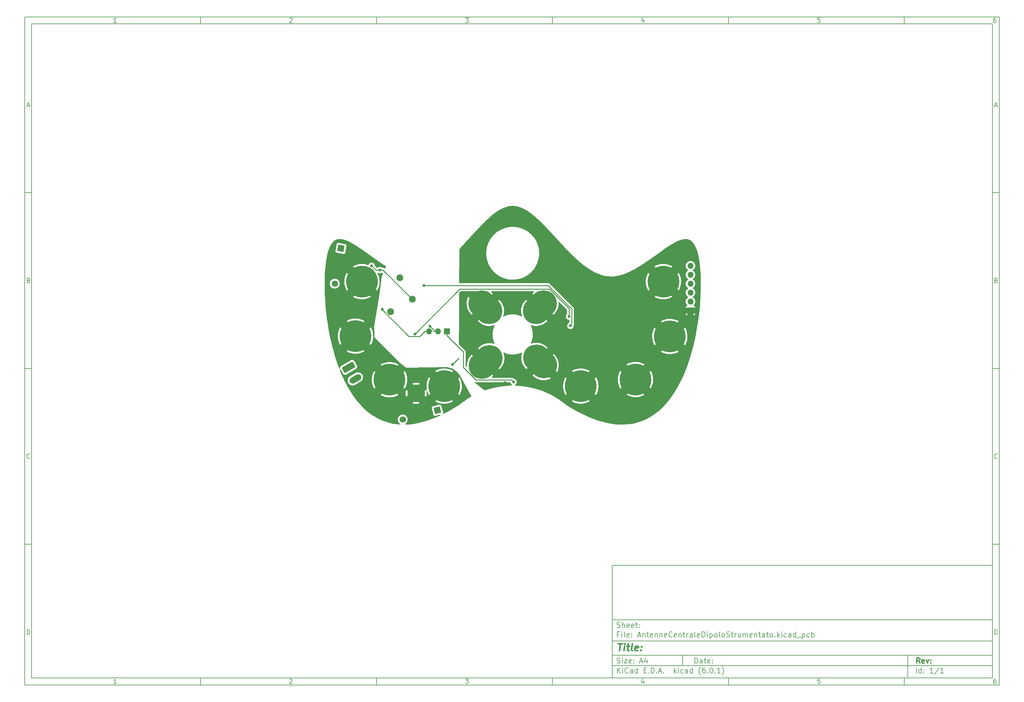
<source format=gbl>
G04 #@! TF.GenerationSoftware,KiCad,Pcbnew,(6.0.1)*
G04 #@! TF.CreationDate,2022-01-29T22:50:14+01:00*
G04 #@! TF.ProjectId,AntenneCentraleDipoloStrumentato,416e7465-6e6e-4654-9365-6e7472616c65,rev?*
G04 #@! TF.SameCoordinates,Original*
G04 #@! TF.FileFunction,Copper,L2,Bot*
G04 #@! TF.FilePolarity,Positive*
%FSLAX46Y46*%
G04 Gerber Fmt 4.6, Leading zero omitted, Abs format (unit mm)*
G04 Created by KiCad (PCBNEW (6.0.1)) date 2022-01-29 22:50:14*
%MOMM*%
%LPD*%
G01*
G04 APERTURE LIST*
G04 Aperture macros list*
%AMRoundRect*
0 Rectangle with rounded corners*
0 $1 Rounding radius*
0 $2 $3 $4 $5 $6 $7 $8 $9 X,Y pos of 4 corners*
0 Add a 4 corners polygon primitive as box body*
4,1,4,$2,$3,$4,$5,$6,$7,$8,$9,$2,$3,0*
0 Add four circle primitives for the rounded corners*
1,1,$1+$1,$2,$3*
1,1,$1+$1,$4,$5*
1,1,$1+$1,$6,$7*
1,1,$1+$1,$8,$9*
0 Add four rect primitives between the rounded corners*
20,1,$1+$1,$2,$3,$4,$5,0*
20,1,$1+$1,$4,$5,$6,$7,0*
20,1,$1+$1,$6,$7,$8,$9,0*
20,1,$1+$1,$8,$9,$2,$3,0*%
%AMHorizOval*
0 Thick line with rounded ends*
0 $1 width*
0 $2 $3 position (X,Y) of the first rounded end (center of the circle)*
0 $4 $5 position (X,Y) of the second rounded end (center of the circle)*
0 Add line between two ends*
20,1,$1,$2,$3,$4,$5,0*
0 Add two circle primitives to create the rounded ends*
1,1,$1,$2,$3*
1,1,$1,$4,$5*%
%AMRotRect*
0 Rectangle, with rotation*
0 The origin of the aperture is its center*
0 $1 length*
0 $2 width*
0 $3 Rotation angle, in degrees counterclockwise*
0 Add horizontal line*
21,1,$1,$2,0,0,$3*%
G04 Aperture macros list end*
%ADD10C,0.100000*%
%ADD11C,0.150000*%
%ADD12C,0.300000*%
%ADD13C,0.400000*%
G04 #@! TA.AperFunction,ComponentPad*
%ADD14HorizOval,7.500000X1.060660X-1.060660X-1.060660X1.060660X0*%
G04 #@! TD*
G04 #@! TA.AperFunction,ComponentPad*
%ADD15C,0.900000*%
G04 #@! TD*
G04 #@! TA.AperFunction,ComponentPad*
%ADD16C,9.000000*%
G04 #@! TD*
G04 #@! TA.AperFunction,ComponentPad*
%ADD17HorizOval,7.500000X-1.060660X1.060660X1.060660X-1.060660X0*%
G04 #@! TD*
G04 #@! TA.AperFunction,ComponentPad*
%ADD18C,1.950000*%
G04 #@! TD*
G04 #@! TA.AperFunction,ComponentPad*
%ADD19RotRect,1.800000X1.800000X195.000000*%
G04 #@! TD*
G04 #@! TA.AperFunction,ComponentPad*
%ADD20HorizOval,1.800000X0.000000X0.000000X0.000000X0.000000X0*%
G04 #@! TD*
G04 #@! TA.AperFunction,ComponentPad*
%ADD21HorizOval,7.500000X1.060660X1.060660X-1.060660X-1.060660X0*%
G04 #@! TD*
G04 #@! TA.AperFunction,ComponentPad*
%ADD22R,1.700000X1.700000*%
G04 #@! TD*
G04 #@! TA.AperFunction,ComponentPad*
%ADD23O,1.700000X1.700000*%
G04 #@! TD*
G04 #@! TA.AperFunction,ComponentPad*
%ADD24HorizOval,7.500000X-1.060660X-1.060660X1.060660X1.060660X0*%
G04 #@! TD*
G04 #@! TA.AperFunction,ComponentPad*
%ADD25RoundRect,0.250000X-1.667339X-0.212083X-1.017339X-1.337917X1.667339X0.212083X1.017339X1.337917X0*%
G04 #@! TD*
G04 #@! TA.AperFunction,ComponentPad*
%ADD26HorizOval,1.800000X-0.779423X-0.450000X0.779423X0.450000X0*%
G04 #@! TD*
G04 #@! TA.AperFunction,ComponentPad*
%ADD27RotRect,1.800000X1.800000X260.000000*%
G04 #@! TD*
G04 #@! TA.AperFunction,ComponentPad*
%ADD28HorizOval,1.800000X0.000000X0.000000X0.000000X0.000000X0*%
G04 #@! TD*
G04 #@! TA.AperFunction,ComponentPad*
%ADD29C,0.800000*%
G04 #@! TD*
G04 #@! TA.AperFunction,ComponentPad*
%ADD30C,5.000000*%
G04 #@! TD*
G04 #@! TA.AperFunction,ViaPad*
%ADD31C,0.800000*%
G04 #@! TD*
G04 #@! TA.AperFunction,Conductor*
%ADD32C,0.250000*%
G04 #@! TD*
G04 #@! TA.AperFunction,Conductor*
%ADD33C,6.000000*%
G04 #@! TD*
G04 APERTURE END LIST*
D10*
D11*
X177002200Y-166007200D02*
X177002200Y-198007200D01*
X285002200Y-198007200D01*
X285002200Y-166007200D01*
X177002200Y-166007200D01*
D10*
D11*
X10000000Y-10000000D02*
X10000000Y-200007200D01*
X287002200Y-200007200D01*
X287002200Y-10000000D01*
X10000000Y-10000000D01*
D10*
D11*
X12000000Y-12000000D02*
X12000000Y-198007200D01*
X285002200Y-198007200D01*
X285002200Y-12000000D01*
X12000000Y-12000000D01*
D10*
D11*
X60000000Y-12000000D02*
X60000000Y-10000000D01*
D10*
D11*
X110000000Y-12000000D02*
X110000000Y-10000000D01*
D10*
D11*
X160000000Y-12000000D02*
X160000000Y-10000000D01*
D10*
D11*
X210000000Y-12000000D02*
X210000000Y-10000000D01*
D10*
D11*
X260000000Y-12000000D02*
X260000000Y-10000000D01*
D10*
D11*
X36065476Y-11588095D02*
X35322619Y-11588095D01*
X35694047Y-11588095D02*
X35694047Y-10288095D01*
X35570238Y-10473809D01*
X35446428Y-10597619D01*
X35322619Y-10659523D01*
D10*
D11*
X85322619Y-10411904D02*
X85384523Y-10350000D01*
X85508333Y-10288095D01*
X85817857Y-10288095D01*
X85941666Y-10350000D01*
X86003571Y-10411904D01*
X86065476Y-10535714D01*
X86065476Y-10659523D01*
X86003571Y-10845238D01*
X85260714Y-11588095D01*
X86065476Y-11588095D01*
D10*
D11*
X135260714Y-10288095D02*
X136065476Y-10288095D01*
X135632142Y-10783333D01*
X135817857Y-10783333D01*
X135941666Y-10845238D01*
X136003571Y-10907142D01*
X136065476Y-11030952D01*
X136065476Y-11340476D01*
X136003571Y-11464285D01*
X135941666Y-11526190D01*
X135817857Y-11588095D01*
X135446428Y-11588095D01*
X135322619Y-11526190D01*
X135260714Y-11464285D01*
D10*
D11*
X185941666Y-10721428D02*
X185941666Y-11588095D01*
X185632142Y-10226190D02*
X185322619Y-11154761D01*
X186127380Y-11154761D01*
D10*
D11*
X236003571Y-10288095D02*
X235384523Y-10288095D01*
X235322619Y-10907142D01*
X235384523Y-10845238D01*
X235508333Y-10783333D01*
X235817857Y-10783333D01*
X235941666Y-10845238D01*
X236003571Y-10907142D01*
X236065476Y-11030952D01*
X236065476Y-11340476D01*
X236003571Y-11464285D01*
X235941666Y-11526190D01*
X235817857Y-11588095D01*
X235508333Y-11588095D01*
X235384523Y-11526190D01*
X235322619Y-11464285D01*
D10*
D11*
X285941666Y-10288095D02*
X285694047Y-10288095D01*
X285570238Y-10350000D01*
X285508333Y-10411904D01*
X285384523Y-10597619D01*
X285322619Y-10845238D01*
X285322619Y-11340476D01*
X285384523Y-11464285D01*
X285446428Y-11526190D01*
X285570238Y-11588095D01*
X285817857Y-11588095D01*
X285941666Y-11526190D01*
X286003571Y-11464285D01*
X286065476Y-11340476D01*
X286065476Y-11030952D01*
X286003571Y-10907142D01*
X285941666Y-10845238D01*
X285817857Y-10783333D01*
X285570238Y-10783333D01*
X285446428Y-10845238D01*
X285384523Y-10907142D01*
X285322619Y-11030952D01*
D10*
D11*
X60000000Y-198007200D02*
X60000000Y-200007200D01*
D10*
D11*
X110000000Y-198007200D02*
X110000000Y-200007200D01*
D10*
D11*
X160000000Y-198007200D02*
X160000000Y-200007200D01*
D10*
D11*
X210000000Y-198007200D02*
X210000000Y-200007200D01*
D10*
D11*
X260000000Y-198007200D02*
X260000000Y-200007200D01*
D10*
D11*
X36065476Y-199595295D02*
X35322619Y-199595295D01*
X35694047Y-199595295D02*
X35694047Y-198295295D01*
X35570238Y-198481009D01*
X35446428Y-198604819D01*
X35322619Y-198666723D01*
D10*
D11*
X85322619Y-198419104D02*
X85384523Y-198357200D01*
X85508333Y-198295295D01*
X85817857Y-198295295D01*
X85941666Y-198357200D01*
X86003571Y-198419104D01*
X86065476Y-198542914D01*
X86065476Y-198666723D01*
X86003571Y-198852438D01*
X85260714Y-199595295D01*
X86065476Y-199595295D01*
D10*
D11*
X135260714Y-198295295D02*
X136065476Y-198295295D01*
X135632142Y-198790533D01*
X135817857Y-198790533D01*
X135941666Y-198852438D01*
X136003571Y-198914342D01*
X136065476Y-199038152D01*
X136065476Y-199347676D01*
X136003571Y-199471485D01*
X135941666Y-199533390D01*
X135817857Y-199595295D01*
X135446428Y-199595295D01*
X135322619Y-199533390D01*
X135260714Y-199471485D01*
D10*
D11*
X185941666Y-198728628D02*
X185941666Y-199595295D01*
X185632142Y-198233390D02*
X185322619Y-199161961D01*
X186127380Y-199161961D01*
D10*
D11*
X236003571Y-198295295D02*
X235384523Y-198295295D01*
X235322619Y-198914342D01*
X235384523Y-198852438D01*
X235508333Y-198790533D01*
X235817857Y-198790533D01*
X235941666Y-198852438D01*
X236003571Y-198914342D01*
X236065476Y-199038152D01*
X236065476Y-199347676D01*
X236003571Y-199471485D01*
X235941666Y-199533390D01*
X235817857Y-199595295D01*
X235508333Y-199595295D01*
X235384523Y-199533390D01*
X235322619Y-199471485D01*
D10*
D11*
X285941666Y-198295295D02*
X285694047Y-198295295D01*
X285570238Y-198357200D01*
X285508333Y-198419104D01*
X285384523Y-198604819D01*
X285322619Y-198852438D01*
X285322619Y-199347676D01*
X285384523Y-199471485D01*
X285446428Y-199533390D01*
X285570238Y-199595295D01*
X285817857Y-199595295D01*
X285941666Y-199533390D01*
X286003571Y-199471485D01*
X286065476Y-199347676D01*
X286065476Y-199038152D01*
X286003571Y-198914342D01*
X285941666Y-198852438D01*
X285817857Y-198790533D01*
X285570238Y-198790533D01*
X285446428Y-198852438D01*
X285384523Y-198914342D01*
X285322619Y-199038152D01*
D10*
D11*
X10000000Y-60000000D02*
X12000000Y-60000000D01*
D10*
D11*
X10000000Y-110000000D02*
X12000000Y-110000000D01*
D10*
D11*
X10000000Y-160000000D02*
X12000000Y-160000000D01*
D10*
D11*
X10690476Y-35216666D02*
X11309523Y-35216666D01*
X10566666Y-35588095D02*
X11000000Y-34288095D01*
X11433333Y-35588095D01*
D10*
D11*
X11092857Y-84907142D02*
X11278571Y-84969047D01*
X11340476Y-85030952D01*
X11402380Y-85154761D01*
X11402380Y-85340476D01*
X11340476Y-85464285D01*
X11278571Y-85526190D01*
X11154761Y-85588095D01*
X10659523Y-85588095D01*
X10659523Y-84288095D01*
X11092857Y-84288095D01*
X11216666Y-84350000D01*
X11278571Y-84411904D01*
X11340476Y-84535714D01*
X11340476Y-84659523D01*
X11278571Y-84783333D01*
X11216666Y-84845238D01*
X11092857Y-84907142D01*
X10659523Y-84907142D01*
D10*
D11*
X11402380Y-135464285D02*
X11340476Y-135526190D01*
X11154761Y-135588095D01*
X11030952Y-135588095D01*
X10845238Y-135526190D01*
X10721428Y-135402380D01*
X10659523Y-135278571D01*
X10597619Y-135030952D01*
X10597619Y-134845238D01*
X10659523Y-134597619D01*
X10721428Y-134473809D01*
X10845238Y-134350000D01*
X11030952Y-134288095D01*
X11154761Y-134288095D01*
X11340476Y-134350000D01*
X11402380Y-134411904D01*
D10*
D11*
X10659523Y-185588095D02*
X10659523Y-184288095D01*
X10969047Y-184288095D01*
X11154761Y-184350000D01*
X11278571Y-184473809D01*
X11340476Y-184597619D01*
X11402380Y-184845238D01*
X11402380Y-185030952D01*
X11340476Y-185278571D01*
X11278571Y-185402380D01*
X11154761Y-185526190D01*
X10969047Y-185588095D01*
X10659523Y-185588095D01*
D10*
D11*
X287002200Y-60000000D02*
X285002200Y-60000000D01*
D10*
D11*
X287002200Y-110000000D02*
X285002200Y-110000000D01*
D10*
D11*
X287002200Y-160000000D02*
X285002200Y-160000000D01*
D10*
D11*
X285692676Y-35216666D02*
X286311723Y-35216666D01*
X285568866Y-35588095D02*
X286002200Y-34288095D01*
X286435533Y-35588095D01*
D10*
D11*
X286095057Y-84907142D02*
X286280771Y-84969047D01*
X286342676Y-85030952D01*
X286404580Y-85154761D01*
X286404580Y-85340476D01*
X286342676Y-85464285D01*
X286280771Y-85526190D01*
X286156961Y-85588095D01*
X285661723Y-85588095D01*
X285661723Y-84288095D01*
X286095057Y-84288095D01*
X286218866Y-84350000D01*
X286280771Y-84411904D01*
X286342676Y-84535714D01*
X286342676Y-84659523D01*
X286280771Y-84783333D01*
X286218866Y-84845238D01*
X286095057Y-84907142D01*
X285661723Y-84907142D01*
D10*
D11*
X286404580Y-135464285D02*
X286342676Y-135526190D01*
X286156961Y-135588095D01*
X286033152Y-135588095D01*
X285847438Y-135526190D01*
X285723628Y-135402380D01*
X285661723Y-135278571D01*
X285599819Y-135030952D01*
X285599819Y-134845238D01*
X285661723Y-134597619D01*
X285723628Y-134473809D01*
X285847438Y-134350000D01*
X286033152Y-134288095D01*
X286156961Y-134288095D01*
X286342676Y-134350000D01*
X286404580Y-134411904D01*
D10*
D11*
X285661723Y-185588095D02*
X285661723Y-184288095D01*
X285971247Y-184288095D01*
X286156961Y-184350000D01*
X286280771Y-184473809D01*
X286342676Y-184597619D01*
X286404580Y-184845238D01*
X286404580Y-185030952D01*
X286342676Y-185278571D01*
X286280771Y-185402380D01*
X286156961Y-185526190D01*
X285971247Y-185588095D01*
X285661723Y-185588095D01*
D10*
D11*
X200434342Y-193785771D02*
X200434342Y-192285771D01*
X200791485Y-192285771D01*
X201005771Y-192357200D01*
X201148628Y-192500057D01*
X201220057Y-192642914D01*
X201291485Y-192928628D01*
X201291485Y-193142914D01*
X201220057Y-193428628D01*
X201148628Y-193571485D01*
X201005771Y-193714342D01*
X200791485Y-193785771D01*
X200434342Y-193785771D01*
X202577200Y-193785771D02*
X202577200Y-193000057D01*
X202505771Y-192857200D01*
X202362914Y-192785771D01*
X202077200Y-192785771D01*
X201934342Y-192857200D01*
X202577200Y-193714342D02*
X202434342Y-193785771D01*
X202077200Y-193785771D01*
X201934342Y-193714342D01*
X201862914Y-193571485D01*
X201862914Y-193428628D01*
X201934342Y-193285771D01*
X202077200Y-193214342D01*
X202434342Y-193214342D01*
X202577200Y-193142914D01*
X203077200Y-192785771D02*
X203648628Y-192785771D01*
X203291485Y-192285771D02*
X203291485Y-193571485D01*
X203362914Y-193714342D01*
X203505771Y-193785771D01*
X203648628Y-193785771D01*
X204720057Y-193714342D02*
X204577200Y-193785771D01*
X204291485Y-193785771D01*
X204148628Y-193714342D01*
X204077200Y-193571485D01*
X204077200Y-193000057D01*
X204148628Y-192857200D01*
X204291485Y-192785771D01*
X204577200Y-192785771D01*
X204720057Y-192857200D01*
X204791485Y-193000057D01*
X204791485Y-193142914D01*
X204077200Y-193285771D01*
X205434342Y-193642914D02*
X205505771Y-193714342D01*
X205434342Y-193785771D01*
X205362914Y-193714342D01*
X205434342Y-193642914D01*
X205434342Y-193785771D01*
X205434342Y-192857200D02*
X205505771Y-192928628D01*
X205434342Y-193000057D01*
X205362914Y-192928628D01*
X205434342Y-192857200D01*
X205434342Y-193000057D01*
D10*
D11*
X177002200Y-194507200D02*
X285002200Y-194507200D01*
D10*
D11*
X178434342Y-196585771D02*
X178434342Y-195085771D01*
X179291485Y-196585771D02*
X178648628Y-195728628D01*
X179291485Y-195085771D02*
X178434342Y-195942914D01*
X179934342Y-196585771D02*
X179934342Y-195585771D01*
X179934342Y-195085771D02*
X179862914Y-195157200D01*
X179934342Y-195228628D01*
X180005771Y-195157200D01*
X179934342Y-195085771D01*
X179934342Y-195228628D01*
X181505771Y-196442914D02*
X181434342Y-196514342D01*
X181220057Y-196585771D01*
X181077200Y-196585771D01*
X180862914Y-196514342D01*
X180720057Y-196371485D01*
X180648628Y-196228628D01*
X180577200Y-195942914D01*
X180577200Y-195728628D01*
X180648628Y-195442914D01*
X180720057Y-195300057D01*
X180862914Y-195157200D01*
X181077200Y-195085771D01*
X181220057Y-195085771D01*
X181434342Y-195157200D01*
X181505771Y-195228628D01*
X182791485Y-196585771D02*
X182791485Y-195800057D01*
X182720057Y-195657200D01*
X182577200Y-195585771D01*
X182291485Y-195585771D01*
X182148628Y-195657200D01*
X182791485Y-196514342D02*
X182648628Y-196585771D01*
X182291485Y-196585771D01*
X182148628Y-196514342D01*
X182077200Y-196371485D01*
X182077200Y-196228628D01*
X182148628Y-196085771D01*
X182291485Y-196014342D01*
X182648628Y-196014342D01*
X182791485Y-195942914D01*
X184148628Y-196585771D02*
X184148628Y-195085771D01*
X184148628Y-196514342D02*
X184005771Y-196585771D01*
X183720057Y-196585771D01*
X183577200Y-196514342D01*
X183505771Y-196442914D01*
X183434342Y-196300057D01*
X183434342Y-195871485D01*
X183505771Y-195728628D01*
X183577200Y-195657200D01*
X183720057Y-195585771D01*
X184005771Y-195585771D01*
X184148628Y-195657200D01*
X186005771Y-195800057D02*
X186505771Y-195800057D01*
X186720057Y-196585771D02*
X186005771Y-196585771D01*
X186005771Y-195085771D01*
X186720057Y-195085771D01*
X187362914Y-196442914D02*
X187434342Y-196514342D01*
X187362914Y-196585771D01*
X187291485Y-196514342D01*
X187362914Y-196442914D01*
X187362914Y-196585771D01*
X188077200Y-196585771D02*
X188077200Y-195085771D01*
X188434342Y-195085771D01*
X188648628Y-195157200D01*
X188791485Y-195300057D01*
X188862914Y-195442914D01*
X188934342Y-195728628D01*
X188934342Y-195942914D01*
X188862914Y-196228628D01*
X188791485Y-196371485D01*
X188648628Y-196514342D01*
X188434342Y-196585771D01*
X188077200Y-196585771D01*
X189577200Y-196442914D02*
X189648628Y-196514342D01*
X189577200Y-196585771D01*
X189505771Y-196514342D01*
X189577200Y-196442914D01*
X189577200Y-196585771D01*
X190220057Y-196157200D02*
X190934342Y-196157200D01*
X190077200Y-196585771D02*
X190577200Y-195085771D01*
X191077200Y-196585771D01*
X191577200Y-196442914D02*
X191648628Y-196514342D01*
X191577200Y-196585771D01*
X191505771Y-196514342D01*
X191577200Y-196442914D01*
X191577200Y-196585771D01*
X194577200Y-196585771D02*
X194577200Y-195085771D01*
X194720057Y-196014342D02*
X195148628Y-196585771D01*
X195148628Y-195585771D02*
X194577200Y-196157200D01*
X195791485Y-196585771D02*
X195791485Y-195585771D01*
X195791485Y-195085771D02*
X195720057Y-195157200D01*
X195791485Y-195228628D01*
X195862914Y-195157200D01*
X195791485Y-195085771D01*
X195791485Y-195228628D01*
X197148628Y-196514342D02*
X197005771Y-196585771D01*
X196720057Y-196585771D01*
X196577200Y-196514342D01*
X196505771Y-196442914D01*
X196434342Y-196300057D01*
X196434342Y-195871485D01*
X196505771Y-195728628D01*
X196577200Y-195657200D01*
X196720057Y-195585771D01*
X197005771Y-195585771D01*
X197148628Y-195657200D01*
X198434342Y-196585771D02*
X198434342Y-195800057D01*
X198362914Y-195657200D01*
X198220057Y-195585771D01*
X197934342Y-195585771D01*
X197791485Y-195657200D01*
X198434342Y-196514342D02*
X198291485Y-196585771D01*
X197934342Y-196585771D01*
X197791485Y-196514342D01*
X197720057Y-196371485D01*
X197720057Y-196228628D01*
X197791485Y-196085771D01*
X197934342Y-196014342D01*
X198291485Y-196014342D01*
X198434342Y-195942914D01*
X199791485Y-196585771D02*
X199791485Y-195085771D01*
X199791485Y-196514342D02*
X199648628Y-196585771D01*
X199362914Y-196585771D01*
X199220057Y-196514342D01*
X199148628Y-196442914D01*
X199077200Y-196300057D01*
X199077200Y-195871485D01*
X199148628Y-195728628D01*
X199220057Y-195657200D01*
X199362914Y-195585771D01*
X199648628Y-195585771D01*
X199791485Y-195657200D01*
X202077200Y-197157200D02*
X202005771Y-197085771D01*
X201862914Y-196871485D01*
X201791485Y-196728628D01*
X201720057Y-196514342D01*
X201648628Y-196157200D01*
X201648628Y-195871485D01*
X201720057Y-195514342D01*
X201791485Y-195300057D01*
X201862914Y-195157200D01*
X202005771Y-194942914D01*
X202077200Y-194871485D01*
X203291485Y-195085771D02*
X203005771Y-195085771D01*
X202862914Y-195157200D01*
X202791485Y-195228628D01*
X202648628Y-195442914D01*
X202577200Y-195728628D01*
X202577200Y-196300057D01*
X202648628Y-196442914D01*
X202720057Y-196514342D01*
X202862914Y-196585771D01*
X203148628Y-196585771D01*
X203291485Y-196514342D01*
X203362914Y-196442914D01*
X203434342Y-196300057D01*
X203434342Y-195942914D01*
X203362914Y-195800057D01*
X203291485Y-195728628D01*
X203148628Y-195657200D01*
X202862914Y-195657200D01*
X202720057Y-195728628D01*
X202648628Y-195800057D01*
X202577200Y-195942914D01*
X204077200Y-196442914D02*
X204148628Y-196514342D01*
X204077200Y-196585771D01*
X204005771Y-196514342D01*
X204077200Y-196442914D01*
X204077200Y-196585771D01*
X205077200Y-195085771D02*
X205220057Y-195085771D01*
X205362914Y-195157200D01*
X205434342Y-195228628D01*
X205505771Y-195371485D01*
X205577200Y-195657200D01*
X205577200Y-196014342D01*
X205505771Y-196300057D01*
X205434342Y-196442914D01*
X205362914Y-196514342D01*
X205220057Y-196585771D01*
X205077200Y-196585771D01*
X204934342Y-196514342D01*
X204862914Y-196442914D01*
X204791485Y-196300057D01*
X204720057Y-196014342D01*
X204720057Y-195657200D01*
X204791485Y-195371485D01*
X204862914Y-195228628D01*
X204934342Y-195157200D01*
X205077200Y-195085771D01*
X206220057Y-196442914D02*
X206291485Y-196514342D01*
X206220057Y-196585771D01*
X206148628Y-196514342D01*
X206220057Y-196442914D01*
X206220057Y-196585771D01*
X207720057Y-196585771D02*
X206862914Y-196585771D01*
X207291485Y-196585771D02*
X207291485Y-195085771D01*
X207148628Y-195300057D01*
X207005771Y-195442914D01*
X206862914Y-195514342D01*
X208220057Y-197157200D02*
X208291485Y-197085771D01*
X208434342Y-196871485D01*
X208505771Y-196728628D01*
X208577200Y-196514342D01*
X208648628Y-196157200D01*
X208648628Y-195871485D01*
X208577200Y-195514342D01*
X208505771Y-195300057D01*
X208434342Y-195157200D01*
X208291485Y-194942914D01*
X208220057Y-194871485D01*
D10*
D11*
X177002200Y-191507200D02*
X285002200Y-191507200D01*
D10*
D12*
X264411485Y-193785771D02*
X263911485Y-193071485D01*
X263554342Y-193785771D02*
X263554342Y-192285771D01*
X264125771Y-192285771D01*
X264268628Y-192357200D01*
X264340057Y-192428628D01*
X264411485Y-192571485D01*
X264411485Y-192785771D01*
X264340057Y-192928628D01*
X264268628Y-193000057D01*
X264125771Y-193071485D01*
X263554342Y-193071485D01*
X265625771Y-193714342D02*
X265482914Y-193785771D01*
X265197200Y-193785771D01*
X265054342Y-193714342D01*
X264982914Y-193571485D01*
X264982914Y-193000057D01*
X265054342Y-192857200D01*
X265197200Y-192785771D01*
X265482914Y-192785771D01*
X265625771Y-192857200D01*
X265697200Y-193000057D01*
X265697200Y-193142914D01*
X264982914Y-193285771D01*
X266197200Y-192785771D02*
X266554342Y-193785771D01*
X266911485Y-192785771D01*
X267482914Y-193642914D02*
X267554342Y-193714342D01*
X267482914Y-193785771D01*
X267411485Y-193714342D01*
X267482914Y-193642914D01*
X267482914Y-193785771D01*
X267482914Y-192857200D02*
X267554342Y-192928628D01*
X267482914Y-193000057D01*
X267411485Y-192928628D01*
X267482914Y-192857200D01*
X267482914Y-193000057D01*
D10*
D11*
X178362914Y-193714342D02*
X178577200Y-193785771D01*
X178934342Y-193785771D01*
X179077200Y-193714342D01*
X179148628Y-193642914D01*
X179220057Y-193500057D01*
X179220057Y-193357200D01*
X179148628Y-193214342D01*
X179077200Y-193142914D01*
X178934342Y-193071485D01*
X178648628Y-193000057D01*
X178505771Y-192928628D01*
X178434342Y-192857200D01*
X178362914Y-192714342D01*
X178362914Y-192571485D01*
X178434342Y-192428628D01*
X178505771Y-192357200D01*
X178648628Y-192285771D01*
X179005771Y-192285771D01*
X179220057Y-192357200D01*
X179862914Y-193785771D02*
X179862914Y-192785771D01*
X179862914Y-192285771D02*
X179791485Y-192357200D01*
X179862914Y-192428628D01*
X179934342Y-192357200D01*
X179862914Y-192285771D01*
X179862914Y-192428628D01*
X180434342Y-192785771D02*
X181220057Y-192785771D01*
X180434342Y-193785771D01*
X181220057Y-193785771D01*
X182362914Y-193714342D02*
X182220057Y-193785771D01*
X181934342Y-193785771D01*
X181791485Y-193714342D01*
X181720057Y-193571485D01*
X181720057Y-193000057D01*
X181791485Y-192857200D01*
X181934342Y-192785771D01*
X182220057Y-192785771D01*
X182362914Y-192857200D01*
X182434342Y-193000057D01*
X182434342Y-193142914D01*
X181720057Y-193285771D01*
X183077200Y-193642914D02*
X183148628Y-193714342D01*
X183077200Y-193785771D01*
X183005771Y-193714342D01*
X183077200Y-193642914D01*
X183077200Y-193785771D01*
X183077200Y-192857200D02*
X183148628Y-192928628D01*
X183077200Y-193000057D01*
X183005771Y-192928628D01*
X183077200Y-192857200D01*
X183077200Y-193000057D01*
X184862914Y-193357200D02*
X185577200Y-193357200D01*
X184720057Y-193785771D02*
X185220057Y-192285771D01*
X185720057Y-193785771D01*
X186862914Y-192785771D02*
X186862914Y-193785771D01*
X186505771Y-192214342D02*
X186148628Y-193285771D01*
X187077200Y-193285771D01*
D10*
D11*
X263434342Y-196585771D02*
X263434342Y-195085771D01*
X264791485Y-196585771D02*
X264791485Y-195085771D01*
X264791485Y-196514342D02*
X264648628Y-196585771D01*
X264362914Y-196585771D01*
X264220057Y-196514342D01*
X264148628Y-196442914D01*
X264077200Y-196300057D01*
X264077200Y-195871485D01*
X264148628Y-195728628D01*
X264220057Y-195657200D01*
X264362914Y-195585771D01*
X264648628Y-195585771D01*
X264791485Y-195657200D01*
X265505771Y-196442914D02*
X265577200Y-196514342D01*
X265505771Y-196585771D01*
X265434342Y-196514342D01*
X265505771Y-196442914D01*
X265505771Y-196585771D01*
X265505771Y-195657200D02*
X265577200Y-195728628D01*
X265505771Y-195800057D01*
X265434342Y-195728628D01*
X265505771Y-195657200D01*
X265505771Y-195800057D01*
X268148628Y-196585771D02*
X267291485Y-196585771D01*
X267720057Y-196585771D02*
X267720057Y-195085771D01*
X267577200Y-195300057D01*
X267434342Y-195442914D01*
X267291485Y-195514342D01*
X269862914Y-195014342D02*
X268577200Y-196942914D01*
X271148628Y-196585771D02*
X270291485Y-196585771D01*
X270720057Y-196585771D02*
X270720057Y-195085771D01*
X270577200Y-195300057D01*
X270434342Y-195442914D01*
X270291485Y-195514342D01*
D10*
D11*
X177002200Y-187507200D02*
X285002200Y-187507200D01*
D10*
D13*
X178714580Y-188211961D02*
X179857438Y-188211961D01*
X179036009Y-190211961D02*
X179286009Y-188211961D01*
X180274104Y-190211961D02*
X180440771Y-188878628D01*
X180524104Y-188211961D02*
X180416961Y-188307200D01*
X180500295Y-188402438D01*
X180607438Y-188307200D01*
X180524104Y-188211961D01*
X180500295Y-188402438D01*
X181107438Y-188878628D02*
X181869342Y-188878628D01*
X181476485Y-188211961D02*
X181262200Y-189926247D01*
X181333628Y-190116723D01*
X181512200Y-190211961D01*
X181702676Y-190211961D01*
X182655057Y-190211961D02*
X182476485Y-190116723D01*
X182405057Y-189926247D01*
X182619342Y-188211961D01*
X184190771Y-190116723D02*
X183988390Y-190211961D01*
X183607438Y-190211961D01*
X183428866Y-190116723D01*
X183357438Y-189926247D01*
X183452676Y-189164342D01*
X183571723Y-188973866D01*
X183774104Y-188878628D01*
X184155057Y-188878628D01*
X184333628Y-188973866D01*
X184405057Y-189164342D01*
X184381247Y-189354819D01*
X183405057Y-189545295D01*
X185155057Y-190021485D02*
X185238390Y-190116723D01*
X185131247Y-190211961D01*
X185047914Y-190116723D01*
X185155057Y-190021485D01*
X185131247Y-190211961D01*
X185286009Y-188973866D02*
X185369342Y-189069104D01*
X185262200Y-189164342D01*
X185178866Y-189069104D01*
X185286009Y-188973866D01*
X185262200Y-189164342D01*
D10*
D11*
X178934342Y-185600057D02*
X178434342Y-185600057D01*
X178434342Y-186385771D02*
X178434342Y-184885771D01*
X179148628Y-184885771D01*
X179720057Y-186385771D02*
X179720057Y-185385771D01*
X179720057Y-184885771D02*
X179648628Y-184957200D01*
X179720057Y-185028628D01*
X179791485Y-184957200D01*
X179720057Y-184885771D01*
X179720057Y-185028628D01*
X180648628Y-186385771D02*
X180505771Y-186314342D01*
X180434342Y-186171485D01*
X180434342Y-184885771D01*
X181791485Y-186314342D02*
X181648628Y-186385771D01*
X181362914Y-186385771D01*
X181220057Y-186314342D01*
X181148628Y-186171485D01*
X181148628Y-185600057D01*
X181220057Y-185457200D01*
X181362914Y-185385771D01*
X181648628Y-185385771D01*
X181791485Y-185457200D01*
X181862914Y-185600057D01*
X181862914Y-185742914D01*
X181148628Y-185885771D01*
X182505771Y-186242914D02*
X182577200Y-186314342D01*
X182505771Y-186385771D01*
X182434342Y-186314342D01*
X182505771Y-186242914D01*
X182505771Y-186385771D01*
X182505771Y-185457200D02*
X182577200Y-185528628D01*
X182505771Y-185600057D01*
X182434342Y-185528628D01*
X182505771Y-185457200D01*
X182505771Y-185600057D01*
X184291485Y-185957200D02*
X185005771Y-185957200D01*
X184148628Y-186385771D02*
X184648628Y-184885771D01*
X185148628Y-186385771D01*
X185648628Y-185385771D02*
X185648628Y-186385771D01*
X185648628Y-185528628D02*
X185720057Y-185457200D01*
X185862914Y-185385771D01*
X186077200Y-185385771D01*
X186220057Y-185457200D01*
X186291485Y-185600057D01*
X186291485Y-186385771D01*
X186791485Y-185385771D02*
X187362914Y-185385771D01*
X187005771Y-184885771D02*
X187005771Y-186171485D01*
X187077200Y-186314342D01*
X187220057Y-186385771D01*
X187362914Y-186385771D01*
X188434342Y-186314342D02*
X188291485Y-186385771D01*
X188005771Y-186385771D01*
X187862914Y-186314342D01*
X187791485Y-186171485D01*
X187791485Y-185600057D01*
X187862914Y-185457200D01*
X188005771Y-185385771D01*
X188291485Y-185385771D01*
X188434342Y-185457200D01*
X188505771Y-185600057D01*
X188505771Y-185742914D01*
X187791485Y-185885771D01*
X189148628Y-185385771D02*
X189148628Y-186385771D01*
X189148628Y-185528628D02*
X189220057Y-185457200D01*
X189362914Y-185385771D01*
X189577200Y-185385771D01*
X189720057Y-185457200D01*
X189791485Y-185600057D01*
X189791485Y-186385771D01*
X190505771Y-185385771D02*
X190505771Y-186385771D01*
X190505771Y-185528628D02*
X190577200Y-185457200D01*
X190720057Y-185385771D01*
X190934342Y-185385771D01*
X191077200Y-185457200D01*
X191148628Y-185600057D01*
X191148628Y-186385771D01*
X192434342Y-186314342D02*
X192291485Y-186385771D01*
X192005771Y-186385771D01*
X191862914Y-186314342D01*
X191791485Y-186171485D01*
X191791485Y-185600057D01*
X191862914Y-185457200D01*
X192005771Y-185385771D01*
X192291485Y-185385771D01*
X192434342Y-185457200D01*
X192505771Y-185600057D01*
X192505771Y-185742914D01*
X191791485Y-185885771D01*
X194005771Y-186242914D02*
X193934342Y-186314342D01*
X193720057Y-186385771D01*
X193577200Y-186385771D01*
X193362914Y-186314342D01*
X193220057Y-186171485D01*
X193148628Y-186028628D01*
X193077200Y-185742914D01*
X193077200Y-185528628D01*
X193148628Y-185242914D01*
X193220057Y-185100057D01*
X193362914Y-184957200D01*
X193577200Y-184885771D01*
X193720057Y-184885771D01*
X193934342Y-184957200D01*
X194005771Y-185028628D01*
X195220057Y-186314342D02*
X195077200Y-186385771D01*
X194791485Y-186385771D01*
X194648628Y-186314342D01*
X194577200Y-186171485D01*
X194577200Y-185600057D01*
X194648628Y-185457200D01*
X194791485Y-185385771D01*
X195077200Y-185385771D01*
X195220057Y-185457200D01*
X195291485Y-185600057D01*
X195291485Y-185742914D01*
X194577200Y-185885771D01*
X195934342Y-185385771D02*
X195934342Y-186385771D01*
X195934342Y-185528628D02*
X196005771Y-185457200D01*
X196148628Y-185385771D01*
X196362914Y-185385771D01*
X196505771Y-185457200D01*
X196577200Y-185600057D01*
X196577200Y-186385771D01*
X197077200Y-185385771D02*
X197648628Y-185385771D01*
X197291485Y-184885771D02*
X197291485Y-186171485D01*
X197362914Y-186314342D01*
X197505771Y-186385771D01*
X197648628Y-186385771D01*
X198148628Y-186385771D02*
X198148628Y-185385771D01*
X198148628Y-185671485D02*
X198220057Y-185528628D01*
X198291485Y-185457200D01*
X198434342Y-185385771D01*
X198577200Y-185385771D01*
X199720057Y-186385771D02*
X199720057Y-185600057D01*
X199648628Y-185457200D01*
X199505771Y-185385771D01*
X199220057Y-185385771D01*
X199077200Y-185457200D01*
X199720057Y-186314342D02*
X199577200Y-186385771D01*
X199220057Y-186385771D01*
X199077200Y-186314342D01*
X199005771Y-186171485D01*
X199005771Y-186028628D01*
X199077200Y-185885771D01*
X199220057Y-185814342D01*
X199577200Y-185814342D01*
X199720057Y-185742914D01*
X200648628Y-186385771D02*
X200505771Y-186314342D01*
X200434342Y-186171485D01*
X200434342Y-184885771D01*
X201791485Y-186314342D02*
X201648628Y-186385771D01*
X201362914Y-186385771D01*
X201220057Y-186314342D01*
X201148628Y-186171485D01*
X201148628Y-185600057D01*
X201220057Y-185457200D01*
X201362914Y-185385771D01*
X201648628Y-185385771D01*
X201791485Y-185457200D01*
X201862914Y-185600057D01*
X201862914Y-185742914D01*
X201148628Y-185885771D01*
X202505771Y-186385771D02*
X202505771Y-184885771D01*
X202862914Y-184885771D01*
X203077200Y-184957200D01*
X203220057Y-185100057D01*
X203291485Y-185242914D01*
X203362914Y-185528628D01*
X203362914Y-185742914D01*
X203291485Y-186028628D01*
X203220057Y-186171485D01*
X203077200Y-186314342D01*
X202862914Y-186385771D01*
X202505771Y-186385771D01*
X204005771Y-186385771D02*
X204005771Y-185385771D01*
X204005771Y-184885771D02*
X203934342Y-184957200D01*
X204005771Y-185028628D01*
X204077200Y-184957200D01*
X204005771Y-184885771D01*
X204005771Y-185028628D01*
X204720057Y-185385771D02*
X204720057Y-186885771D01*
X204720057Y-185457200D02*
X204862914Y-185385771D01*
X205148628Y-185385771D01*
X205291485Y-185457200D01*
X205362914Y-185528628D01*
X205434342Y-185671485D01*
X205434342Y-186100057D01*
X205362914Y-186242914D01*
X205291485Y-186314342D01*
X205148628Y-186385771D01*
X204862914Y-186385771D01*
X204720057Y-186314342D01*
X206291485Y-186385771D02*
X206148628Y-186314342D01*
X206077200Y-186242914D01*
X206005771Y-186100057D01*
X206005771Y-185671485D01*
X206077200Y-185528628D01*
X206148628Y-185457200D01*
X206291485Y-185385771D01*
X206505771Y-185385771D01*
X206648628Y-185457200D01*
X206720057Y-185528628D01*
X206791485Y-185671485D01*
X206791485Y-186100057D01*
X206720057Y-186242914D01*
X206648628Y-186314342D01*
X206505771Y-186385771D01*
X206291485Y-186385771D01*
X207648628Y-186385771D02*
X207505771Y-186314342D01*
X207434342Y-186171485D01*
X207434342Y-184885771D01*
X208434342Y-186385771D02*
X208291485Y-186314342D01*
X208220057Y-186242914D01*
X208148628Y-186100057D01*
X208148628Y-185671485D01*
X208220057Y-185528628D01*
X208291485Y-185457200D01*
X208434342Y-185385771D01*
X208648628Y-185385771D01*
X208791485Y-185457200D01*
X208862914Y-185528628D01*
X208934342Y-185671485D01*
X208934342Y-186100057D01*
X208862914Y-186242914D01*
X208791485Y-186314342D01*
X208648628Y-186385771D01*
X208434342Y-186385771D01*
X209505771Y-186314342D02*
X209720057Y-186385771D01*
X210077200Y-186385771D01*
X210220057Y-186314342D01*
X210291485Y-186242914D01*
X210362914Y-186100057D01*
X210362914Y-185957200D01*
X210291485Y-185814342D01*
X210220057Y-185742914D01*
X210077200Y-185671485D01*
X209791485Y-185600057D01*
X209648628Y-185528628D01*
X209577200Y-185457200D01*
X209505771Y-185314342D01*
X209505771Y-185171485D01*
X209577200Y-185028628D01*
X209648628Y-184957200D01*
X209791485Y-184885771D01*
X210148628Y-184885771D01*
X210362914Y-184957200D01*
X210791485Y-185385771D02*
X211362914Y-185385771D01*
X211005771Y-184885771D02*
X211005771Y-186171485D01*
X211077200Y-186314342D01*
X211220057Y-186385771D01*
X211362914Y-186385771D01*
X211862914Y-186385771D02*
X211862914Y-185385771D01*
X211862914Y-185671485D02*
X211934342Y-185528628D01*
X212005771Y-185457200D01*
X212148628Y-185385771D01*
X212291485Y-185385771D01*
X213434342Y-185385771D02*
X213434342Y-186385771D01*
X212791485Y-185385771D02*
X212791485Y-186171485D01*
X212862914Y-186314342D01*
X213005771Y-186385771D01*
X213220057Y-186385771D01*
X213362914Y-186314342D01*
X213434342Y-186242914D01*
X214148628Y-186385771D02*
X214148628Y-185385771D01*
X214148628Y-185528628D02*
X214220057Y-185457200D01*
X214362914Y-185385771D01*
X214577200Y-185385771D01*
X214720057Y-185457200D01*
X214791485Y-185600057D01*
X214791485Y-186385771D01*
X214791485Y-185600057D02*
X214862914Y-185457200D01*
X215005771Y-185385771D01*
X215220057Y-185385771D01*
X215362914Y-185457200D01*
X215434342Y-185600057D01*
X215434342Y-186385771D01*
X216720057Y-186314342D02*
X216577200Y-186385771D01*
X216291485Y-186385771D01*
X216148628Y-186314342D01*
X216077200Y-186171485D01*
X216077200Y-185600057D01*
X216148628Y-185457200D01*
X216291485Y-185385771D01*
X216577200Y-185385771D01*
X216720057Y-185457200D01*
X216791485Y-185600057D01*
X216791485Y-185742914D01*
X216077200Y-185885771D01*
X217434342Y-185385771D02*
X217434342Y-186385771D01*
X217434342Y-185528628D02*
X217505771Y-185457200D01*
X217648628Y-185385771D01*
X217862914Y-185385771D01*
X218005771Y-185457200D01*
X218077200Y-185600057D01*
X218077200Y-186385771D01*
X218577200Y-185385771D02*
X219148628Y-185385771D01*
X218791485Y-184885771D02*
X218791485Y-186171485D01*
X218862914Y-186314342D01*
X219005771Y-186385771D01*
X219148628Y-186385771D01*
X220291485Y-186385771D02*
X220291485Y-185600057D01*
X220220057Y-185457200D01*
X220077200Y-185385771D01*
X219791485Y-185385771D01*
X219648628Y-185457200D01*
X220291485Y-186314342D02*
X220148628Y-186385771D01*
X219791485Y-186385771D01*
X219648628Y-186314342D01*
X219577200Y-186171485D01*
X219577200Y-186028628D01*
X219648628Y-185885771D01*
X219791485Y-185814342D01*
X220148628Y-185814342D01*
X220291485Y-185742914D01*
X220791485Y-185385771D02*
X221362914Y-185385771D01*
X221005771Y-184885771D02*
X221005771Y-186171485D01*
X221077200Y-186314342D01*
X221220057Y-186385771D01*
X221362914Y-186385771D01*
X222077200Y-186385771D02*
X221934342Y-186314342D01*
X221862914Y-186242914D01*
X221791485Y-186100057D01*
X221791485Y-185671485D01*
X221862914Y-185528628D01*
X221934342Y-185457200D01*
X222077200Y-185385771D01*
X222291485Y-185385771D01*
X222434342Y-185457200D01*
X222505771Y-185528628D01*
X222577200Y-185671485D01*
X222577200Y-186100057D01*
X222505771Y-186242914D01*
X222434342Y-186314342D01*
X222291485Y-186385771D01*
X222077200Y-186385771D01*
X223220057Y-186242914D02*
X223291485Y-186314342D01*
X223220057Y-186385771D01*
X223148628Y-186314342D01*
X223220057Y-186242914D01*
X223220057Y-186385771D01*
X223934342Y-186385771D02*
X223934342Y-184885771D01*
X224077200Y-185814342D02*
X224505771Y-186385771D01*
X224505771Y-185385771D02*
X223934342Y-185957200D01*
X225148628Y-186385771D02*
X225148628Y-185385771D01*
X225148628Y-184885771D02*
X225077200Y-184957200D01*
X225148628Y-185028628D01*
X225220057Y-184957200D01*
X225148628Y-184885771D01*
X225148628Y-185028628D01*
X226505771Y-186314342D02*
X226362914Y-186385771D01*
X226077200Y-186385771D01*
X225934342Y-186314342D01*
X225862914Y-186242914D01*
X225791485Y-186100057D01*
X225791485Y-185671485D01*
X225862914Y-185528628D01*
X225934342Y-185457200D01*
X226077200Y-185385771D01*
X226362914Y-185385771D01*
X226505771Y-185457200D01*
X227791485Y-186385771D02*
X227791485Y-185600057D01*
X227720057Y-185457200D01*
X227577200Y-185385771D01*
X227291485Y-185385771D01*
X227148628Y-185457200D01*
X227791485Y-186314342D02*
X227648628Y-186385771D01*
X227291485Y-186385771D01*
X227148628Y-186314342D01*
X227077200Y-186171485D01*
X227077200Y-186028628D01*
X227148628Y-185885771D01*
X227291485Y-185814342D01*
X227648628Y-185814342D01*
X227791485Y-185742914D01*
X229148628Y-186385771D02*
X229148628Y-184885771D01*
X229148628Y-186314342D02*
X229005771Y-186385771D01*
X228720057Y-186385771D01*
X228577200Y-186314342D01*
X228505771Y-186242914D01*
X228434342Y-186100057D01*
X228434342Y-185671485D01*
X228505771Y-185528628D01*
X228577200Y-185457200D01*
X228720057Y-185385771D01*
X229005771Y-185385771D01*
X229148628Y-185457200D01*
X229505771Y-186528628D02*
X230648628Y-186528628D01*
X231005771Y-185385771D02*
X231005771Y-186885771D01*
X231005771Y-185457200D02*
X231148628Y-185385771D01*
X231434342Y-185385771D01*
X231577200Y-185457200D01*
X231648628Y-185528628D01*
X231720057Y-185671485D01*
X231720057Y-186100057D01*
X231648628Y-186242914D01*
X231577200Y-186314342D01*
X231434342Y-186385771D01*
X231148628Y-186385771D01*
X231005771Y-186314342D01*
X233005771Y-186314342D02*
X232862914Y-186385771D01*
X232577200Y-186385771D01*
X232434342Y-186314342D01*
X232362914Y-186242914D01*
X232291485Y-186100057D01*
X232291485Y-185671485D01*
X232362914Y-185528628D01*
X232434342Y-185457200D01*
X232577200Y-185385771D01*
X232862914Y-185385771D01*
X233005771Y-185457200D01*
X233648628Y-186385771D02*
X233648628Y-184885771D01*
X233648628Y-185457200D02*
X233791485Y-185385771D01*
X234077200Y-185385771D01*
X234220057Y-185457200D01*
X234291485Y-185528628D01*
X234362914Y-185671485D01*
X234362914Y-186100057D01*
X234291485Y-186242914D01*
X234220057Y-186314342D01*
X234077200Y-186385771D01*
X233791485Y-186385771D01*
X233648628Y-186314342D01*
D10*
D11*
X177002200Y-181507200D02*
X285002200Y-181507200D01*
D10*
D11*
X178362914Y-183614342D02*
X178577200Y-183685771D01*
X178934342Y-183685771D01*
X179077200Y-183614342D01*
X179148628Y-183542914D01*
X179220057Y-183400057D01*
X179220057Y-183257200D01*
X179148628Y-183114342D01*
X179077200Y-183042914D01*
X178934342Y-182971485D01*
X178648628Y-182900057D01*
X178505771Y-182828628D01*
X178434342Y-182757200D01*
X178362914Y-182614342D01*
X178362914Y-182471485D01*
X178434342Y-182328628D01*
X178505771Y-182257200D01*
X178648628Y-182185771D01*
X179005771Y-182185771D01*
X179220057Y-182257200D01*
X179862914Y-183685771D02*
X179862914Y-182185771D01*
X180505771Y-183685771D02*
X180505771Y-182900057D01*
X180434342Y-182757200D01*
X180291485Y-182685771D01*
X180077200Y-182685771D01*
X179934342Y-182757200D01*
X179862914Y-182828628D01*
X181791485Y-183614342D02*
X181648628Y-183685771D01*
X181362914Y-183685771D01*
X181220057Y-183614342D01*
X181148628Y-183471485D01*
X181148628Y-182900057D01*
X181220057Y-182757200D01*
X181362914Y-182685771D01*
X181648628Y-182685771D01*
X181791485Y-182757200D01*
X181862914Y-182900057D01*
X181862914Y-183042914D01*
X181148628Y-183185771D01*
X183077200Y-183614342D02*
X182934342Y-183685771D01*
X182648628Y-183685771D01*
X182505771Y-183614342D01*
X182434342Y-183471485D01*
X182434342Y-182900057D01*
X182505771Y-182757200D01*
X182648628Y-182685771D01*
X182934342Y-182685771D01*
X183077200Y-182757200D01*
X183148628Y-182900057D01*
X183148628Y-183042914D01*
X182434342Y-183185771D01*
X183577200Y-182685771D02*
X184148628Y-182685771D01*
X183791485Y-182185771D02*
X183791485Y-183471485D01*
X183862914Y-183614342D01*
X184005771Y-183685771D01*
X184148628Y-183685771D01*
X184648628Y-183542914D02*
X184720057Y-183614342D01*
X184648628Y-183685771D01*
X184577200Y-183614342D01*
X184648628Y-183542914D01*
X184648628Y-183685771D01*
X184648628Y-182757200D02*
X184720057Y-182828628D01*
X184648628Y-182900057D01*
X184577200Y-182828628D01*
X184648628Y-182757200D01*
X184648628Y-182900057D01*
D10*
D12*
D10*
D11*
D10*
D11*
D10*
D11*
D10*
D11*
D10*
D11*
X197002200Y-191507200D02*
X197002200Y-194507200D01*
D10*
D11*
X261002200Y-191507200D02*
X261002200Y-198007200D01*
D14*
X140928100Y-92566500D03*
D15*
X141210236Y-96413868D03*
X138647681Y-94846919D03*
X137635811Y-93730398D03*
X137215082Y-90904092D03*
X140645964Y-88719132D03*
X137080732Y-92284364D03*
X143862593Y-95500993D03*
X139265692Y-88853482D03*
X143208519Y-90286081D03*
X144775468Y-92848636D03*
X144641118Y-94228908D03*
X142590508Y-96279518D03*
X144220389Y-91402602D03*
X142091998Y-89274211D03*
X137993607Y-89632007D03*
X139764202Y-95858789D03*
X193344800Y-97513800D03*
X195731285Y-103275285D03*
X189969800Y-100888800D03*
X196719800Y-100888800D03*
D16*
X193344800Y-100888800D03*
D15*
X190958315Y-103275285D03*
X195731285Y-98502315D03*
X190958315Y-98502315D03*
X193344800Y-104263800D03*
X156181864Y-104153432D03*
X153171711Y-109164698D03*
X154801592Y-104287782D03*
X155300102Y-111293089D03*
X153529507Y-105066307D03*
X152750982Y-106338392D03*
X160177018Y-109663208D03*
X159756289Y-106836902D03*
X152616632Y-107718664D03*
X160311368Y-108282936D03*
D17*
X156464000Y-108000800D03*
D15*
X158126408Y-111713818D03*
X157627898Y-104708511D03*
X156746136Y-111848168D03*
X158744419Y-105720381D03*
X159398493Y-110935293D03*
X154183581Y-110281219D03*
D18*
X114014505Y-93850529D03*
X120138229Y-90314995D03*
X116602695Y-84191271D03*
D19*
X127258700Y-121849800D03*
D20*
X117444894Y-124479401D03*
D15*
X189129515Y-87679685D03*
X188141000Y-85293200D03*
X193902485Y-82906715D03*
X191516000Y-81918200D03*
X193902485Y-87679685D03*
X189129515Y-82906715D03*
D16*
X191516000Y-85293200D03*
D15*
X191516000Y-88668200D03*
X194891000Y-85293200D03*
X116076885Y-110795915D03*
X111303915Y-110795915D03*
X116076885Y-115568885D03*
X110315400Y-113182400D03*
X113690400Y-109807400D03*
X113690400Y-116557400D03*
D16*
X113690400Y-113182400D03*
D15*
X111303915Y-115568885D03*
X117065400Y-113182400D03*
X164671400Y-115011200D03*
X170432885Y-117397685D03*
X171421400Y-115011200D03*
X165659915Y-112624715D03*
X168046400Y-118386200D03*
X170432885Y-112624715D03*
X165659915Y-117397685D03*
X168046400Y-111636200D03*
D16*
X168046400Y-115011200D03*
D15*
X155249302Y-89265311D03*
D21*
X156413200Y-92557600D03*
D15*
X160260568Y-92275464D03*
X156695336Y-88710232D03*
X160126218Y-90895192D03*
X159347693Y-89623107D03*
X156131064Y-96404968D03*
X152700182Y-94220008D03*
X158693619Y-94838019D03*
X154750792Y-96270618D03*
X153478707Y-95492093D03*
X152565832Y-92839736D03*
X154132781Y-90277181D03*
X159705489Y-93721498D03*
X158075608Y-88844582D03*
X153120911Y-91393702D03*
X157577098Y-95849889D03*
D22*
X130007600Y-99440600D03*
D23*
X127467600Y-99440600D03*
X124927600Y-99440600D03*
D15*
X105867200Y-81918200D03*
X103480715Y-82906715D03*
X103480715Y-87679685D03*
X105867200Y-88668200D03*
X108253685Y-87679685D03*
D16*
X105867200Y-85293200D03*
D15*
X102492200Y-85293200D03*
X108253685Y-82906715D03*
X109242200Y-85293200D03*
X180216200Y-113131600D03*
X181204715Y-110745115D03*
X185977685Y-110745115D03*
X183591200Y-109756600D03*
X181204715Y-115518085D03*
X185977685Y-115518085D03*
X186966200Y-113131600D03*
X183591200Y-116506600D03*
D16*
X183591200Y-113131600D03*
D15*
X144724918Y-106448892D03*
X143292319Y-110391719D03*
X142674308Y-104398282D03*
X138731481Y-105830881D03*
X137298882Y-109773708D03*
X139349492Y-111824318D03*
X140729764Y-111958668D03*
X138077407Y-111045793D03*
X144304189Y-109275198D03*
X139848002Y-104819011D03*
X142175798Y-111403589D03*
X143946393Y-105176807D03*
X144859268Y-107829164D03*
X137719611Y-106947402D03*
X141294036Y-104263932D03*
X137164532Y-108393436D03*
D24*
X141011900Y-108111300D03*
D25*
X102062000Y-109652800D03*
D26*
X103967000Y-112952357D03*
D22*
X199212600Y-93497800D03*
D23*
X199212600Y-90957800D03*
X199212600Y-88417800D03*
X199212600Y-85877800D03*
X199212600Y-83337800D03*
X199212600Y-80797800D03*
D27*
X99891300Y-75845400D03*
D28*
X98127035Y-85851047D03*
D15*
X104038400Y-104162200D03*
X101651915Y-98400715D03*
X100663400Y-100787200D03*
X106424885Y-103173685D03*
D16*
X104038400Y-100787200D03*
D15*
X106424885Y-98400715D03*
X107413400Y-100787200D03*
X101651915Y-103173685D03*
X104038400Y-97412200D03*
X129235200Y-111636200D03*
X131621685Y-117397685D03*
X125860200Y-115011200D03*
X129235200Y-118386200D03*
X126848715Y-112624715D03*
D16*
X129235200Y-115011200D03*
D15*
X131621685Y-112624715D03*
X132610200Y-115011200D03*
X126848715Y-117397685D03*
D29*
X121234200Y-115168200D03*
X119908375Y-115717375D03*
X122560025Y-118369025D03*
X123109200Y-117043200D03*
X122560025Y-115717375D03*
X119908375Y-118369025D03*
X121234200Y-118918200D03*
X119359200Y-117043200D03*
D30*
X121234200Y-117043200D03*
D31*
X164719000Y-95219400D03*
X120907300Y-100161700D03*
X123461600Y-86353300D03*
X165081400Y-97847700D03*
X148938000Y-113826100D03*
X111591000Y-93127100D03*
X185330900Y-88705200D03*
X164756200Y-79667800D03*
X110955500Y-81998000D03*
X108615600Y-80786700D03*
X154887200Y-114881700D03*
X135407400Y-100738700D03*
X169494200Y-104896300D03*
X131580000Y-108846400D03*
X146493100Y-114004100D03*
X165089700Y-89188200D03*
X163220400Y-86245700D03*
X177319800Y-96786900D03*
X162082100Y-117813700D03*
X125171700Y-97963800D03*
D32*
X133673900Y-87395100D02*
X120907300Y-100161700D01*
X159183200Y-87395100D02*
X133673900Y-87395100D01*
X164719000Y-92930900D02*
X159183200Y-87395100D01*
X164719000Y-95219400D02*
X164719000Y-92930900D01*
X123461600Y-86353400D02*
X123461600Y-86353300D01*
X158778400Y-86353400D02*
X123461600Y-86353400D01*
X165444300Y-93019300D02*
X158778400Y-86353400D01*
X165444300Y-97484800D02*
X165444300Y-93019300D01*
X165081400Y-97847700D02*
X165444300Y-97484800D01*
X134682000Y-105290300D02*
X130007600Y-100615900D01*
X134682000Y-109679300D02*
X134682000Y-105290300D01*
X138250200Y-113247500D02*
X134682000Y-109679300D01*
X148359400Y-113247500D02*
X138250200Y-113247500D01*
X148938000Y-113826100D02*
X148359400Y-113247500D01*
X130007600Y-99440600D02*
X130007600Y-100615900D01*
X124927600Y-99440600D02*
X123752300Y-99440600D01*
X122305900Y-100887000D02*
X123752300Y-99440600D01*
X119196000Y-100887000D02*
X122305900Y-100887000D01*
X111591000Y-93282000D02*
X119196000Y-100887000D01*
X111591000Y-93127100D02*
X111591000Y-93282000D01*
X109826900Y-81998000D02*
X108615600Y-80786700D01*
X110955500Y-81998000D02*
X109826900Y-81998000D01*
X133392700Y-107033700D02*
X131580000Y-108846400D01*
X111821200Y-81998000D02*
X110955500Y-81998000D01*
X120138200Y-90315000D02*
X111821200Y-81998000D01*
X126292300Y-99084400D02*
X125171700Y-97963800D01*
X126292300Y-99440600D02*
X126292300Y-99084400D01*
X127467600Y-99440600D02*
X126292300Y-99440600D01*
D33*
X105867000Y-85293200D02*
X105766000Y-85394800D01*
X113690000Y-113182000D02*
X113690000Y-113360000D01*
X104038000Y-100787000D02*
X104038000Y-102210000D01*
G04 #@! TA.AperFunction,Conductor*
G36*
X99730030Y-73163701D02*
G01*
X100330346Y-73243657D01*
X100346589Y-73246919D01*
X101003225Y-73424411D01*
X101015401Y-73428377D01*
X101722557Y-73699139D01*
X101731542Y-73702985D01*
X102482952Y-74059727D01*
X102489539Y-74063094D01*
X103279749Y-74496822D01*
X103284543Y-74499592D01*
X104041508Y-74959472D01*
X104108928Y-75000432D01*
X104112353Y-75002589D01*
X104352973Y-75159599D01*
X104967214Y-75560405D01*
X104969583Y-75561989D01*
X105851636Y-76166430D01*
X105853141Y-76167478D01*
X106231592Y-76434993D01*
X106697013Y-76763984D01*
X106759658Y-76808266D01*
X106760395Y-76808791D01*
X107542578Y-77370564D01*
X107688804Y-77475585D01*
X107688784Y-77475614D01*
X107688920Y-77475669D01*
X108587062Y-78122291D01*
X108604282Y-78134689D01*
X108605018Y-78135260D01*
X108605751Y-78135976D01*
X108608061Y-78137622D01*
X108636764Y-78158077D01*
X108637259Y-78158432D01*
X108663292Y-78177174D01*
X108665580Y-78178821D01*
X108666489Y-78179296D01*
X108667258Y-78179807D01*
X108799699Y-78274186D01*
X109568404Y-78821974D01*
X109570187Y-78823337D01*
X109571803Y-78824882D01*
X109575807Y-78827671D01*
X109575812Y-78827675D01*
X109601417Y-78845510D01*
X109602522Y-78846288D01*
X109629524Y-78865530D01*
X109631512Y-78866557D01*
X109633449Y-78867821D01*
X109893274Y-79048800D01*
X110547196Y-79504285D01*
X110550380Y-79506648D01*
X110552906Y-79508984D01*
X110581427Y-79528150D01*
X110583099Y-79529294D01*
X110608676Y-79547109D01*
X110611732Y-79548647D01*
X110615137Y-79550803D01*
X111538809Y-80171499D01*
X111543845Y-80175085D01*
X111547329Y-80178160D01*
X111551434Y-80180783D01*
X111551440Y-80180788D01*
X111574524Y-80195540D01*
X111576948Y-80197128D01*
X111601174Y-80213408D01*
X111605215Y-80215357D01*
X111605679Y-80215623D01*
X111610856Y-80218758D01*
X112065707Y-80509445D01*
X112541180Y-80813311D01*
X112546132Y-80816643D01*
X112549719Y-80819182D01*
X112553462Y-80822292D01*
X112557641Y-80824791D01*
X112557642Y-80824791D01*
X112579329Y-80837757D01*
X112582524Y-80839733D01*
X112601494Y-80851856D01*
X112605278Y-80854274D01*
X112609362Y-80856129D01*
X112613300Y-80858268D01*
X112613229Y-80858399D01*
X112618357Y-80861088D01*
X112630517Y-80868358D01*
X112678722Y-80920477D01*
X112691098Y-80990386D01*
X112681942Y-81025516D01*
X112476681Y-81511661D01*
X112431758Y-81566637D01*
X112364243Y-81588598D01*
X112295573Y-81570572D01*
X112274350Y-81554500D01*
X112263548Y-81544356D01*
X112260707Y-81541602D01*
X112240970Y-81521865D01*
X112237773Y-81519385D01*
X112228751Y-81511680D01*
X112202300Y-81486841D01*
X112196521Y-81481414D01*
X112189575Y-81477595D01*
X112189572Y-81477593D01*
X112178766Y-81471652D01*
X112162247Y-81460801D01*
X112160611Y-81459532D01*
X112146241Y-81448386D01*
X112138972Y-81445241D01*
X112138968Y-81445238D01*
X112105663Y-81430826D01*
X112095013Y-81425609D01*
X112056260Y-81404305D01*
X112036637Y-81399267D01*
X112017934Y-81392863D01*
X112006620Y-81387967D01*
X112006619Y-81387967D01*
X111999345Y-81384819D01*
X111991522Y-81383580D01*
X111991512Y-81383577D01*
X111955676Y-81377901D01*
X111944056Y-81375495D01*
X111908911Y-81366472D01*
X111908910Y-81366472D01*
X111901230Y-81364500D01*
X111880976Y-81364500D01*
X111861265Y-81362949D01*
X111849086Y-81361020D01*
X111841257Y-81359780D01*
X111833365Y-81360526D01*
X111797239Y-81363941D01*
X111785381Y-81364500D01*
X111663700Y-81364500D01*
X111595579Y-81344498D01*
X111576353Y-81328157D01*
X111576080Y-81328460D01*
X111571168Y-81324037D01*
X111566753Y-81319134D01*
X111487192Y-81261329D01*
X111417594Y-81210763D01*
X111417593Y-81210762D01*
X111412252Y-81206882D01*
X111406224Y-81204198D01*
X111406222Y-81204197D01*
X111243819Y-81131891D01*
X111243818Y-81131891D01*
X111237788Y-81129206D01*
X111123518Y-81104917D01*
X111057444Y-81090872D01*
X111057439Y-81090872D01*
X111050987Y-81089500D01*
X110860013Y-81089500D01*
X110853561Y-81090872D01*
X110853556Y-81090872D01*
X110787482Y-81104917D01*
X110673212Y-81129206D01*
X110667182Y-81131891D01*
X110667181Y-81131891D01*
X110504778Y-81204197D01*
X110504776Y-81204198D01*
X110498748Y-81206882D01*
X110493407Y-81210762D01*
X110493406Y-81210763D01*
X110423808Y-81261329D01*
X110344247Y-81319134D01*
X110339832Y-81324037D01*
X110334920Y-81328460D01*
X110333795Y-81327211D01*
X110280486Y-81360051D01*
X110247300Y-81364500D01*
X110141494Y-81364500D01*
X110073373Y-81344498D01*
X110052399Y-81327595D01*
X109562722Y-80837918D01*
X109528696Y-80775606D01*
X109526507Y-80761993D01*
X109509832Y-80603335D01*
X109509832Y-80603333D01*
X109509142Y-80596772D01*
X109450127Y-80415144D01*
X109354640Y-80249756D01*
X109326738Y-80218767D01*
X109231275Y-80112745D01*
X109231274Y-80112744D01*
X109226853Y-80107834D01*
X109072352Y-79995582D01*
X109066324Y-79992898D01*
X109066322Y-79992897D01*
X108903919Y-79920591D01*
X108903918Y-79920591D01*
X108897888Y-79917906D01*
X108804488Y-79898053D01*
X108717544Y-79879572D01*
X108717539Y-79879572D01*
X108711087Y-79878200D01*
X108520113Y-79878200D01*
X108513661Y-79879572D01*
X108513656Y-79879572D01*
X108426712Y-79898053D01*
X108333312Y-79917906D01*
X108327282Y-79920591D01*
X108327281Y-79920591D01*
X108164878Y-79992897D01*
X108164876Y-79992898D01*
X108158848Y-79995582D01*
X108004347Y-80107834D01*
X107999926Y-80112744D01*
X107999925Y-80112745D01*
X107904463Y-80218767D01*
X107876560Y-80249756D01*
X107781073Y-80415144D01*
X107750432Y-80509446D01*
X107710360Y-80568051D01*
X107644963Y-80595688D01*
X107585138Y-80588021D01*
X107468792Y-80543010D01*
X107463454Y-80541213D01*
X107040154Y-80419434D01*
X107034730Y-80418132D01*
X106602268Y-80334461D01*
X106596739Y-80333645D01*
X106158553Y-80288750D01*
X106152971Y-80288428D01*
X105712546Y-80282663D01*
X105706935Y-80282839D01*
X105267741Y-80316248D01*
X105262184Y-80316920D01*
X104827704Y-80389237D01*
X104822207Y-80390405D01*
X104395880Y-80501058D01*
X104390514Y-80502710D01*
X103975709Y-80650822D01*
X103970521Y-80652939D01*
X103570511Y-80837347D01*
X103565542Y-80839911D01*
X103340951Y-80968797D01*
X103331193Y-80978977D01*
X103334351Y-80986927D01*
X110169708Y-87822284D01*
X110182088Y-87829044D01*
X110189507Y-87823490D01*
X110271312Y-87687612D01*
X110273977Y-87682703D01*
X110466715Y-87286655D01*
X110468950Y-87281489D01*
X110625719Y-86869875D01*
X110627475Y-86864563D01*
X110747038Y-86440627D01*
X110748314Y-86435191D01*
X110829720Y-86002292D01*
X110830507Y-85996755D01*
X110873163Y-85557780D01*
X110873436Y-85553343D01*
X110880190Y-85295434D01*
X110880148Y-85290962D01*
X110860527Y-84850377D01*
X110860029Y-84844790D01*
X110801393Y-84408247D01*
X110800400Y-84402724D01*
X110703190Y-83973120D01*
X110701717Y-83967733D01*
X110566699Y-83548461D01*
X110564744Y-83543203D01*
X110393001Y-83137619D01*
X110390582Y-83132548D01*
X110280838Y-82926583D01*
X110266458Y-82857059D01*
X110291948Y-82790796D01*
X110349216Y-82748833D01*
X110420080Y-82744493D01*
X110466099Y-82765397D01*
X110498748Y-82789118D01*
X110504776Y-82791802D01*
X110504778Y-82791803D01*
X110667181Y-82864109D01*
X110673212Y-82866794D01*
X110766612Y-82886647D01*
X110853556Y-82905128D01*
X110853561Y-82905128D01*
X110860013Y-82906500D01*
X111050987Y-82906500D01*
X111057439Y-82905128D01*
X111057444Y-82905128D01*
X111144388Y-82886647D01*
X111237788Y-82866794D01*
X111243819Y-82864109D01*
X111406222Y-82791803D01*
X111406224Y-82791802D01*
X111412252Y-82789118D01*
X111444901Y-82765397D01*
X111501359Y-82724378D01*
X111568227Y-82700519D01*
X111637378Y-82716600D01*
X111664515Y-82737219D01*
X111819753Y-82892457D01*
X111853779Y-82954769D01*
X111853162Y-82988417D01*
X111480600Y-83870800D01*
X111379000Y-84861400D01*
X111378506Y-84865193D01*
X111378506Y-84865195D01*
X111122311Y-86833933D01*
X111121822Y-86837325D01*
X110574126Y-90306069D01*
X109372400Y-97917000D01*
X109423200Y-101117400D01*
X110556788Y-102247119D01*
X113949838Y-105628589D01*
X116101654Y-107773061D01*
X116181202Y-107852338D01*
X116181211Y-107852346D01*
X116865400Y-108534200D01*
X118364000Y-109753400D01*
X119329879Y-109741573D01*
X119340851Y-109741439D01*
X119340853Y-109741439D01*
X129900011Y-109612143D01*
X129933257Y-109616187D01*
X131568353Y-110041250D01*
X131599355Y-110053909D01*
X131718351Y-110122185D01*
X131768502Y-110150960D01*
X131778990Y-110157688D01*
X131926098Y-110262681D01*
X132853175Y-110924348D01*
X132878322Y-110948137D01*
X133691262Y-111963103D01*
X133703573Y-111981611D01*
X135466489Y-115218777D01*
X136897498Y-117846477D01*
X136912511Y-117915865D01*
X136887625Y-117982357D01*
X136849555Y-118016019D01*
X136463197Y-118237732D01*
X135657020Y-118744341D01*
X134871787Y-119282842D01*
X134798737Y-119337367D01*
X134262834Y-119737368D01*
X134108758Y-119852371D01*
X134107768Y-119853174D01*
X134107765Y-119853176D01*
X133389952Y-120435154D01*
X133374509Y-120445870D01*
X130266170Y-122275241D01*
X130257465Y-122279915D01*
X129898008Y-122455089D01*
X128977852Y-122903508D01*
X128907853Y-122915370D01*
X128842554Y-122887504D01*
X128802685Y-122828759D01*
X128800906Y-122757784D01*
X128806840Y-122743448D01*
X128805872Y-122743060D01*
X128856742Y-122616199D01*
X128860083Y-122607867D01*
X128874171Y-122462892D01*
X128864602Y-122401080D01*
X128373811Y-120569426D01*
X128351193Y-120511111D01*
X128266505Y-120392603D01*
X128151960Y-120302628D01*
X128016767Y-120248417D01*
X127871792Y-120234329D01*
X127809980Y-120243898D01*
X125978326Y-120734689D01*
X125920011Y-120757307D01*
X125801503Y-120841995D01*
X125711528Y-120956540D01*
X125708189Y-120964868D01*
X125708188Y-120964869D01*
X125660658Y-121083401D01*
X125657317Y-121091733D01*
X125643229Y-121236708D01*
X125652798Y-121298520D01*
X126143589Y-123130174D01*
X126166207Y-123188489D01*
X126250895Y-123306997D01*
X126365440Y-123396972D01*
X126373768Y-123400311D01*
X126373769Y-123400312D01*
X126429147Y-123422518D01*
X126500633Y-123451183D01*
X126645608Y-123465271D01*
X126707420Y-123455702D01*
X127967746Y-123117998D01*
X128038722Y-123119688D01*
X128097518Y-123159482D01*
X128125466Y-123224746D01*
X128113693Y-123294760D01*
X128065936Y-123347294D01*
X128055555Y-123352971D01*
X127827595Y-123464063D01*
X127576913Y-123586228D01*
X127272622Y-123734518D01*
X127262274Y-123738999D01*
X124447439Y-124811067D01*
X124435284Y-124815003D01*
X122447514Y-125348961D01*
X121787392Y-125526284D01*
X121773397Y-125529204D01*
X121075962Y-125633826D01*
X119288454Y-125901970D01*
X119272827Y-125903327D01*
X118908542Y-125912192D01*
X118233600Y-125928617D01*
X118165014Y-125910278D01*
X118117230Y-125857769D01*
X118105419Y-125787762D01*
X118133332Y-125722483D01*
X118165416Y-125694941D01*
X118168578Y-125693392D01*
X118357137Y-125558895D01*
X118521197Y-125395406D01*
X118656352Y-125207318D01*
X118703535Y-125111851D01*
X118756678Y-125004323D01*
X118756679Y-125004321D01*
X118758972Y-124999681D01*
X118826302Y-124778072D01*
X118856534Y-124548442D01*
X118858221Y-124479401D01*
X118851926Y-124402835D01*
X118839667Y-124253719D01*
X118839666Y-124253713D01*
X118839243Y-124248568D01*
X118782819Y-124023934D01*
X118780760Y-124019198D01*
X118692524Y-123816269D01*
X118692522Y-123816266D01*
X118690464Y-123811532D01*
X118564658Y-123617066D01*
X118408781Y-123445759D01*
X118404730Y-123442560D01*
X118404726Y-123442556D01*
X118231071Y-123305412D01*
X118231066Y-123305409D01*
X118227017Y-123302211D01*
X118222501Y-123299718D01*
X118222498Y-123299716D01*
X118028773Y-123192774D01*
X118028769Y-123192772D01*
X118024249Y-123190277D01*
X118019380Y-123188553D01*
X118019376Y-123188551D01*
X117810797Y-123114689D01*
X117810793Y-123114688D01*
X117805922Y-123112963D01*
X117800829Y-123112056D01*
X117800826Y-123112055D01*
X117582989Y-123073252D01*
X117582983Y-123073251D01*
X117577900Y-123072346D01*
X117504990Y-123071455D01*
X117351475Y-123069580D01*
X117351473Y-123069580D01*
X117346305Y-123069517D01*
X117117358Y-123104551D01*
X116897208Y-123176507D01*
X116892620Y-123178895D01*
X116892616Y-123178897D01*
X116804541Y-123224746D01*
X116691766Y-123283453D01*
X116687633Y-123286556D01*
X116687630Y-123286558D01*
X116520508Y-123412037D01*
X116506549Y-123422518D01*
X116346533Y-123589965D01*
X116343619Y-123594237D01*
X116343618Y-123594238D01*
X116328046Y-123617066D01*
X116216013Y-123781300D01*
X116118496Y-123991382D01*
X116056601Y-124214570D01*
X116031989Y-124444870D01*
X116032286Y-124450023D01*
X116032286Y-124450026D01*
X116037961Y-124548442D01*
X116045321Y-124676098D01*
X116046458Y-124681144D01*
X116046459Y-124681150D01*
X116075738Y-124811067D01*
X116096240Y-124902043D01*
X116098182Y-124906825D01*
X116098183Y-124906829D01*
X116181434Y-125111851D01*
X116183378Y-125116638D01*
X116304395Y-125314120D01*
X116456041Y-125489185D01*
X116634243Y-125637131D01*
X116638710Y-125639741D01*
X116734183Y-125695531D01*
X116782907Y-125747169D01*
X116795978Y-125816952D01*
X116769247Y-125882724D01*
X116711200Y-125923603D01*
X116656934Y-125929574D01*
X116167553Y-125876126D01*
X114751974Y-125721524D01*
X114734911Y-125718461D01*
X112700746Y-125206667D01*
X112684295Y-125201303D01*
X111931003Y-124897001D01*
X110784609Y-124433900D01*
X110769603Y-124426649D01*
X110455909Y-124248568D01*
X108997320Y-123420543D01*
X108984284Y-123412037D01*
X108904943Y-123352971D01*
X107334048Y-122183504D01*
X107323173Y-122174414D01*
X106549969Y-121450425D01*
X105791217Y-120739969D01*
X105782402Y-120730839D01*
X105545939Y-120459862D01*
X105026402Y-119864493D01*
X120191950Y-119864493D01*
X120195139Y-119868753D01*
X120239938Y-119887309D01*
X120246789Y-119889695D01*
X120573412Y-119982736D01*
X120580501Y-119984320D01*
X120915665Y-120039206D01*
X120922871Y-120039963D01*
X121262126Y-120055962D01*
X121269376Y-120055886D01*
X121608210Y-120032787D01*
X121615419Y-120031876D01*
X121949360Y-119969984D01*
X121956390Y-119968257D01*
X122272173Y-119871109D01*
X122278978Y-119865396D01*
X122277450Y-119859873D01*
X121746545Y-119328968D01*
X126696476Y-119328968D01*
X126702763Y-119337367D01*
X126703613Y-119337916D01*
X126708476Y-119340757D01*
X127098248Y-119545826D01*
X127103350Y-119548227D01*
X127509833Y-119717847D01*
X127515088Y-119719770D01*
X127935060Y-119852589D01*
X127940459Y-119854036D01*
X128370575Y-119948996D01*
X128376086Y-119949958D01*
X128812949Y-120006310D01*
X128818512Y-120006777D01*
X129258653Y-120024069D01*
X129264245Y-120024040D01*
X129704165Y-120002140D01*
X129709748Y-120001612D01*
X130145988Y-119940690D01*
X130151475Y-119939673D01*
X130580581Y-119840212D01*
X130585967Y-119838708D01*
X131004533Y-119701496D01*
X131009750Y-119699524D01*
X131414460Y-119525647D01*
X131419503Y-119523209D01*
X131763583Y-119337554D01*
X131773605Y-119327631D01*
X131770933Y-119320357D01*
X129248012Y-116797436D01*
X129234068Y-116789822D01*
X129232235Y-116789953D01*
X129225620Y-116794204D01*
X126703236Y-119316588D01*
X126696476Y-119328968D01*
X121746545Y-119328968D01*
X121580643Y-119163066D01*
X121566699Y-119155452D01*
X121564866Y-119155583D01*
X121558251Y-119159834D01*
X121323295Y-119394790D01*
X121260983Y-119428816D01*
X121190168Y-119423751D01*
X121145105Y-119394790D01*
X120913381Y-119163066D01*
X120899437Y-119155452D01*
X120897604Y-119155583D01*
X120890989Y-119159834D01*
X120198710Y-119852113D01*
X120191950Y-119864493D01*
X105026402Y-119864493D01*
X104366057Y-119107764D01*
X104359069Y-119098995D01*
X103197640Y-117500168D01*
X111151676Y-117500168D01*
X111157963Y-117508567D01*
X111158813Y-117509116D01*
X111163676Y-117511957D01*
X111553448Y-117717026D01*
X111558550Y-117719427D01*
X111965033Y-117889047D01*
X111970288Y-117890970D01*
X112390260Y-118023789D01*
X112395659Y-118025236D01*
X112825775Y-118120196D01*
X112831286Y-118121158D01*
X113268149Y-118177510D01*
X113273712Y-118177977D01*
X113713853Y-118195269D01*
X113719445Y-118195240D01*
X114159365Y-118173340D01*
X114164948Y-118172812D01*
X114601188Y-118111890D01*
X114606675Y-118110873D01*
X115035781Y-118011412D01*
X115041167Y-118009908D01*
X115459733Y-117872696D01*
X115464950Y-117870724D01*
X115869660Y-117696847D01*
X115874703Y-117694409D01*
X116218783Y-117508754D01*
X116228805Y-117498831D01*
X116226133Y-117491557D01*
X115686763Y-116952187D01*
X118222684Y-116952187D01*
X118231574Y-117291705D01*
X118232180Y-117298921D01*
X118280035Y-117635163D01*
X118281469Y-117642274D01*
X118367655Y-117970795D01*
X118369892Y-117977678D01*
X118407185Y-118073331D01*
X118415803Y-118084496D01*
X118420599Y-118083378D01*
X119114334Y-117389643D01*
X119120712Y-117377963D01*
X123346452Y-117377963D01*
X123346583Y-117379796D01*
X123350834Y-117386411D01*
X124041536Y-118077113D01*
X124053916Y-118083873D01*
X124057561Y-118081144D01*
X124117449Y-117917493D01*
X124119545Y-117910551D01*
X124198831Y-117580303D01*
X124200115Y-117573164D01*
X124241016Y-117235173D01*
X124241440Y-117229603D01*
X124247210Y-117045997D01*
X124247137Y-117040404D01*
X124227538Y-116700503D01*
X124226706Y-116693313D01*
X124195814Y-116516307D01*
X124203807Y-116445761D01*
X124248670Y-116390736D01*
X124316160Y-116368701D01*
X124384850Y-116386651D01*
X124432931Y-116438889D01*
X124440843Y-116459174D01*
X124491644Y-116632338D01*
X124493450Y-116637613D01*
X124654526Y-117047577D01*
X124656808Y-117052701D01*
X124853685Y-117446716D01*
X124856409Y-117451609D01*
X124909808Y-117538238D01*
X124920292Y-117547673D01*
X124929147Y-117543829D01*
X127448964Y-115024012D01*
X127455342Y-115012332D01*
X131013822Y-115012332D01*
X131013953Y-115014165D01*
X131018204Y-115020780D01*
X133537708Y-117540284D01*
X133550088Y-117547044D01*
X133557507Y-117541490D01*
X133639312Y-117405612D01*
X133641977Y-117400703D01*
X133834715Y-117004655D01*
X133836950Y-116999489D01*
X133993719Y-116587875D01*
X133995475Y-116582563D01*
X134115038Y-116158627D01*
X134116314Y-116153191D01*
X134197720Y-115720292D01*
X134198507Y-115714755D01*
X134241163Y-115275780D01*
X134241436Y-115271343D01*
X134248190Y-115013434D01*
X134248148Y-115008962D01*
X134228527Y-114568377D01*
X134228029Y-114562790D01*
X134169393Y-114126247D01*
X134168400Y-114120724D01*
X134071190Y-113691120D01*
X134069717Y-113685733D01*
X133934699Y-113266461D01*
X133932744Y-113261203D01*
X133761001Y-112855619D01*
X133758582Y-112850548D01*
X133562252Y-112482080D01*
X133552383Y-112472006D01*
X133545235Y-112474589D01*
X131021436Y-114998388D01*
X131013822Y-115012332D01*
X127455342Y-115012332D01*
X127456578Y-115010068D01*
X127456447Y-115008235D01*
X127452196Y-115001620D01*
X124932357Y-112481781D01*
X124919977Y-112475021D01*
X124913266Y-112480045D01*
X124769919Y-112732895D01*
X124767388Y-112737862D01*
X124585066Y-113138856D01*
X124582988Y-113144024D01*
X124437040Y-113559626D01*
X124435419Y-113564995D01*
X124326998Y-113991905D01*
X124325864Y-113997378D01*
X124255821Y-114432244D01*
X124255176Y-114437822D01*
X124224069Y-114877164D01*
X124223922Y-114882785D01*
X124231993Y-115323181D01*
X124232343Y-115328747D01*
X124279533Y-115766691D01*
X124280380Y-115772229D01*
X124327584Y-116009539D01*
X124321256Y-116080253D01*
X124277702Y-116136320D01*
X124210749Y-116159939D01*
X124141655Y-116143612D01*
X124092357Y-116092522D01*
X124083194Y-116069906D01*
X124070199Y-116026037D01*
X124067740Y-116019206D01*
X124064047Y-116010547D01*
X124055084Y-115999660D01*
X124049738Y-116001085D01*
X123354066Y-116696757D01*
X123346452Y-116710701D01*
X123346583Y-116712534D01*
X123350834Y-116719149D01*
X123585790Y-116954105D01*
X123619816Y-117016417D01*
X123614751Y-117087232D01*
X123585790Y-117132295D01*
X123354066Y-117364019D01*
X123346452Y-117377963D01*
X119120712Y-117377963D01*
X119121948Y-117375699D01*
X119121817Y-117373866D01*
X119117566Y-117367251D01*
X118882610Y-117132295D01*
X118848584Y-117069983D01*
X118853649Y-116999168D01*
X118882610Y-116954105D01*
X119114334Y-116722381D01*
X119121948Y-116708437D01*
X119121817Y-116706604D01*
X119117566Y-116699989D01*
X118425346Y-116007769D01*
X118412966Y-116001009D01*
X118410113Y-116003145D01*
X118409330Y-116004645D01*
X118324911Y-116259907D01*
X118323034Y-116266911D01*
X118254161Y-116599488D01*
X118253104Y-116606649D01*
X118222912Y-116944935D01*
X118222684Y-116952187D01*
X115686763Y-116952187D01*
X113703212Y-114968636D01*
X113689268Y-114961022D01*
X113687435Y-114961153D01*
X113680820Y-114965404D01*
X111158436Y-117487788D01*
X111151676Y-117500168D01*
X103197640Y-117500168D01*
X103056191Y-117305449D01*
X103050706Y-117297236D01*
X101859283Y-115352175D01*
X101854988Y-115344585D01*
X101816831Y-115271343D01*
X101097954Y-113891492D01*
X100819992Y-113357956D01*
X101774682Y-113357956D01*
X101774966Y-113363288D01*
X101774966Y-113363291D01*
X101782248Y-113499947D01*
X101787401Y-113596647D01*
X101840154Y-113829785D01*
X101842189Y-113834711D01*
X101842191Y-113834716D01*
X101863266Y-113885720D01*
X101931435Y-114050701D01*
X102058633Y-114253078D01*
X102218110Y-114431131D01*
X102405307Y-114579768D01*
X102409980Y-114582332D01*
X102409982Y-114582333D01*
X102610192Y-114692172D01*
X102610197Y-114692174D01*
X102614872Y-114694739D01*
X102840812Y-114772757D01*
X102846079Y-114773624D01*
X102846082Y-114773625D01*
X103068001Y-114810164D01*
X103076668Y-114811591D01*
X103195422Y-114810866D01*
X103310367Y-114810164D01*
X103310372Y-114810164D01*
X103315694Y-114810131D01*
X103551058Y-114768418D01*
X103763422Y-114692172D01*
X103772115Y-114689051D01*
X103772116Y-114689050D01*
X103776028Y-114687646D01*
X103779721Y-114685740D01*
X103796982Y-114676831D01*
X103796993Y-114676825D01*
X103798324Y-114676138D01*
X105502645Y-113692148D01*
X105649380Y-113589975D01*
X105794638Y-113446980D01*
X105815920Y-113426030D01*
X105815921Y-113426028D01*
X105819722Y-113422287D01*
X105959376Y-113228295D01*
X106014555Y-113115411D01*
X106044581Y-113053985D01*
X108679122Y-113053985D01*
X108687193Y-113494381D01*
X108687543Y-113499947D01*
X108734733Y-113937891D01*
X108735580Y-113943430D01*
X108821512Y-114375442D01*
X108822841Y-114380853D01*
X108946844Y-114803538D01*
X108948650Y-114808813D01*
X109109726Y-115218777D01*
X109112008Y-115223901D01*
X109308885Y-115617916D01*
X109311609Y-115622809D01*
X109365008Y-115709438D01*
X109375492Y-115718873D01*
X109384347Y-115715029D01*
X111904164Y-113195212D01*
X111910542Y-113183532D01*
X115469022Y-113183532D01*
X115469153Y-113185365D01*
X115473404Y-113191980D01*
X117992908Y-115711484D01*
X118005288Y-115718244D01*
X118012707Y-115712690D01*
X118094512Y-115576812D01*
X118097177Y-115571903D01*
X118289915Y-115175855D01*
X118292150Y-115170689D01*
X118448919Y-114759075D01*
X118450675Y-114753763D01*
X118570238Y-114329827D01*
X118571514Y-114324391D01*
X118590284Y-114224578D01*
X120192353Y-114224578D01*
X120193081Y-114228423D01*
X120193709Y-114229286D01*
X120887757Y-114923334D01*
X120901701Y-114930948D01*
X120903534Y-114930817D01*
X120910149Y-114926566D01*
X121145105Y-114691610D01*
X121207417Y-114657584D01*
X121278232Y-114662649D01*
X121323295Y-114691610D01*
X121555019Y-114923334D01*
X121568963Y-114930948D01*
X121570796Y-114930817D01*
X121577411Y-114926566D01*
X122268129Y-114235848D01*
X122274889Y-114223468D01*
X122272051Y-114219677D01*
X122138639Y-114169265D01*
X122131713Y-114167094D01*
X121802312Y-114084355D01*
X121795205Y-114082999D01*
X121458478Y-114038668D01*
X121451236Y-114038137D01*
X121111667Y-114032802D01*
X121104405Y-114033106D01*
X120766456Y-114066838D01*
X120759308Y-114067970D01*
X120427462Y-114140324D01*
X120420485Y-114142273D01*
X120203867Y-114216437D01*
X120192353Y-114224578D01*
X118590284Y-114224578D01*
X118652920Y-113891492D01*
X118653707Y-113885955D01*
X118696363Y-113446980D01*
X118696636Y-113442543D01*
X118703390Y-113184634D01*
X118703348Y-113180162D01*
X118683727Y-112739577D01*
X118683229Y-112733990D01*
X118624593Y-112297447D01*
X118623600Y-112291924D01*
X118526390Y-111862320D01*
X118524917Y-111856933D01*
X118389899Y-111437661D01*
X118387944Y-111432403D01*
X118216201Y-111026819D01*
X118213782Y-111021748D01*
X118040735Y-110696977D01*
X126699193Y-110696977D01*
X126702351Y-110704927D01*
X129222388Y-113224964D01*
X129236332Y-113232578D01*
X129238165Y-113232447D01*
X129244780Y-113228196D01*
X131764517Y-110708459D01*
X131771277Y-110696079D01*
X131765609Y-110688507D01*
X131652654Y-110619695D01*
X131647736Y-110616991D01*
X131252688Y-110422174D01*
X131247579Y-110419932D01*
X130836763Y-110260999D01*
X130831473Y-110259219D01*
X130408154Y-110137434D01*
X130402730Y-110136132D01*
X129970268Y-110052461D01*
X129964739Y-110051645D01*
X129526553Y-110006750D01*
X129520971Y-110006428D01*
X129080546Y-110000663D01*
X129074935Y-110000839D01*
X128635741Y-110034248D01*
X128630184Y-110034920D01*
X128195704Y-110107237D01*
X128190207Y-110108405D01*
X127763880Y-110219058D01*
X127758514Y-110220710D01*
X127343709Y-110368822D01*
X127338521Y-110370939D01*
X126938511Y-110555347D01*
X126933542Y-110557911D01*
X126708951Y-110686797D01*
X126699193Y-110696977D01*
X118040735Y-110696977D01*
X118017452Y-110653280D01*
X118007583Y-110643206D01*
X118000435Y-110645789D01*
X115476636Y-113169588D01*
X115469022Y-113183532D01*
X111910542Y-113183532D01*
X111911778Y-113181268D01*
X111911647Y-113179435D01*
X111907396Y-113172820D01*
X109387557Y-110652981D01*
X109375177Y-110646221D01*
X109368466Y-110651245D01*
X109225119Y-110904095D01*
X109222588Y-110909062D01*
X109040266Y-111310056D01*
X109038188Y-111315224D01*
X108892240Y-111730826D01*
X108890619Y-111736195D01*
X108782198Y-112163105D01*
X108781064Y-112168578D01*
X108711021Y-112603444D01*
X108710376Y-112609022D01*
X108679269Y-113048364D01*
X108679122Y-113053985D01*
X106044581Y-113053985D01*
X106062007Y-113018337D01*
X106062009Y-113018333D01*
X106064348Y-113013547D01*
X106131636Y-112784182D01*
X106132254Y-112778882D01*
X106158699Y-112552064D01*
X106158699Y-112552058D01*
X106159317Y-112546759D01*
X106147154Y-112318489D01*
X106146883Y-112313394D01*
X106146883Y-112313392D01*
X106146599Y-112308067D01*
X106093845Y-112074929D01*
X106047640Y-111963103D01*
X106004602Y-111858942D01*
X106004600Y-111858938D01*
X106002565Y-111854013D01*
X105999731Y-111849505D01*
X105999729Y-111849500D01*
X105928514Y-111736195D01*
X105875367Y-111651636D01*
X105715890Y-111473583D01*
X105528693Y-111324946D01*
X105319128Y-111209975D01*
X105308676Y-111206366D01*
X105098222Y-111133695D01*
X105098216Y-111133693D01*
X105093187Y-111131957D01*
X105087935Y-111131092D01*
X105087930Y-111131091D01*
X104866199Y-111094583D01*
X104857332Y-111093123D01*
X104738578Y-111093848D01*
X104623632Y-111094550D01*
X104623627Y-111094550D01*
X104618305Y-111094583D01*
X104382942Y-111136296D01*
X104157972Y-111217068D01*
X104154281Y-111218973D01*
X104154279Y-111218974D01*
X104137018Y-111227883D01*
X104137007Y-111227889D01*
X104135676Y-111228576D01*
X102431355Y-112212566D01*
X102284620Y-112314739D01*
X102114278Y-112482428D01*
X102111161Y-112486758D01*
X102111160Y-112486759D01*
X101990904Y-112653805D01*
X101974623Y-112676420D01*
X101869652Y-112891167D01*
X101802363Y-113120532D01*
X101774682Y-113357956D01*
X100819992Y-113357956D01*
X100772836Y-113267442D01*
X100769483Y-113260495D01*
X100054836Y-111656149D01*
X99794181Y-111070993D01*
X99791565Y-111064663D01*
X99536325Y-110396027D01*
X99530718Y-110325252D01*
X99564265Y-110262681D01*
X99626314Y-110228179D01*
X99697167Y-110232701D01*
X99754327Y-110274812D01*
X99763157Y-110288089D01*
X100412980Y-111413614D01*
X100475367Y-111499723D01*
X100607734Y-111617037D01*
X100763537Y-111700753D01*
X100934421Y-111746381D01*
X100941735Y-111746592D01*
X100941737Y-111746592D01*
X101012932Y-111748643D01*
X101111219Y-111751475D01*
X101185327Y-111736195D01*
X101277706Y-111717148D01*
X101277709Y-111717147D01*
X101284446Y-111715758D01*
X101380263Y-111672797D01*
X104152237Y-110072397D01*
X104238346Y-110010010D01*
X104355660Y-109877643D01*
X104439376Y-109721840D01*
X104485004Y-109550956D01*
X104490098Y-109374158D01*
X104473065Y-109291547D01*
X104455771Y-109207671D01*
X104455770Y-109207667D01*
X104454381Y-109200932D01*
X104411420Y-109105114D01*
X104274624Y-108868177D01*
X111154393Y-108868177D01*
X111157551Y-108876127D01*
X113677588Y-111396164D01*
X113691532Y-111403778D01*
X113693365Y-111403647D01*
X113699980Y-111399396D01*
X116219717Y-108879659D01*
X116226477Y-108867279D01*
X116220809Y-108859707D01*
X116107854Y-108790895D01*
X116102936Y-108788191D01*
X115707888Y-108593374D01*
X115702779Y-108591132D01*
X115291963Y-108432199D01*
X115286673Y-108430419D01*
X114863354Y-108308634D01*
X114857930Y-108307332D01*
X114425468Y-108223661D01*
X114419939Y-108222845D01*
X113981753Y-108177950D01*
X113976171Y-108177628D01*
X113535746Y-108171863D01*
X113530135Y-108172039D01*
X113090941Y-108205448D01*
X113085384Y-108206120D01*
X112650904Y-108278437D01*
X112645407Y-108279605D01*
X112219080Y-108390258D01*
X112213714Y-108391910D01*
X111798909Y-108540022D01*
X111793721Y-108542139D01*
X111393711Y-108726547D01*
X111388742Y-108729111D01*
X111164151Y-108857997D01*
X111154393Y-108868177D01*
X104274624Y-108868177D01*
X103711020Y-107891986D01*
X103648633Y-107805877D01*
X103516266Y-107688563D01*
X103360463Y-107604847D01*
X103189579Y-107559219D01*
X103182265Y-107559008D01*
X103182263Y-107559008D01*
X103111068Y-107556957D01*
X103012781Y-107554125D01*
X103005613Y-107555603D01*
X102846294Y-107588452D01*
X102846291Y-107588453D01*
X102839554Y-107589842D01*
X102743737Y-107632803D01*
X99971763Y-109233203D01*
X99885654Y-109295590D01*
X99768340Y-109427957D01*
X99684624Y-109583760D01*
X99638996Y-109754644D01*
X99633902Y-109931442D01*
X99642053Y-109970973D01*
X99636220Y-110041727D01*
X99593059Y-110098098D01*
X99526273Y-110122185D01*
X99457067Y-110106342D01*
X99407413Y-110055598D01*
X99400934Y-110041352D01*
X98920447Y-108782653D01*
X98918400Y-108776872D01*
X98148653Y-106422458D01*
X98147049Y-106417160D01*
X97780995Y-105104968D01*
X101499676Y-105104968D01*
X101505963Y-105113367D01*
X101506813Y-105113916D01*
X101511676Y-105116757D01*
X101901448Y-105321826D01*
X101906550Y-105324227D01*
X102313033Y-105493847D01*
X102318288Y-105495770D01*
X102738260Y-105628589D01*
X102743659Y-105630036D01*
X103173775Y-105724996D01*
X103179286Y-105725958D01*
X103616149Y-105782310D01*
X103621712Y-105782777D01*
X104061853Y-105800069D01*
X104067445Y-105800040D01*
X104507365Y-105778140D01*
X104512948Y-105777612D01*
X104949188Y-105716690D01*
X104954675Y-105715673D01*
X105383781Y-105616212D01*
X105389167Y-105614708D01*
X105807733Y-105477496D01*
X105812950Y-105475524D01*
X106217660Y-105301647D01*
X106222703Y-105299209D01*
X106566783Y-105113554D01*
X106576805Y-105103631D01*
X106574133Y-105096357D01*
X104051212Y-102573436D01*
X104037268Y-102565822D01*
X104035435Y-102565953D01*
X104028820Y-102570204D01*
X101506436Y-105092588D01*
X101499676Y-105104968D01*
X97780995Y-105104968D01*
X97475613Y-104010269D01*
X97474354Y-104005381D01*
X96948417Y-101779138D01*
X96898086Y-101566091D01*
X96897102Y-101561551D01*
X96886528Y-101508027D01*
X96718746Y-100658785D01*
X99027122Y-100658785D01*
X99035193Y-101099181D01*
X99035543Y-101104747D01*
X99082733Y-101542691D01*
X99083580Y-101548230D01*
X99169512Y-101980242D01*
X99170841Y-101985653D01*
X99294844Y-102408338D01*
X99296650Y-102413613D01*
X99457726Y-102823577D01*
X99460008Y-102828701D01*
X99656885Y-103222716D01*
X99659609Y-103227609D01*
X99713008Y-103314238D01*
X99723492Y-103323673D01*
X99732347Y-103319829D01*
X102252164Y-100800012D01*
X102258542Y-100788332D01*
X105817022Y-100788332D01*
X105817153Y-100790165D01*
X105821404Y-100796780D01*
X108340908Y-103316284D01*
X108353288Y-103323044D01*
X108360707Y-103317490D01*
X108442512Y-103181612D01*
X108445177Y-103176703D01*
X108637915Y-102780655D01*
X108640150Y-102775489D01*
X108796919Y-102363875D01*
X108798675Y-102358563D01*
X108918238Y-101934627D01*
X108919514Y-101929191D01*
X109000920Y-101496292D01*
X109001707Y-101490755D01*
X109044363Y-101051780D01*
X109044636Y-101047343D01*
X109051390Y-100789434D01*
X109051348Y-100784962D01*
X109031727Y-100344377D01*
X109031229Y-100338790D01*
X108972593Y-99902247D01*
X108971600Y-99896724D01*
X108874390Y-99467120D01*
X108872917Y-99461733D01*
X108737899Y-99042461D01*
X108735944Y-99037203D01*
X108564201Y-98631619D01*
X108561782Y-98626548D01*
X108365452Y-98258080D01*
X108355583Y-98248006D01*
X108348435Y-98250589D01*
X105824636Y-100774388D01*
X105817022Y-100788332D01*
X102258542Y-100788332D01*
X102259778Y-100786068D01*
X102259647Y-100784235D01*
X102255396Y-100777620D01*
X99735557Y-98257781D01*
X99723177Y-98251021D01*
X99716466Y-98256045D01*
X99573119Y-98508895D01*
X99570588Y-98513862D01*
X99388266Y-98914856D01*
X99386188Y-98920024D01*
X99240240Y-99335626D01*
X99238619Y-99340995D01*
X99130198Y-99767905D01*
X99129064Y-99773378D01*
X99059021Y-100208244D01*
X99058376Y-100213822D01*
X99027269Y-100653164D01*
X99027122Y-100658785D01*
X96718746Y-100658785D01*
X96412714Y-99109782D01*
X96411947Y-99105508D01*
X96384504Y-98936058D01*
X96016116Y-96661382D01*
X96015526Y-96657320D01*
X95991824Y-96472977D01*
X101502393Y-96472977D01*
X101505551Y-96480927D01*
X104025588Y-99000964D01*
X104039532Y-99008578D01*
X104041365Y-99008447D01*
X104047980Y-99004196D01*
X106567717Y-96484459D01*
X106574477Y-96472079D01*
X106568809Y-96464507D01*
X106455854Y-96395695D01*
X106450936Y-96392991D01*
X106055888Y-96198174D01*
X106050779Y-96195932D01*
X105639963Y-96036999D01*
X105634673Y-96035219D01*
X105211354Y-95913434D01*
X105205930Y-95912132D01*
X104773468Y-95828461D01*
X104767939Y-95827645D01*
X104329753Y-95782750D01*
X104324171Y-95782428D01*
X103883746Y-95776663D01*
X103878135Y-95776839D01*
X103438941Y-95810248D01*
X103433384Y-95810920D01*
X102998904Y-95883237D01*
X102993407Y-95884405D01*
X102567080Y-95995058D01*
X102561714Y-95996710D01*
X102146909Y-96144822D01*
X102141721Y-96146939D01*
X101741711Y-96331347D01*
X101736742Y-96333911D01*
X101512151Y-96462797D01*
X101502393Y-96472977D01*
X95991824Y-96472977D01*
X95991709Y-96472079D01*
X95704822Y-94240756D01*
X95704386Y-94236881D01*
X95475343Y-91867897D01*
X95475028Y-91864015D01*
X95428300Y-91151345D01*
X95327302Y-89610968D01*
X103328476Y-89610968D01*
X103334763Y-89619367D01*
X103335613Y-89619916D01*
X103340476Y-89622757D01*
X103730248Y-89827826D01*
X103735350Y-89830227D01*
X104141833Y-89999847D01*
X104147088Y-90001770D01*
X104567060Y-90134589D01*
X104572459Y-90136036D01*
X105002575Y-90230996D01*
X105008086Y-90231958D01*
X105444949Y-90288310D01*
X105450512Y-90288777D01*
X105890653Y-90306069D01*
X105896245Y-90306040D01*
X106336165Y-90284140D01*
X106341748Y-90283612D01*
X106777988Y-90222690D01*
X106783475Y-90221673D01*
X107212581Y-90122212D01*
X107217967Y-90120708D01*
X107636533Y-89983496D01*
X107641750Y-89981524D01*
X108046460Y-89807647D01*
X108051503Y-89805209D01*
X108395583Y-89619554D01*
X108405605Y-89609631D01*
X108402933Y-89602357D01*
X105880012Y-87079436D01*
X105866068Y-87071822D01*
X105864235Y-87071953D01*
X105857620Y-87076204D01*
X103335236Y-89598588D01*
X103328476Y-89610968D01*
X95327302Y-89610968D01*
X95324135Y-89562673D01*
X95323941Y-89558800D01*
X95322190Y-89507987D01*
X95247631Y-87345255D01*
X95247556Y-87341234D01*
X95246324Y-86856924D01*
X95243678Y-85816516D01*
X96714130Y-85816516D01*
X96714427Y-85821669D01*
X96714427Y-85821672D01*
X96720102Y-85920088D01*
X96727462Y-86047744D01*
X96728599Y-86052790D01*
X96728600Y-86052796D01*
X96753520Y-86163372D01*
X96778381Y-86273689D01*
X96780323Y-86278471D01*
X96780324Y-86278475D01*
X96843960Y-86435191D01*
X96865519Y-86488284D01*
X96986536Y-86685766D01*
X97138182Y-86860831D01*
X97316384Y-87008777D01*
X97516357Y-87125631D01*
X97521182Y-87127473D01*
X97521183Y-87127474D01*
X97565555Y-87144418D01*
X97732729Y-87208256D01*
X97737795Y-87209287D01*
X97737796Y-87209287D01*
X97790881Y-87220087D01*
X97959691Y-87254432D01*
X98090359Y-87259223D01*
X98185984Y-87262730D01*
X98185988Y-87262730D01*
X98191148Y-87262919D01*
X98196268Y-87262263D01*
X98196270Y-87262263D01*
X98269305Y-87252907D01*
X98420882Y-87233489D01*
X98425830Y-87232004D01*
X98425837Y-87232003D01*
X98637782Y-87168416D01*
X98642725Y-87166933D01*
X98688684Y-87144418D01*
X98846084Y-87067309D01*
X98846087Y-87067307D01*
X98850719Y-87065038D01*
X99039278Y-86930541D01*
X99203338Y-86767052D01*
X99338493Y-86578964D01*
X99385676Y-86483497D01*
X99438819Y-86375969D01*
X99438820Y-86375967D01*
X99441113Y-86371327D01*
X99508443Y-86149718D01*
X99538675Y-85920088D01*
X99540362Y-85851047D01*
X99529580Y-85719900D01*
X99521808Y-85625365D01*
X99521807Y-85625359D01*
X99521384Y-85620214D01*
X99464960Y-85395580D01*
X99462901Y-85390844D01*
X99374665Y-85187915D01*
X99374660Y-85187905D01*
X99372605Y-85183178D01*
X99360706Y-85164785D01*
X100855922Y-85164785D01*
X100863993Y-85605181D01*
X100864343Y-85610747D01*
X100911533Y-86048691D01*
X100912380Y-86054230D01*
X100998312Y-86486242D01*
X100999641Y-86491653D01*
X101123644Y-86914338D01*
X101125450Y-86919613D01*
X101286526Y-87329577D01*
X101288808Y-87334701D01*
X101485685Y-87728716D01*
X101488409Y-87733609D01*
X101541808Y-87820238D01*
X101552292Y-87829673D01*
X101561147Y-87825829D01*
X104080964Y-85306012D01*
X104088578Y-85292068D01*
X104088447Y-85290235D01*
X104084196Y-85283620D01*
X101564357Y-82763781D01*
X101551977Y-82757021D01*
X101545266Y-82762045D01*
X101401919Y-83014895D01*
X101399388Y-83019862D01*
X101217066Y-83420856D01*
X101214988Y-83426024D01*
X101069040Y-83841626D01*
X101067419Y-83846995D01*
X100958998Y-84273905D01*
X100957864Y-84279378D01*
X100887821Y-84714244D01*
X100887176Y-84719822D01*
X100856069Y-85159164D01*
X100855922Y-85164785D01*
X99360706Y-85164785D01*
X99246799Y-84988712D01*
X99090922Y-84817405D01*
X99086871Y-84814206D01*
X99086867Y-84814202D01*
X98913212Y-84677058D01*
X98913207Y-84677055D01*
X98909158Y-84673857D01*
X98904642Y-84671364D01*
X98904639Y-84671362D01*
X98710914Y-84564420D01*
X98710910Y-84564418D01*
X98706390Y-84561923D01*
X98701521Y-84560199D01*
X98701517Y-84560197D01*
X98492938Y-84486335D01*
X98492934Y-84486334D01*
X98488063Y-84484609D01*
X98482970Y-84483702D01*
X98482967Y-84483701D01*
X98265130Y-84444898D01*
X98265124Y-84444897D01*
X98260041Y-84443992D01*
X98187131Y-84443101D01*
X98033616Y-84441226D01*
X98033614Y-84441226D01*
X98028446Y-84441163D01*
X97799499Y-84476197D01*
X97579349Y-84548153D01*
X97574761Y-84550541D01*
X97574757Y-84550543D01*
X97548100Y-84564420D01*
X97373907Y-84655099D01*
X97369774Y-84658202D01*
X97369771Y-84658204D01*
X97192825Y-84791059D01*
X97188690Y-84794164D01*
X97028674Y-84961611D01*
X97025760Y-84965883D01*
X97025759Y-84965884D01*
X97010187Y-84988712D01*
X96898154Y-85152946D01*
X96800637Y-85363028D01*
X96738742Y-85586216D01*
X96714130Y-85816516D01*
X95243678Y-85816516D01*
X95242201Y-85235568D01*
X95242263Y-85231327D01*
X95243623Y-85187905D01*
X95284702Y-83875537D01*
X95304155Y-83254087D01*
X95304388Y-83249414D01*
X95429673Y-81421227D01*
X95430152Y-81415902D01*
X95614716Y-79757952D01*
X95615587Y-79751597D01*
X95854794Y-78285882D01*
X95856349Y-78277960D01*
X96145035Y-77021619D01*
X96147729Y-77011751D01*
X96279256Y-76596957D01*
X98335411Y-76596957D01*
X98336857Y-76604719D01*
X98360437Y-76731328D01*
X98360438Y-76731332D01*
X98362081Y-76740152D01*
X98374146Y-76763984D01*
X98423815Y-76862101D01*
X98423817Y-76862104D01*
X98427868Y-76870106D01*
X98527484Y-76976373D01*
X98535215Y-76980936D01*
X98646118Y-77046394D01*
X98646121Y-77046395D01*
X98652923Y-77050410D01*
X98660507Y-77052613D01*
X98660511Y-77052615D01*
X98688861Y-77060851D01*
X98712987Y-77067860D01*
X100580446Y-77397143D01*
X100602753Y-77398625D01*
X100634979Y-77400766D01*
X100634982Y-77400766D01*
X100642857Y-77401289D01*
X100699074Y-77390819D01*
X100777228Y-77376263D01*
X100777232Y-77376262D01*
X100786052Y-77374619D01*
X100855455Y-77339485D01*
X100908001Y-77312885D01*
X100908004Y-77312883D01*
X100916006Y-77308832D01*
X101022273Y-77209216D01*
X101096310Y-77083777D01*
X101098513Y-77076193D01*
X101098515Y-77076189D01*
X101112807Y-77026992D01*
X101113760Y-77023713D01*
X101443043Y-75156254D01*
X101447189Y-75093843D01*
X101429987Y-75001482D01*
X101422163Y-74959472D01*
X101422162Y-74959468D01*
X101420519Y-74950648D01*
X101388231Y-74886867D01*
X101358785Y-74828699D01*
X101358783Y-74828696D01*
X101354732Y-74820694D01*
X101255116Y-74714427D01*
X101224960Y-74696628D01*
X101136482Y-74644406D01*
X101136479Y-74644405D01*
X101129677Y-74640390D01*
X101122093Y-74638187D01*
X101122089Y-74638185D01*
X101093739Y-74629949D01*
X101069613Y-74622940D01*
X99202154Y-74293657D01*
X99179847Y-74292175D01*
X99147621Y-74290034D01*
X99147618Y-74290034D01*
X99139743Y-74289511D01*
X99083526Y-74299981D01*
X99005372Y-74314537D01*
X99005368Y-74314538D01*
X98996548Y-74316181D01*
X98932767Y-74348469D01*
X98874599Y-74377915D01*
X98874596Y-74377917D01*
X98866594Y-74381968D01*
X98860049Y-74388103D01*
X98860048Y-74388104D01*
X98829980Y-74416290D01*
X98760327Y-74481584D01*
X98686290Y-74607023D01*
X98684087Y-74614607D01*
X98684085Y-74614611D01*
X98681389Y-74623893D01*
X98668840Y-74667087D01*
X98339557Y-76534546D01*
X98335411Y-76596957D01*
X96279256Y-76596957D01*
X96480757Y-75961486D01*
X96485316Y-75949324D01*
X96856135Y-75096595D01*
X96863685Y-75081936D01*
X97024625Y-74814148D01*
X97263738Y-74416289D01*
X97275757Y-74399560D01*
X97290721Y-74381968D01*
X97695726Y-73905811D01*
X97713478Y-73888671D01*
X98148102Y-73544480D01*
X98171338Y-73529889D01*
X98392996Y-73422375D01*
X98625945Y-73309385D01*
X98651928Y-73300138D01*
X99142356Y-73184143D01*
X99167134Y-73180831D01*
X99494025Y-73169878D01*
X99709176Y-73162669D01*
X99730030Y-73163701D01*
G37*
G04 #@! TD.AperFunction*
G04 #@! TA.AperFunction,Conductor*
G36*
X108685212Y-81942958D02*
G01*
X108730275Y-81971919D01*
X109188481Y-82430125D01*
X109222507Y-82492437D01*
X109217442Y-82563252D01*
X109188481Y-82608315D01*
X108902893Y-82893903D01*
X108895279Y-82907847D01*
X108895410Y-82909680D01*
X108899661Y-82916295D01*
X109188481Y-83205115D01*
X109222507Y-83267427D01*
X109217442Y-83338242D01*
X109188481Y-83383305D01*
X108730275Y-83841511D01*
X108667963Y-83875537D01*
X108597148Y-83870472D01*
X108552085Y-83841511D01*
X108266497Y-83555923D01*
X108252553Y-83548309D01*
X108250720Y-83548440D01*
X108244105Y-83552691D01*
X107955285Y-83841511D01*
X107892973Y-83875537D01*
X107822158Y-83870472D01*
X107777095Y-83841511D01*
X107318889Y-83383305D01*
X107284863Y-83320993D01*
X107289928Y-83250178D01*
X107318889Y-83205115D01*
X107604477Y-82919527D01*
X107612091Y-82905583D01*
X107611960Y-82903750D01*
X107607709Y-82897135D01*
X107318889Y-82608315D01*
X107284863Y-82546003D01*
X107289928Y-82475188D01*
X107318889Y-82430125D01*
X107777095Y-81971919D01*
X107839407Y-81937893D01*
X107910222Y-81942958D01*
X107955285Y-81971919D01*
X108240873Y-82257507D01*
X108254817Y-82265121D01*
X108256650Y-82264990D01*
X108263265Y-82260739D01*
X108552085Y-81971919D01*
X108614397Y-81937893D01*
X108685212Y-81942958D01*
G37*
G04 #@! TD.AperFunction*
G04 #@! TA.AperFunction,Conductor*
G36*
X149445096Y-63782465D02*
G01*
X149461485Y-63784703D01*
X150206892Y-63936923D01*
X150221070Y-63940691D01*
X150978769Y-64190111D01*
X150990574Y-64194666D01*
X151760820Y-64537330D01*
X151770406Y-64542095D01*
X152485538Y-64936271D01*
X152552194Y-64973012D01*
X152559896Y-64977622D01*
X153351962Y-65490936D01*
X153358088Y-65495168D01*
X154159131Y-66084287D01*
X154163981Y-66088039D01*
X154972920Y-66745933D01*
X154976742Y-66749170D01*
X155792736Y-67468525D01*
X155795714Y-67471237D01*
X155869295Y-67540427D01*
X156618216Y-68244654D01*
X156620529Y-68246885D01*
X157449125Y-69066836D01*
X157450873Y-69068599D01*
X158285475Y-69927697D01*
X158286740Y-69929019D01*
X159060508Y-70749013D01*
X159127175Y-70819663D01*
X159127984Y-70820528D01*
X159974560Y-71735539D01*
X159974807Y-71735808D01*
X160524650Y-72336636D01*
X160793544Y-72630463D01*
X160827326Y-72667378D01*
X161519782Y-73425993D01*
X161659085Y-73578606D01*
X161659416Y-73578997D01*
X161659745Y-73579490D01*
X161660885Y-73580732D01*
X161660891Y-73580739D01*
X161671310Y-73592089D01*
X161686106Y-73608208D01*
X161710143Y-73634542D01*
X161710595Y-73634915D01*
X161710955Y-73635281D01*
X162523450Y-74520435D01*
X162524329Y-74521462D01*
X162525138Y-74522658D01*
X162527769Y-74525485D01*
X162550635Y-74550055D01*
X162551223Y-74550691D01*
X162574401Y-74575942D01*
X162575514Y-74576853D01*
X162576475Y-74577821D01*
X162724259Y-74736619D01*
X163279788Y-75333552D01*
X163394164Y-75456453D01*
X163395705Y-75458222D01*
X163397014Y-75460112D01*
X163421095Y-75485422D01*
X163421902Y-75486270D01*
X163422830Y-75487256D01*
X163445302Y-75511403D01*
X163447085Y-75512842D01*
X163448781Y-75514521D01*
X164271574Y-76379298D01*
X164273946Y-76381951D01*
X164275793Y-76384529D01*
X164279198Y-76387999D01*
X164300089Y-76409289D01*
X164301439Y-76410686D01*
X164323214Y-76433572D01*
X164325694Y-76435529D01*
X164328326Y-76438066D01*
X164691516Y-76808190D01*
X165150267Y-77275699D01*
X165156060Y-77281603D01*
X165159510Y-77285326D01*
X165161958Y-77288603D01*
X165185680Y-77311825D01*
X165187445Y-77313588D01*
X165208562Y-77335108D01*
X165211796Y-77337580D01*
X165215666Y-77341179D01*
X166048001Y-78155979D01*
X166052555Y-78160676D01*
X166053053Y-78161217D01*
X166056062Y-78165040D01*
X166059617Y-78168349D01*
X166059620Y-78168352D01*
X166079182Y-78186559D01*
X166081479Y-78188752D01*
X166101835Y-78208679D01*
X166105450Y-78211329D01*
X166107129Y-78212753D01*
X166111453Y-78216595D01*
X166816384Y-78872707D01*
X166947931Y-78995144D01*
X166952048Y-78999482D01*
X166952203Y-78999330D01*
X166955613Y-79002812D01*
X166958738Y-79006540D01*
X166981183Y-79026174D01*
X166984029Y-79028743D01*
X167000308Y-79043895D01*
X167000320Y-79043905D01*
X167003592Y-79046950D01*
X167007266Y-79049503D01*
X167010761Y-79052320D01*
X167010681Y-79052420D01*
X167015406Y-79056111D01*
X167858738Y-79793822D01*
X167863874Y-79798874D01*
X167863920Y-79798825D01*
X167867450Y-79802172D01*
X167870718Y-79805788D01*
X167892313Y-79823306D01*
X167895848Y-79826284D01*
X167914471Y-79842574D01*
X167918216Y-79845008D01*
X167921643Y-79847601D01*
X167927656Y-79851975D01*
X168772604Y-80537388D01*
X168779433Y-80542928D01*
X168788660Y-80551296D01*
X168789424Y-80551959D01*
X168792842Y-80555420D01*
X168812729Y-80570142D01*
X168813357Y-80570607D01*
X168817765Y-80574024D01*
X168831721Y-80585345D01*
X168831731Y-80585352D01*
X168835205Y-80588170D01*
X168839050Y-80590471D01*
X168839698Y-80590859D01*
X168849965Y-80597707D01*
X169670911Y-81205439D01*
X169710932Y-81235066D01*
X169720865Y-81243236D01*
X169726065Y-81247978D01*
X169745260Y-81260691D01*
X169750618Y-81264445D01*
X169766624Y-81276293D01*
X169770567Y-81278422D01*
X169770569Y-81278423D01*
X169773515Y-81280014D01*
X169783224Y-81285834D01*
X170382865Y-81682960D01*
X170618437Y-81838973D01*
X170654242Y-81862686D01*
X170663715Y-81869615D01*
X170667667Y-81872799D01*
X170667671Y-81872802D01*
X170671455Y-81875850D01*
X170675669Y-81878283D01*
X170688898Y-81885922D01*
X170695457Y-81889982D01*
X170709664Y-81899391D01*
X170719370Y-81903993D01*
X170728389Y-81908725D01*
X171483382Y-82344670D01*
X171610484Y-82418061D01*
X171619322Y-82423667D01*
X171630141Y-82431177D01*
X171634522Y-82433306D01*
X171645415Y-82438600D01*
X171653333Y-82442803D01*
X171665344Y-82449738D01*
X171678323Y-82454943D01*
X171686473Y-82458553D01*
X172537451Y-82872097D01*
X172580740Y-82893134D01*
X172588793Y-82897415D01*
X172599002Y-82903325D01*
X172599012Y-82903330D01*
X172603217Y-82905764D01*
X172607756Y-82907526D01*
X172615844Y-82910666D01*
X172625307Y-82914793D01*
X172634710Y-82919362D01*
X172651379Y-82924704D01*
X172658516Y-82927230D01*
X173566006Y-83279494D01*
X173573103Y-83282502D01*
X173587132Y-83288961D01*
X173587136Y-83288962D01*
X173591553Y-83290996D01*
X173596232Y-83292326D01*
X173596234Y-83292327D01*
X173601165Y-83293729D01*
X173612305Y-83297466D01*
X173618720Y-83299956D01*
X173638278Y-83304495D01*
X173639381Y-83304751D01*
X173645352Y-83306292D01*
X174566841Y-83568278D01*
X174572894Y-83570165D01*
X174590898Y-83576278D01*
X174595513Y-83577845D01*
X174600303Y-83578681D01*
X174600317Y-83578685D01*
X174601952Y-83578970D01*
X174610953Y-83581030D01*
X174613746Y-83581613D01*
X174618051Y-83582837D01*
X174642719Y-83586181D01*
X174647447Y-83586914D01*
X175013139Y-83650773D01*
X175583123Y-83750307D01*
X175588175Y-83751296D01*
X175614644Y-83757043D01*
X175619505Y-83757332D01*
X175623203Y-83757840D01*
X175623927Y-83757924D01*
X175623944Y-83757759D01*
X175628406Y-83758215D01*
X175632818Y-83758985D01*
X175661045Y-83759850D01*
X175664634Y-83760012D01*
X175939006Y-83776309D01*
X176613038Y-83816344D01*
X176617672Y-83816705D01*
X176645943Y-83819440D01*
X176650800Y-83819158D01*
X176651387Y-83819169D01*
X176655279Y-83819033D01*
X176657820Y-83819003D01*
X176662293Y-83819269D01*
X176666757Y-83818898D01*
X176666759Y-83818898D01*
X176691832Y-83816814D01*
X176694963Y-83816593D01*
X177650642Y-83761091D01*
X177656623Y-83760886D01*
X177670764Y-83760737D01*
X177681460Y-83760625D01*
X177687029Y-83759698D01*
X177694041Y-83758913D01*
X177694038Y-83758889D01*
X177698479Y-83758312D01*
X177702958Y-83758052D01*
X177728332Y-83752902D01*
X177732653Y-83752104D01*
X178689323Y-83592862D01*
X178696987Y-83591829D01*
X178717043Y-83589751D01*
X178726875Y-83587160D01*
X178738271Y-83584715D01*
X178745242Y-83583555D01*
X178765288Y-83577196D01*
X178771276Y-83575458D01*
X179726145Y-83323801D01*
X179735401Y-83321731D01*
X179750830Y-83318886D01*
X179755419Y-83317279D01*
X179755431Y-83317276D01*
X179764497Y-83314101D01*
X179774029Y-83311181D01*
X179780703Y-83309422D01*
X179785040Y-83308279D01*
X179789163Y-83306536D01*
X179789172Y-83306533D01*
X179797200Y-83303139D01*
X179800272Y-83301840D01*
X179807674Y-83298982D01*
X180759635Y-82965659D01*
X180770212Y-82962470D01*
X180781511Y-82959597D01*
X180798471Y-82952358D01*
X180806288Y-82949325D01*
X180816551Y-82945731D01*
X180816556Y-82945729D01*
X180820782Y-82944249D01*
X180831846Y-82938502D01*
X180840454Y-82934436D01*
X180857336Y-82927230D01*
X181644532Y-82591204D01*
X181788576Y-82529717D01*
X181800262Y-82525399D01*
X181803324Y-82524437D01*
X181803331Y-82524434D01*
X181807974Y-82522975D01*
X181812337Y-82520819D01*
X181812344Y-82520816D01*
X181827677Y-82513238D01*
X181834009Y-82510324D01*
X181851365Y-82502915D01*
X181858955Y-82498307D01*
X181868511Y-82493057D01*
X182811878Y-82026831D01*
X182824458Y-82021443D01*
X182824526Y-82021418D01*
X182824528Y-82021417D01*
X182829104Y-82019745D01*
X182851054Y-82007615D01*
X182856101Y-82004976D01*
X182875821Y-81995230D01*
X182880557Y-81991981D01*
X182890894Y-81985600D01*
X183828321Y-81467585D01*
X183834849Y-81464461D01*
X183834820Y-81464403D01*
X183839169Y-81462222D01*
X183843680Y-81460380D01*
X183867492Y-81446038D01*
X183871526Y-81443710D01*
X183893115Y-81431780D01*
X183896689Y-81429080D01*
X183900253Y-81426765D01*
X183906446Y-81422577D01*
X184642976Y-80978977D01*
X188979993Y-80978977D01*
X188983151Y-80986927D01*
X191503188Y-83506964D01*
X191517132Y-83514578D01*
X191518965Y-83514447D01*
X191525580Y-83510196D01*
X194045317Y-80990459D01*
X194052077Y-80978079D01*
X194046409Y-80970507D01*
X193933454Y-80901695D01*
X193928536Y-80898991D01*
X193533488Y-80704174D01*
X193528379Y-80701932D01*
X193117563Y-80542999D01*
X193112273Y-80541219D01*
X192688954Y-80419434D01*
X192683530Y-80418132D01*
X192251068Y-80334461D01*
X192245539Y-80333645D01*
X191807353Y-80288750D01*
X191801771Y-80288428D01*
X191361346Y-80282663D01*
X191355735Y-80282839D01*
X190916541Y-80316248D01*
X190910984Y-80316920D01*
X190476504Y-80389237D01*
X190471007Y-80390405D01*
X190044680Y-80501058D01*
X190039314Y-80502710D01*
X189624509Y-80650822D01*
X189619321Y-80652939D01*
X189219311Y-80837347D01*
X189214342Y-80839911D01*
X188989751Y-80968797D01*
X188979993Y-80978977D01*
X184642976Y-80978977D01*
X184775780Y-80898991D01*
X184836948Y-80862150D01*
X184842153Y-80859182D01*
X184845890Y-80857167D01*
X184850345Y-80855192D01*
X184871116Y-80841826D01*
X184875701Y-80838876D01*
X184878873Y-80836901D01*
X184898227Y-80825244D01*
X184898231Y-80825241D01*
X184902075Y-80822926D01*
X184905550Y-80820091D01*
X184909215Y-80817512D01*
X184909304Y-80817639D01*
X184913974Y-80814248D01*
X184944748Y-80794446D01*
X185560644Y-80398129D01*
X185838184Y-80219538D01*
X185843421Y-80216365D01*
X185847596Y-80214399D01*
X185874396Y-80196275D01*
X185876791Y-80194696D01*
X185897605Y-80181302D01*
X185897607Y-80181300D01*
X185901370Y-80178879D01*
X185904745Y-80175955D01*
X185905094Y-80175693D01*
X185910044Y-80172168D01*
X186827458Y-79551752D01*
X186830750Y-79549668D01*
X186833797Y-79548171D01*
X186861962Y-79528438D01*
X186863624Y-79527294D01*
X186885800Y-79512297D01*
X186885804Y-79512294D01*
X186889508Y-79509789D01*
X186892008Y-79507521D01*
X186895238Y-79505124D01*
X187541372Y-79052420D01*
X187803367Y-78868857D01*
X187805223Y-78867647D01*
X187807184Y-78866658D01*
X187836751Y-78845475D01*
X187837614Y-78844863D01*
X187864862Y-78825772D01*
X187866460Y-78824273D01*
X187868255Y-78822903D01*
X188052427Y-78690950D01*
X188764271Y-78180939D01*
X188764995Y-78180459D01*
X188765877Y-78180009D01*
X188796846Y-78157602D01*
X188797291Y-78157282D01*
X188823481Y-78138518D01*
X188823494Y-78138508D01*
X188825674Y-78136946D01*
X188826379Y-78136271D01*
X188827081Y-78135727D01*
X189740422Y-77474896D01*
X189740560Y-77474796D01*
X190664510Y-76808190D01*
X190665301Y-76807624D01*
X191513699Y-76205427D01*
X191567995Y-76166888D01*
X191569500Y-76165837D01*
X191806179Y-76003038D01*
X192448080Y-75561506D01*
X192450465Y-75559906D01*
X192561382Y-75487283D01*
X193302244Y-75002202D01*
X193305649Y-75000049D01*
X194127396Y-74499276D01*
X194132185Y-74496500D01*
X194920066Y-74062858D01*
X194926657Y-74059479D01*
X195676040Y-73702829D01*
X195685033Y-73698970D01*
X196125950Y-73529783D01*
X196390435Y-73428296D01*
X196402637Y-73424314D01*
X196861371Y-73300080D01*
X197057752Y-73246896D01*
X197074022Y-73243623D01*
X197673056Y-73163709D01*
X197693942Y-73162674D01*
X197770815Y-73165253D01*
X198234927Y-73180826D01*
X198259729Y-73184146D01*
X198749336Y-73300081D01*
X198775325Y-73309340D01*
X199229383Y-73529785D01*
X199252607Y-73544381D01*
X199447661Y-73698967D01*
X199686876Y-73888553D01*
X199704616Y-73905693D01*
X200124361Y-74399469D01*
X200136368Y-74416191D01*
X200361726Y-74791327D01*
X200536257Y-75081857D01*
X200543800Y-75096508D01*
X200807879Y-75703974D01*
X200914521Y-75949286D01*
X200919077Y-75961442D01*
X201164675Y-76736168D01*
X201252034Y-77011739D01*
X201254725Y-77021602D01*
X201542486Y-78274186D01*
X201543353Y-78277962D01*
X201544904Y-78285864D01*
X201769580Y-79662398D01*
X201784140Y-79751601D01*
X201785010Y-79757941D01*
X201964169Y-81367107D01*
X201969601Y-81415897D01*
X201970078Y-81421201D01*
X202032440Y-82331032D01*
X202095388Y-83249428D01*
X202095621Y-83254100D01*
X202120227Y-84039877D01*
X202157146Y-85218874D01*
X202157536Y-85231336D01*
X202157598Y-85235578D01*
X202154204Y-86575238D01*
X202152263Y-87341268D01*
X202152188Y-87345289D01*
X202075897Y-89558797D01*
X202075702Y-89562700D01*
X201924827Y-91864024D01*
X201924512Y-91867906D01*
X201695487Y-94236871D01*
X201695043Y-94240813D01*
X201384366Y-96657290D01*
X201383775Y-96661366D01*
X200987948Y-99105547D01*
X200987179Y-99109825D01*
X200783703Y-100139765D01*
X200510475Y-101522772D01*
X200502814Y-101561548D01*
X200501832Y-101566077D01*
X199925566Y-104005411D01*
X199924311Y-104010282D01*
X199273246Y-106344186D01*
X199252895Y-106417140D01*
X199251293Y-106422430D01*
X199147890Y-106738713D01*
X198481544Y-108776880D01*
X198479497Y-108782661D01*
X197787514Y-110595421D01*
X197616026Y-111044661D01*
X197608402Y-111064632D01*
X197605785Y-111070966D01*
X196630678Y-113260055D01*
X196630488Y-113260481D01*
X196627139Y-113267420D01*
X195553235Y-115328747D01*
X195544981Y-115344590D01*
X195540685Y-115352180D01*
X195032743Y-116181427D01*
X194349277Y-117297227D01*
X194343774Y-117305466D01*
X193040923Y-119098983D01*
X193033917Y-119107774D01*
X191870432Y-120441087D01*
X191617581Y-120730845D01*
X191608769Y-120739971D01*
X190888652Y-121414254D01*
X190076820Y-122174414D01*
X190065942Y-122183508D01*
X189031641Y-122953503D01*
X188415708Y-123412040D01*
X188402672Y-123420547D01*
X186872425Y-124289253D01*
X186630400Y-124426648D01*
X186615394Y-124433899D01*
X185293769Y-124967787D01*
X184715706Y-125201304D01*
X184699255Y-125206668D01*
X182665101Y-125718460D01*
X182648038Y-125721523D01*
X181227475Y-125876669D01*
X180471295Y-125959255D01*
X180454557Y-125959963D01*
X179077704Y-125926457D01*
X178127180Y-125903326D01*
X178111553Y-125901969D01*
X176602251Y-125675559D01*
X175626611Y-125529203D01*
X175612616Y-125526283D01*
X172964733Y-124815003D01*
X172952578Y-124811067D01*
X170137744Y-123739000D01*
X170127396Y-123734519D01*
X167142542Y-122279908D01*
X167133837Y-122275234D01*
X166970781Y-122179269D01*
X165667253Y-121412095D01*
X164025506Y-120445866D01*
X164010063Y-120435150D01*
X163717741Y-120198145D01*
X163291262Y-119852371D01*
X163120129Y-119724636D01*
X162818515Y-119499510D01*
X162590030Y-119328968D01*
X165507676Y-119328968D01*
X165513963Y-119337367D01*
X165514813Y-119337916D01*
X165519676Y-119340757D01*
X165909448Y-119545826D01*
X165914550Y-119548227D01*
X166321033Y-119717847D01*
X166326288Y-119719770D01*
X166746260Y-119852589D01*
X166751659Y-119854036D01*
X167181775Y-119948996D01*
X167187286Y-119949958D01*
X167624149Y-120006310D01*
X167629712Y-120006777D01*
X168069853Y-120024069D01*
X168075445Y-120024040D01*
X168515365Y-120002140D01*
X168520948Y-120001612D01*
X168957188Y-119940690D01*
X168962675Y-119939673D01*
X169391781Y-119840212D01*
X169397167Y-119838708D01*
X169815733Y-119701496D01*
X169820950Y-119699524D01*
X170225660Y-119525647D01*
X170230703Y-119523209D01*
X170574783Y-119337554D01*
X170584805Y-119327631D01*
X170582133Y-119320357D01*
X168059212Y-116797436D01*
X168045268Y-116789822D01*
X168043435Y-116789953D01*
X168036820Y-116794204D01*
X165514436Y-119316588D01*
X165507676Y-119328968D01*
X162590030Y-119328968D01*
X162528234Y-119282843D01*
X161743001Y-118744342D01*
X160936823Y-118237732D01*
X160110996Y-117763829D01*
X159928531Y-117668627D01*
X159524393Y-117457767D01*
X159266846Y-117323391D01*
X158405728Y-116917128D01*
X157529024Y-116545690D01*
X157527885Y-116545260D01*
X157527859Y-116545250D01*
X156639315Y-116210117D01*
X156639313Y-116210116D01*
X156638143Y-116209675D01*
X155734516Y-115909623D01*
X155733323Y-115909279D01*
X155733306Y-115909274D01*
X155077393Y-115720292D01*
X154819592Y-115646014D01*
X154818384Y-115645718D01*
X154818366Y-115645713D01*
X154310152Y-115521103D01*
X153894842Y-115419272D01*
X153893611Y-115419022D01*
X153893607Y-115419021D01*
X152962998Y-115230015D01*
X152962975Y-115230011D01*
X152961750Y-115229762D01*
X152960521Y-115229563D01*
X152960503Y-115229560D01*
X152023046Y-115077986D01*
X152023036Y-115077985D01*
X152021814Y-115077787D01*
X151894839Y-115062448D01*
X151077799Y-114963743D01*
X151077775Y-114963741D01*
X151076545Y-114963592D01*
X150127459Y-114887359D01*
X150126230Y-114887310D01*
X150126218Y-114887309D01*
X150013387Y-114882785D01*
X163035122Y-114882785D01*
X163043193Y-115323181D01*
X163043543Y-115328747D01*
X163090733Y-115766691D01*
X163091580Y-115772230D01*
X163177512Y-116204242D01*
X163178841Y-116209653D01*
X163302844Y-116632338D01*
X163304650Y-116637613D01*
X163465726Y-117047577D01*
X163468008Y-117052701D01*
X163664885Y-117446716D01*
X163667609Y-117451609D01*
X163721008Y-117538238D01*
X163731492Y-117547673D01*
X163740347Y-117543829D01*
X166260164Y-115024012D01*
X166266542Y-115012332D01*
X169825022Y-115012332D01*
X169825153Y-115014165D01*
X169829404Y-115020780D01*
X172348908Y-117540284D01*
X172361288Y-117547044D01*
X172368707Y-117541490D01*
X172424169Y-117449368D01*
X181052476Y-117449368D01*
X181058763Y-117457767D01*
X181059613Y-117458316D01*
X181064476Y-117461157D01*
X181454248Y-117666226D01*
X181459350Y-117668627D01*
X181865833Y-117838247D01*
X181871088Y-117840170D01*
X182291060Y-117972989D01*
X182296459Y-117974436D01*
X182726575Y-118069396D01*
X182732086Y-118070358D01*
X183168949Y-118126710D01*
X183174512Y-118127177D01*
X183614653Y-118144469D01*
X183620245Y-118144440D01*
X184060165Y-118122540D01*
X184065748Y-118122012D01*
X184501988Y-118061090D01*
X184507475Y-118060073D01*
X184936581Y-117960612D01*
X184941967Y-117959108D01*
X185360533Y-117821896D01*
X185365750Y-117819924D01*
X185770460Y-117646047D01*
X185775503Y-117643609D01*
X186119583Y-117457954D01*
X186129605Y-117448031D01*
X186126933Y-117440757D01*
X183604012Y-114917836D01*
X183590068Y-114910222D01*
X183588235Y-114910353D01*
X183581620Y-114914604D01*
X181059236Y-117436988D01*
X181052476Y-117449368D01*
X172424169Y-117449368D01*
X172450512Y-117405612D01*
X172453177Y-117400703D01*
X172645915Y-117004655D01*
X172648150Y-116999489D01*
X172804919Y-116587875D01*
X172806675Y-116582563D01*
X172926238Y-116158627D01*
X172927514Y-116153191D01*
X173008920Y-115720292D01*
X173009707Y-115714755D01*
X173052363Y-115275780D01*
X173052636Y-115271343D01*
X173059390Y-115013434D01*
X173059348Y-115008962D01*
X173039727Y-114568377D01*
X173039229Y-114562790D01*
X172980593Y-114126247D01*
X172979600Y-114120724D01*
X172882390Y-113691120D01*
X172880917Y-113685733D01*
X172745899Y-113266461D01*
X172743944Y-113261203D01*
X172634687Y-113003185D01*
X178579922Y-113003185D01*
X178587993Y-113443581D01*
X178588343Y-113449147D01*
X178635533Y-113887091D01*
X178636380Y-113892630D01*
X178722312Y-114324642D01*
X178723641Y-114330053D01*
X178847644Y-114752738D01*
X178849450Y-114758013D01*
X179010526Y-115167977D01*
X179012808Y-115173101D01*
X179209685Y-115567116D01*
X179212409Y-115572009D01*
X179265808Y-115658638D01*
X179276292Y-115668073D01*
X179285147Y-115664229D01*
X181804964Y-113144412D01*
X181811342Y-113132732D01*
X185369822Y-113132732D01*
X185369953Y-113134565D01*
X185374204Y-113141180D01*
X187893708Y-115660684D01*
X187906088Y-115667444D01*
X187913507Y-115661890D01*
X187995312Y-115526012D01*
X187997977Y-115521103D01*
X188190715Y-115125055D01*
X188192950Y-115119889D01*
X188349719Y-114708275D01*
X188351475Y-114702963D01*
X188471038Y-114279027D01*
X188472314Y-114273591D01*
X188553720Y-113840692D01*
X188554507Y-113835155D01*
X188597163Y-113396180D01*
X188597436Y-113391743D01*
X188604190Y-113133834D01*
X188604148Y-113129362D01*
X188584527Y-112688777D01*
X188584029Y-112683190D01*
X188525393Y-112246647D01*
X188524400Y-112241124D01*
X188427190Y-111811520D01*
X188425717Y-111806133D01*
X188290699Y-111386861D01*
X188288744Y-111381603D01*
X188117001Y-110976019D01*
X188114582Y-110970948D01*
X187918252Y-110602480D01*
X187908383Y-110592406D01*
X187901235Y-110594989D01*
X185377436Y-113118788D01*
X185369822Y-113132732D01*
X181811342Y-113132732D01*
X181812578Y-113130468D01*
X181812447Y-113128635D01*
X181808196Y-113122020D01*
X179288357Y-110602181D01*
X179275977Y-110595421D01*
X179269266Y-110600445D01*
X179125919Y-110853295D01*
X179123388Y-110858262D01*
X178941066Y-111259256D01*
X178938988Y-111264424D01*
X178793040Y-111680026D01*
X178791419Y-111685395D01*
X178682998Y-112112305D01*
X178681864Y-112117778D01*
X178611821Y-112552644D01*
X178611176Y-112558222D01*
X178580069Y-112997564D01*
X178579922Y-113003185D01*
X172634687Y-113003185D01*
X172572201Y-112855619D01*
X172569782Y-112850548D01*
X172373452Y-112482080D01*
X172363583Y-112472006D01*
X172356435Y-112474589D01*
X169832636Y-114998388D01*
X169825022Y-115012332D01*
X166266542Y-115012332D01*
X166267778Y-115010068D01*
X166267647Y-115008235D01*
X166263396Y-115001620D01*
X163743557Y-112481781D01*
X163731177Y-112475021D01*
X163724466Y-112480045D01*
X163581119Y-112732895D01*
X163578588Y-112737862D01*
X163396266Y-113138856D01*
X163394188Y-113144024D01*
X163248240Y-113559626D01*
X163246619Y-113564995D01*
X163138198Y-113991905D01*
X163137064Y-113997378D01*
X163067021Y-114432244D01*
X163066376Y-114437822D01*
X163035269Y-114877164D01*
X163035122Y-114882785D01*
X150013387Y-114882785D01*
X149437637Y-114859700D01*
X149370372Y-114836985D01*
X149326066Y-114781509D01*
X149318786Y-114710887D01*
X149350843Y-114647540D01*
X149383607Y-114624260D01*
X149382999Y-114623207D01*
X149388722Y-114619903D01*
X149394752Y-114617218D01*
X149549253Y-114504966D01*
X149677040Y-114363044D01*
X149772527Y-114197656D01*
X149831542Y-114016028D01*
X149832593Y-114006034D01*
X149850814Y-113832665D01*
X149851504Y-113826100D01*
X149850551Y-113817033D01*
X149832232Y-113642735D01*
X149832232Y-113642733D01*
X149831542Y-113636172D01*
X149772527Y-113454544D01*
X149766198Y-113443581D01*
X149680341Y-113294874D01*
X149677040Y-113289156D01*
X149656606Y-113266461D01*
X149553675Y-113152145D01*
X149553674Y-113152144D01*
X149549253Y-113147234D01*
X149394752Y-113034982D01*
X149388724Y-113032298D01*
X149388722Y-113032297D01*
X149226319Y-112959991D01*
X149226318Y-112959991D01*
X149220288Y-112957306D01*
X149126888Y-112937453D01*
X149039944Y-112918972D01*
X149039939Y-112918972D01*
X149033487Y-112917600D01*
X148977595Y-112917600D01*
X148909474Y-112897598D01*
X148888500Y-112880695D01*
X148863052Y-112855247D01*
X148855512Y-112846961D01*
X148851400Y-112840482D01*
X148801748Y-112793856D01*
X148798907Y-112791102D01*
X148779170Y-112771365D01*
X148775973Y-112768885D01*
X148766951Y-112761180D01*
X148740500Y-112736341D01*
X148734721Y-112730914D01*
X148727775Y-112727095D01*
X148727772Y-112727093D01*
X148716966Y-112721152D01*
X148700447Y-112710301D01*
X148699983Y-112709941D01*
X148684441Y-112697886D01*
X148677172Y-112694741D01*
X148677168Y-112694738D01*
X148643863Y-112680326D01*
X148633213Y-112675109D01*
X148594460Y-112653805D01*
X148574837Y-112648767D01*
X148556134Y-112642363D01*
X148544820Y-112637467D01*
X148544819Y-112637467D01*
X148537545Y-112634319D01*
X148529722Y-112633080D01*
X148529712Y-112633077D01*
X148493876Y-112627401D01*
X148482256Y-112624995D01*
X148447111Y-112615972D01*
X148447110Y-112615972D01*
X148439430Y-112614000D01*
X148419176Y-112614000D01*
X148399465Y-112612449D01*
X148391081Y-112611121D01*
X148379457Y-112609280D01*
X148371565Y-112610026D01*
X148335439Y-112613441D01*
X148323581Y-112614000D01*
X142826268Y-112614000D01*
X142758147Y-112593998D01*
X142711654Y-112540342D01*
X142701550Y-112470068D01*
X142731044Y-112405488D01*
X142744234Y-112392363D01*
X142749912Y-112387493D01*
X142860488Y-112284379D01*
X142862104Y-112282818D01*
X143123237Y-112021685D01*
X143130851Y-112007741D01*
X143130720Y-112005908D01*
X143126469Y-111999293D01*
X143026681Y-111899505D01*
X154345049Y-111899505D01*
X154345180Y-111901339D01*
X154349431Y-111907953D01*
X154586004Y-112144526D01*
X154588195Y-112146615D01*
X154810840Y-112348851D01*
X154815491Y-112352685D01*
X155138415Y-112593824D01*
X155143417Y-112597197D01*
X155487947Y-112806262D01*
X155493278Y-112809157D01*
X155856253Y-112984235D01*
X155861827Y-112986601D01*
X156239928Y-113126091D01*
X156245672Y-113127902D01*
X156635425Y-113230515D01*
X156641308Y-113231766D01*
X157039094Y-113296549D01*
X157045101Y-113297233D01*
X157447235Y-113323591D01*
X157453293Y-113323696D01*
X157856106Y-113311389D01*
X157862125Y-113310916D01*
X158261923Y-113260055D01*
X158267867Y-113259007D01*
X158660934Y-113170065D01*
X158666769Y-113168447D01*
X159049504Y-113042240D01*
X159055145Y-113040074D01*
X159424033Y-112877760D01*
X159429417Y-112875076D01*
X159500429Y-112835308D01*
X159510292Y-112825231D01*
X159507337Y-112817561D01*
X158596011Y-111906235D01*
X158582067Y-111898621D01*
X158580234Y-111898752D01*
X158573619Y-111903003D01*
X157828008Y-112648614D01*
X157765696Y-112682640D01*
X157694881Y-112677575D01*
X157649818Y-112648614D01*
X157128764Y-112127560D01*
X157114820Y-112119946D01*
X157112987Y-112120077D01*
X157106372Y-112124328D01*
X156835231Y-112395469D01*
X156772919Y-112429495D01*
X156702104Y-112424430D01*
X156657041Y-112395469D01*
X156145887Y-111884315D01*
X156131943Y-111876701D01*
X156130108Y-111876832D01*
X156123495Y-111881082D01*
X155776692Y-112227885D01*
X155714380Y-112261911D01*
X155643565Y-112256846D01*
X155598502Y-112227885D01*
X154817233Y-111446616D01*
X154803289Y-111439002D01*
X154801454Y-111439133D01*
X154794844Y-111443381D01*
X154352662Y-111885562D01*
X154345049Y-111899505D01*
X143026681Y-111899505D01*
X142684292Y-111557116D01*
X142670348Y-111549502D01*
X142668513Y-111549633D01*
X142661903Y-111553881D01*
X142175798Y-112039985D01*
X141877398Y-112338386D01*
X141815086Y-112372411D01*
X141744270Y-112367346D01*
X141699208Y-112338385D01*
X141355638Y-111994815D01*
X141341694Y-111987201D01*
X141339859Y-111987332D01*
X141333246Y-111991582D01*
X140818859Y-112505969D01*
X140756547Y-112539995D01*
X140685732Y-112534930D01*
X140640669Y-112505969D01*
X140372760Y-112238060D01*
X140358816Y-112230446D01*
X140356983Y-112230577D01*
X140350368Y-112234828D01*
X140008101Y-112577095D01*
X139945789Y-112611121D01*
X139919006Y-112614000D01*
X139554968Y-112614000D01*
X139486847Y-112593998D01*
X139465873Y-112577095D01*
X138724494Y-111835716D01*
X138710550Y-111828102D01*
X138708717Y-111828233D01*
X138702102Y-111832484D01*
X138553997Y-111980589D01*
X138491685Y-112014615D01*
X138420870Y-112009550D01*
X138375807Y-111980589D01*
X138090219Y-111695001D01*
X138076275Y-111687387D01*
X138074442Y-111687518D01*
X138067827Y-111691769D01*
X137918195Y-111841401D01*
X137855883Y-111875427D01*
X137785068Y-111870362D01*
X137740005Y-111841401D01*
X137281799Y-111383195D01*
X137247773Y-111320883D01*
X137252838Y-111250068D01*
X137281799Y-111205005D01*
X137428199Y-111058605D01*
X137435813Y-111044661D01*
X137435682Y-111042828D01*
X137431431Y-111036213D01*
X137142611Y-110747393D01*
X137108585Y-110685081D01*
X137113650Y-110614266D01*
X137142611Y-110569203D01*
X137287484Y-110424330D01*
X137295098Y-110410386D01*
X137294967Y-110408553D01*
X137290716Y-110401938D01*
X136364086Y-109475308D01*
X136330060Y-109412996D01*
X136330630Y-109405024D01*
X137570660Y-109405024D01*
X137570791Y-109406857D01*
X137575042Y-109413472D01*
X138233678Y-110072108D01*
X138267704Y-110134420D01*
X138262639Y-110205235D01*
X138233678Y-110250298D01*
X138088805Y-110395171D01*
X138085879Y-110400529D01*
X138086987Y-110399817D01*
X138375807Y-110110997D01*
X138438119Y-110076971D01*
X138508934Y-110082036D01*
X138553997Y-110110997D01*
X139012203Y-110569203D01*
X139046229Y-110631515D01*
X139041164Y-110702330D01*
X139012203Y-110747393D01*
X138726615Y-111032981D01*
X138723689Y-111038339D01*
X138724797Y-111037627D01*
X138872902Y-110889522D01*
X138935214Y-110855496D01*
X139006029Y-110860561D01*
X139051092Y-110889522D01*
X139706496Y-111544926D01*
X139720440Y-111552540D01*
X139722273Y-111552409D01*
X139728888Y-111548158D01*
X140253174Y-111023872D01*
X140315486Y-110989846D01*
X140386301Y-110994911D01*
X140431364Y-111023872D01*
X140716952Y-111309460D01*
X140730896Y-111317074D01*
X140732729Y-111316943D01*
X140739344Y-111312692D01*
X141028164Y-111023872D01*
X141090476Y-110989846D01*
X141161291Y-110994911D01*
X141206354Y-111023872D01*
X141549925Y-111367443D01*
X141563869Y-111375057D01*
X141565702Y-111374926D01*
X141572317Y-111370675D01*
X142022272Y-110920720D01*
X142029886Y-110906776D01*
X142029755Y-110904943D01*
X142025504Y-110898328D01*
X141925716Y-110798540D01*
X155446015Y-110798540D01*
X155446146Y-110800374D01*
X155450395Y-110806986D01*
X155900352Y-111256943D01*
X155914296Y-111264557D01*
X155916129Y-111264426D01*
X155922746Y-111260174D01*
X156269547Y-110913373D01*
X156331859Y-110879347D01*
X156402674Y-110884412D01*
X156447737Y-110913373D01*
X156733324Y-111198960D01*
X156747268Y-111206574D01*
X156749101Y-111206443D01*
X156755716Y-111202192D01*
X157044536Y-110913372D01*
X157106848Y-110879346D01*
X157177663Y-110884411D01*
X157222726Y-110913372D01*
X157743780Y-111434426D01*
X157757724Y-111442040D01*
X157759557Y-111441909D01*
X157766172Y-111437658D01*
X157933991Y-111269839D01*
X157941605Y-111255895D01*
X157941474Y-111254062D01*
X157937223Y-111247447D01*
X156476812Y-109787036D01*
X156462868Y-109779422D01*
X156461035Y-109779553D01*
X156454420Y-109783804D01*
X155453629Y-110784596D01*
X155446015Y-110798540D01*
X141925716Y-110798540D01*
X138228105Y-107100929D01*
X138214161Y-107093315D01*
X138212328Y-107093446D01*
X138205713Y-107097697D01*
X137755758Y-107547652D01*
X137748144Y-107561596D01*
X137748275Y-107563429D01*
X137752526Y-107570044D01*
X138099328Y-107916846D01*
X138133354Y-107979158D01*
X138128289Y-108049973D01*
X138099328Y-108095036D01*
X137813740Y-108380624D01*
X137806126Y-108394568D01*
X137806257Y-108396401D01*
X137810508Y-108403016D01*
X138099328Y-108691836D01*
X138133354Y-108754148D01*
X138128289Y-108824963D01*
X138099328Y-108870026D01*
X137578274Y-109391080D01*
X137570660Y-109405024D01*
X136330630Y-109405024D01*
X136335125Y-109342181D01*
X136364086Y-109297118D01*
X136885140Y-108776064D01*
X136892754Y-108762120D01*
X136892623Y-108760287D01*
X136888372Y-108753672D01*
X136617232Y-108482532D01*
X136583206Y-108420220D01*
X136588271Y-108349405D01*
X136617232Y-108304342D01*
X137128386Y-107793188D01*
X137136000Y-107779243D01*
X137135869Y-107777409D01*
X137131618Y-107770795D01*
X136784816Y-107423993D01*
X136750790Y-107361681D01*
X136755855Y-107290866D01*
X136784816Y-107245803D01*
X137566085Y-106464534D01*
X137573699Y-106450589D01*
X137573568Y-106448755D01*
X137569317Y-106442141D01*
X137127140Y-105999964D01*
X137113196Y-105992350D01*
X137111361Y-105992481D01*
X137104751Y-105996729D01*
X136868186Y-106233293D01*
X136866055Y-106235529D01*
X136663866Y-106458121D01*
X136660006Y-106462803D01*
X136418877Y-106785714D01*
X136415504Y-106790716D01*
X136206438Y-107135247D01*
X136203543Y-107140578D01*
X136028465Y-107503552D01*
X136026099Y-107509126D01*
X135886610Y-107887227D01*
X135884799Y-107892971D01*
X135782188Y-108282717D01*
X135780934Y-108288614D01*
X135716150Y-108686397D01*
X135715467Y-108692397D01*
X135689109Y-109094534D01*
X135689004Y-109100592D01*
X135701037Y-109494453D01*
X135683125Y-109563153D01*
X135630914Y-109611263D01*
X135560981Y-109623508D01*
X135495530Y-109596001D01*
X135486001Y-109587396D01*
X135352405Y-109453800D01*
X135318379Y-109391488D01*
X135315500Y-109364705D01*
X135315500Y-105369067D01*
X135316027Y-105357884D01*
X135317702Y-105350391D01*
X135316616Y-105315825D01*
X139993915Y-105315825D01*
X139994046Y-105317658D01*
X139998297Y-105324273D01*
X143795696Y-109121672D01*
X143809640Y-109129286D01*
X143811473Y-109129155D01*
X143818088Y-109124904D01*
X144268043Y-108674949D01*
X144275657Y-108661005D01*
X144275526Y-108659172D01*
X144271275Y-108652557D01*
X143924472Y-108305754D01*
X143890446Y-108243442D01*
X143895511Y-108172627D01*
X143924472Y-108127564D01*
X144210060Y-107841976D01*
X144217674Y-107828032D01*
X144217543Y-107826199D01*
X144213292Y-107819584D01*
X143924472Y-107530764D01*
X143890446Y-107468452D01*
X143895511Y-107397637D01*
X143924472Y-107352574D01*
X144445526Y-106831520D01*
X144453140Y-106817576D01*
X144453009Y-106815743D01*
X144448758Y-106809128D01*
X143790122Y-106150492D01*
X143756096Y-106088180D01*
X143761161Y-106017365D01*
X143790122Y-105972302D01*
X143934995Y-105827429D01*
X143937921Y-105822071D01*
X143936813Y-105822783D01*
X143647993Y-106111603D01*
X143585681Y-106145629D01*
X143514866Y-106140564D01*
X143469803Y-106111603D01*
X143011597Y-105653397D01*
X142977571Y-105591085D01*
X142982636Y-105520270D01*
X143011597Y-105475207D01*
X143297185Y-105189619D01*
X143300111Y-105184261D01*
X143299003Y-105184973D01*
X143150898Y-105333078D01*
X143088586Y-105367104D01*
X143017771Y-105362039D01*
X142972708Y-105333078D01*
X142317304Y-104677674D01*
X142303360Y-104670060D01*
X142301527Y-104670191D01*
X142294912Y-104674442D01*
X141770626Y-105198728D01*
X141708314Y-105232754D01*
X141637499Y-105227689D01*
X141592436Y-105198728D01*
X141306848Y-104913140D01*
X141292904Y-104905526D01*
X141291071Y-104905657D01*
X141284456Y-104909908D01*
X140995636Y-105198728D01*
X140933324Y-105232754D01*
X140862509Y-105227689D01*
X140817446Y-105198728D01*
X140473876Y-104855158D01*
X140459932Y-104847544D01*
X140458099Y-104847675D01*
X140451484Y-104851926D01*
X140001529Y-105301881D01*
X139993915Y-105315825D01*
X135316616Y-105315825D01*
X135315562Y-105282300D01*
X135315500Y-105278343D01*
X135315500Y-105250444D01*
X135314996Y-105246453D01*
X135314063Y-105234611D01*
X135313846Y-105227689D01*
X135312674Y-105190411D01*
X135310462Y-105182797D01*
X135310461Y-105182792D01*
X135307023Y-105170959D01*
X135303012Y-105151595D01*
X135301467Y-105139364D01*
X135300474Y-105131503D01*
X135297557Y-105124136D01*
X135297556Y-105124131D01*
X135284198Y-105090392D01*
X135280354Y-105079165D01*
X135276289Y-105065175D01*
X135268018Y-105036707D01*
X135257707Y-105019272D01*
X135249012Y-105001524D01*
X135241552Y-104982683D01*
X135215564Y-104946913D01*
X135209048Y-104936993D01*
X135190580Y-104905765D01*
X135190578Y-104905762D01*
X135186542Y-104898938D01*
X135172221Y-104884617D01*
X135159380Y-104869583D01*
X135152131Y-104859606D01*
X135147472Y-104853193D01*
X135113395Y-104825002D01*
X135104616Y-104817012D01*
X133437660Y-103150055D01*
X133403634Y-103087743D01*
X133400757Y-103060342D01*
X133433108Y-96465205D01*
X138809149Y-96465205D01*
X138809280Y-96467039D01*
X138813531Y-96473653D01*
X139050104Y-96710226D01*
X139052295Y-96712315D01*
X139274940Y-96914551D01*
X139279591Y-96918385D01*
X139602515Y-97159524D01*
X139607517Y-97162897D01*
X139952047Y-97371962D01*
X139957378Y-97374857D01*
X140320353Y-97549935D01*
X140325927Y-97552301D01*
X140704028Y-97691791D01*
X140709772Y-97693602D01*
X141099525Y-97796215D01*
X141105408Y-97797466D01*
X141503194Y-97862249D01*
X141509201Y-97862933D01*
X141911335Y-97889291D01*
X141917393Y-97889396D01*
X142320206Y-97877089D01*
X142326225Y-97876616D01*
X142726023Y-97825755D01*
X142731967Y-97824707D01*
X143125034Y-97735765D01*
X143130869Y-97734147D01*
X143412560Y-97641259D01*
X143483518Y-97638922D01*
X143544476Y-97675319D01*
X143576079Y-97738894D01*
X143568294Y-97809462D01*
X143564035Y-97818613D01*
X143531174Y-97882417D01*
X143518166Y-97907673D01*
X143517182Y-97910043D01*
X143373461Y-98256163D01*
X143338502Y-98340353D01*
X143194895Y-98786299D01*
X143088311Y-99242513D01*
X143087929Y-99245083D01*
X143087929Y-99245084D01*
X143081643Y-99287401D01*
X143019467Y-99705926D01*
X142988825Y-100173422D01*
X142991087Y-100309844D01*
X142993855Y-100476748D01*
X142995802Y-100594129D01*
X142996593Y-100641856D01*
X142996847Y-100644421D01*
X142996847Y-100644425D01*
X143038081Y-101061215D01*
X143042717Y-101108079D01*
X143060664Y-101206347D01*
X143125953Y-101563834D01*
X143126888Y-101568955D01*
X143248540Y-102021384D01*
X143406853Y-102462324D01*
X143499769Y-102666682D01*
X143577995Y-102838732D01*
X143587981Y-102909023D01*
X143558381Y-102973554D01*
X143498591Y-103011838D01*
X143426981Y-103011537D01*
X143106761Y-102915162D01*
X143100906Y-102913702D01*
X142705630Y-102835076D01*
X142699664Y-102834184D01*
X142298672Y-102793807D01*
X142292650Y-102793491D01*
X141889639Y-102791732D01*
X141883591Y-102791997D01*
X141482291Y-102828871D01*
X141476293Y-102829714D01*
X141080363Y-102904883D01*
X141074477Y-102906296D01*
X140687573Y-103019069D01*
X140681864Y-103021035D01*
X140307547Y-103170372D01*
X140302037Y-103172883D01*
X139943763Y-103357406D01*
X139938528Y-103360428D01*
X139599573Y-103578451D01*
X139594667Y-103581951D01*
X139277842Y-103831715D01*
X139273885Y-103835111D01*
X139163299Y-103938234D01*
X139161740Y-103939739D01*
X138900560Y-104200920D01*
X138892949Y-104214858D01*
X138893081Y-104216694D01*
X138897330Y-104223306D01*
X139339509Y-104665485D01*
X139353453Y-104673099D01*
X139355286Y-104672968D01*
X139361901Y-104668717D01*
X139848002Y-104182615D01*
X140146402Y-103884216D01*
X140208715Y-103850191D01*
X140279530Y-103855255D01*
X140324593Y-103884216D01*
X140668163Y-104227786D01*
X140682107Y-104235400D01*
X140683940Y-104235269D01*
X140690557Y-104231017D01*
X141204942Y-103716632D01*
X141267254Y-103682606D01*
X141338069Y-103687671D01*
X141383132Y-103716632D01*
X141651040Y-103984540D01*
X141664984Y-103992154D01*
X141666817Y-103992023D01*
X141673432Y-103987772D01*
X142197718Y-103463486D01*
X142260030Y-103429460D01*
X142330845Y-103434525D01*
X142375908Y-103463486D01*
X143299306Y-104386884D01*
X143313250Y-104394498D01*
X143315083Y-104394367D01*
X143321698Y-104390116D01*
X143469803Y-104242011D01*
X143532115Y-104207985D01*
X143602930Y-104213050D01*
X143647993Y-104242011D01*
X143933581Y-104527599D01*
X143947525Y-104535213D01*
X143949358Y-104535082D01*
X143955973Y-104530831D01*
X144244793Y-104242011D01*
X144307105Y-104207985D01*
X144377920Y-104213050D01*
X144422983Y-104242011D01*
X144881189Y-104700217D01*
X144915215Y-104762529D01*
X144910150Y-104833344D01*
X144881189Y-104878407D01*
X144595601Y-105163995D01*
X144587987Y-105177939D01*
X144588118Y-105179772D01*
X144592369Y-105186387D01*
X144881189Y-105475207D01*
X144915215Y-105537519D01*
X144910150Y-105608334D01*
X144881189Y-105653397D01*
X144736316Y-105798270D01*
X144728702Y-105812214D01*
X144728833Y-105814047D01*
X144733084Y-105820662D01*
X145659714Y-106747292D01*
X145693740Y-106809604D01*
X145688675Y-106880419D01*
X145659714Y-106925482D01*
X145138660Y-107446536D01*
X145131046Y-107460480D01*
X145131177Y-107462313D01*
X145135428Y-107468928D01*
X145406569Y-107740069D01*
X145440595Y-107802381D01*
X145435530Y-107873196D01*
X145406569Y-107918259D01*
X144895412Y-108429416D01*
X144887800Y-108443356D01*
X144887932Y-108445192D01*
X144892181Y-108451804D01*
X145238985Y-108798608D01*
X145273011Y-108860920D01*
X145267946Y-108931735D01*
X145238985Y-108976798D01*
X144457713Y-109758070D01*
X144450101Y-109772010D01*
X144450233Y-109773846D01*
X144454482Y-109780458D01*
X144896661Y-110222637D01*
X144910605Y-110230251D01*
X144912438Y-110230120D01*
X144919053Y-110225869D01*
X145155626Y-109989296D01*
X145157715Y-109987105D01*
X145359951Y-109764460D01*
X145363785Y-109759809D01*
X145604924Y-109436885D01*
X145608297Y-109431883D01*
X145817362Y-109087353D01*
X145820257Y-109082022D01*
X145995335Y-108719047D01*
X145997701Y-108713473D01*
X146137191Y-108335372D01*
X146139002Y-108329628D01*
X146241615Y-107939875D01*
X146242866Y-107933992D01*
X146307649Y-107536206D01*
X146308333Y-107530199D01*
X146334691Y-107128065D01*
X146334796Y-107122007D01*
X146322489Y-106719194D01*
X146322016Y-106713175D01*
X146271155Y-106313377D01*
X146270107Y-106307433D01*
X146181165Y-105914366D01*
X146179547Y-105908531D01*
X146088188Y-105631477D01*
X146085851Y-105560519D01*
X146122248Y-105499561D01*
X146185823Y-105467958D01*
X146257588Y-105476250D01*
X146659635Y-105648983D01*
X146659649Y-105648988D01*
X146661999Y-105649998D01*
X146664434Y-105650815D01*
X146664439Y-105650817D01*
X147103706Y-105798221D01*
X147103717Y-105798224D01*
X147106157Y-105799043D01*
X147108657Y-105799659D01*
X147108666Y-105799662D01*
X147558543Y-105910578D01*
X147558552Y-105910580D01*
X147561035Y-105911192D01*
X147563568Y-105911600D01*
X148021037Y-105985285D01*
X148021044Y-105985286D01*
X148023572Y-105985693D01*
X148026131Y-105985892D01*
X148026138Y-105985893D01*
X148488085Y-106021843D01*
X148488093Y-106021843D01*
X148490659Y-106022043D01*
X148493230Y-106022032D01*
X148493236Y-106022032D01*
X148724906Y-106021021D01*
X148959153Y-106019999D01*
X149425905Y-105979574D01*
X149428455Y-105979140D01*
X149428466Y-105979139D01*
X149885235Y-105901472D01*
X149885238Y-105901471D01*
X149887775Y-105901040D01*
X150175008Y-105827558D01*
X150339151Y-105785566D01*
X150339154Y-105785565D01*
X150341656Y-105784925D01*
X150784497Y-105632010D01*
X150786854Y-105630973D01*
X150786864Y-105630969D01*
X151089436Y-105497834D01*
X151186503Y-105455124D01*
X151256909Y-105445996D01*
X151321075Y-105476383D01*
X151358625Y-105536637D01*
X151357902Y-105606765D01*
X151267866Y-105905923D01*
X151266399Y-105911808D01*
X151187778Y-106307065D01*
X151186885Y-106313040D01*
X151146507Y-106714029D01*
X151146191Y-106720050D01*
X151144433Y-107123061D01*
X151144698Y-107129110D01*
X151181571Y-107530409D01*
X151182414Y-107536407D01*
X151257586Y-107932346D01*
X151258996Y-107938216D01*
X151371770Y-108325130D01*
X151373733Y-108330831D01*
X151523072Y-108705153D01*
X151525583Y-108710663D01*
X151710106Y-109068937D01*
X151713128Y-109074172D01*
X151931152Y-109413127D01*
X151934652Y-109418033D01*
X152184419Y-109734863D01*
X152187802Y-109738807D01*
X152290921Y-109849388D01*
X152292482Y-109851004D01*
X152553615Y-110112137D01*
X152567559Y-110119751D01*
X152569394Y-110119620D01*
X152576004Y-110115372D01*
X153018186Y-109673191D01*
X153025799Y-109659248D01*
X153025668Y-109657414D01*
X153021417Y-109650800D01*
X152236916Y-108866299D01*
X152202890Y-108803987D01*
X152207955Y-108733172D01*
X152236916Y-108688109D01*
X152580486Y-108344539D01*
X152588100Y-108330594D01*
X152587969Y-108328760D01*
X152583718Y-108322146D01*
X152069331Y-107807759D01*
X152035305Y-107745447D01*
X152040370Y-107674632D01*
X152069331Y-107629569D01*
X152337240Y-107361660D01*
X152344854Y-107347716D01*
X152344723Y-107345883D01*
X152340472Y-107339268D01*
X151816186Y-106814982D01*
X151782160Y-106752670D01*
X151785259Y-106709340D01*
X153022760Y-106709340D01*
X153022891Y-106711173D01*
X153027142Y-106717788D01*
X153551428Y-107242074D01*
X153585454Y-107304386D01*
X153580389Y-107375201D01*
X153551428Y-107420264D01*
X153265840Y-107705852D01*
X153258226Y-107719796D01*
X153258357Y-107721629D01*
X153262608Y-107728244D01*
X153551428Y-108017064D01*
X153585454Y-108079376D01*
X153580389Y-108150191D01*
X153551428Y-108195254D01*
X153207855Y-108538827D01*
X153200243Y-108552767D01*
X153200375Y-108554603D01*
X153204624Y-108561215D01*
X153654581Y-109011172D01*
X153668525Y-109018786D01*
X153670358Y-109018655D01*
X153676973Y-109014404D01*
X154689446Y-108001931D01*
X158242622Y-108001931D01*
X158242753Y-108003766D01*
X158247004Y-108010380D01*
X159707415Y-109470791D01*
X159721359Y-109478405D01*
X159723192Y-109478274D01*
X159729807Y-109474023D01*
X159897626Y-109306204D01*
X159905240Y-109292260D01*
X159905109Y-109290427D01*
X159900858Y-109283812D01*
X159376572Y-108759526D01*
X159342546Y-108697214D01*
X159347611Y-108626399D01*
X159376572Y-108581336D01*
X159662160Y-108295748D01*
X159669774Y-108281804D01*
X159669643Y-108279971D01*
X159665392Y-108273356D01*
X159376573Y-107984537D01*
X159342547Y-107922225D01*
X159347612Y-107851410D01*
X159376573Y-107806347D01*
X159720143Y-107462777D01*
X159727757Y-107448832D01*
X159727626Y-107446998D01*
X159723375Y-107440384D01*
X159273420Y-106990429D01*
X159259476Y-106982815D01*
X159257643Y-106982946D01*
X159251028Y-106987197D01*
X158250234Y-107987990D01*
X158242622Y-108001931D01*
X154689446Y-108001931D01*
X156349023Y-106342353D01*
X159902202Y-106342353D01*
X159902333Y-106344186D01*
X159906584Y-106350801D01*
X160691085Y-107135302D01*
X160725111Y-107197614D01*
X160720046Y-107268429D01*
X160691085Y-107313492D01*
X160347512Y-107657065D01*
X160339900Y-107671005D01*
X160340032Y-107672841D01*
X160344281Y-107679453D01*
X160858669Y-108193841D01*
X160892695Y-108256153D01*
X160887630Y-108326968D01*
X160858669Y-108372031D01*
X160590760Y-108639940D01*
X160583146Y-108653884D01*
X160583277Y-108655717D01*
X160587528Y-108662332D01*
X161111814Y-109186618D01*
X161145840Y-109248930D01*
X161140775Y-109319745D01*
X161111814Y-109364808D01*
X160369435Y-110107187D01*
X160361821Y-110121131D01*
X160361952Y-110122964D01*
X160366203Y-110129579D01*
X161275947Y-111039323D01*
X161288327Y-111046083D01*
X161294293Y-111041617D01*
X161386819Y-110865755D01*
X161389377Y-110860270D01*
X161456182Y-110696977D01*
X165510393Y-110696977D01*
X165513551Y-110704927D01*
X168033588Y-113224964D01*
X168047532Y-113232578D01*
X168049365Y-113232447D01*
X168055980Y-113228196D01*
X170575717Y-110708459D01*
X170582477Y-110696079D01*
X170576809Y-110688507D01*
X170463854Y-110619695D01*
X170458936Y-110616991D01*
X170063888Y-110422174D01*
X170058779Y-110419932D01*
X169647963Y-110260999D01*
X169642673Y-110259219D01*
X169219354Y-110137434D01*
X169213930Y-110136132D01*
X168781468Y-110052461D01*
X168775939Y-110051645D01*
X168337753Y-110006750D01*
X168332171Y-110006428D01*
X167891746Y-110000663D01*
X167886135Y-110000839D01*
X167446941Y-110034248D01*
X167441384Y-110034920D01*
X167006904Y-110107237D01*
X167001407Y-110108405D01*
X166575080Y-110219058D01*
X166569714Y-110220710D01*
X166154909Y-110368822D01*
X166149721Y-110370939D01*
X165749711Y-110555347D01*
X165744742Y-110557911D01*
X165520151Y-110686797D01*
X165510393Y-110696977D01*
X161456182Y-110696977D01*
X161541978Y-110487264D01*
X161543989Y-110481584D01*
X161660138Y-110095661D01*
X161661598Y-110089806D01*
X161740224Y-109694530D01*
X161741116Y-109688564D01*
X161781493Y-109287572D01*
X161781809Y-109281550D01*
X161783568Y-108878539D01*
X161783303Y-108872491D01*
X161778239Y-108817377D01*
X181055193Y-108817377D01*
X181058351Y-108825327D01*
X183578388Y-111345364D01*
X183592332Y-111352978D01*
X183594165Y-111352847D01*
X183600780Y-111348596D01*
X186120517Y-108828859D01*
X186127277Y-108816479D01*
X186121609Y-108808907D01*
X186008654Y-108740095D01*
X186003736Y-108737391D01*
X185608688Y-108542574D01*
X185603579Y-108540332D01*
X185192763Y-108381399D01*
X185187473Y-108379619D01*
X184764154Y-108257834D01*
X184758730Y-108256532D01*
X184326268Y-108172861D01*
X184320739Y-108172045D01*
X183882553Y-108127150D01*
X183876971Y-108126828D01*
X183436546Y-108121063D01*
X183430935Y-108121239D01*
X182991741Y-108154648D01*
X182986184Y-108155320D01*
X182551704Y-108227637D01*
X182546207Y-108228805D01*
X182119880Y-108339458D01*
X182114514Y-108341110D01*
X181699709Y-108489222D01*
X181694521Y-108491339D01*
X181294511Y-108675747D01*
X181289542Y-108678311D01*
X181064951Y-108807197D01*
X181055193Y-108817377D01*
X161778239Y-108817377D01*
X161746429Y-108471191D01*
X161745586Y-108465193D01*
X161670417Y-108069263D01*
X161669004Y-108063377D01*
X161556231Y-107676473D01*
X161554265Y-107670764D01*
X161404928Y-107296447D01*
X161402417Y-107290937D01*
X161217894Y-106932663D01*
X161214872Y-106927428D01*
X160996849Y-106588473D01*
X160993349Y-106583567D01*
X160743585Y-106266742D01*
X160740189Y-106262785D01*
X160637087Y-106152221D01*
X160635525Y-106150604D01*
X160374385Y-105889464D01*
X160360441Y-105881850D01*
X160358608Y-105881981D01*
X160351993Y-105886232D01*
X159909816Y-106328409D01*
X159902202Y-106342353D01*
X156349023Y-106342353D01*
X156464000Y-106227376D01*
X157474372Y-105217005D01*
X157480071Y-105206568D01*
X190806076Y-105206568D01*
X190812363Y-105214967D01*
X190813213Y-105215516D01*
X190818076Y-105218357D01*
X191207848Y-105423426D01*
X191212950Y-105425827D01*
X191619433Y-105595447D01*
X191624688Y-105597370D01*
X192044660Y-105730189D01*
X192050059Y-105731636D01*
X192480175Y-105826596D01*
X192485686Y-105827558D01*
X192922549Y-105883910D01*
X192928112Y-105884377D01*
X193368253Y-105901669D01*
X193373845Y-105901640D01*
X193813765Y-105879740D01*
X193819348Y-105879212D01*
X194255588Y-105818290D01*
X194261075Y-105817273D01*
X194690181Y-105717812D01*
X194695567Y-105716308D01*
X195114133Y-105579096D01*
X195119350Y-105577124D01*
X195524060Y-105403247D01*
X195529103Y-105400809D01*
X195873183Y-105215154D01*
X195883205Y-105205231D01*
X195880533Y-105197957D01*
X193357612Y-102675036D01*
X193343668Y-102667422D01*
X193341835Y-102667553D01*
X193335220Y-102671804D01*
X190812836Y-105194188D01*
X190806076Y-105206568D01*
X157480071Y-105206568D01*
X157481986Y-105203061D01*
X157481855Y-105201227D01*
X157477606Y-105194615D01*
X157027649Y-104744658D01*
X157013705Y-104737044D01*
X157011870Y-104737175D01*
X157005257Y-104741425D01*
X156658454Y-105088228D01*
X156596142Y-105122254D01*
X156525327Y-105117189D01*
X156480264Y-105088228D01*
X156194676Y-104802640D01*
X156180732Y-104795026D01*
X156178899Y-104795157D01*
X156172284Y-104799408D01*
X155883464Y-105088228D01*
X155821152Y-105122254D01*
X155750337Y-105117189D01*
X155705274Y-105088228D01*
X155184220Y-104567174D01*
X155170276Y-104559560D01*
X155168443Y-104559691D01*
X155161828Y-104563942D01*
X154503192Y-105222578D01*
X154440880Y-105256604D01*
X154370065Y-105251539D01*
X154325002Y-105222578D01*
X154180129Y-105077705D01*
X154174771Y-105074779D01*
X154175483Y-105075887D01*
X154464303Y-105364707D01*
X154498329Y-105427019D01*
X154493264Y-105497834D01*
X154464303Y-105542897D01*
X154006097Y-106001103D01*
X153943785Y-106035129D01*
X153872970Y-106030064D01*
X153827907Y-106001103D01*
X153542319Y-105715515D01*
X153536961Y-105712589D01*
X153537673Y-105713697D01*
X153685778Y-105861802D01*
X153719804Y-105924114D01*
X153714739Y-105994929D01*
X153685778Y-106039992D01*
X153030374Y-106695396D01*
X153022760Y-106709340D01*
X151785259Y-106709340D01*
X151787225Y-106681855D01*
X151816186Y-106636792D01*
X152739584Y-105713394D01*
X152747198Y-105699450D01*
X152747067Y-105697617D01*
X152742816Y-105691002D01*
X152594711Y-105542897D01*
X152560685Y-105480585D01*
X152565750Y-105409770D01*
X152594711Y-105364707D01*
X152880299Y-105079119D01*
X152887913Y-105065175D01*
X152887782Y-105063342D01*
X152883531Y-105056727D01*
X152594711Y-104767907D01*
X152560685Y-104705595D01*
X152565750Y-104634780D01*
X152594711Y-104589717D01*
X153052917Y-104131511D01*
X153115229Y-104097485D01*
X153186044Y-104102550D01*
X153231107Y-104131511D01*
X153516695Y-104417099D01*
X153530639Y-104424713D01*
X153532472Y-104424582D01*
X153539087Y-104420331D01*
X153827907Y-104131511D01*
X153890219Y-104097485D01*
X153961034Y-104102550D01*
X154006097Y-104131511D01*
X154150970Y-104276384D01*
X154164914Y-104283998D01*
X154166747Y-104283867D01*
X154173362Y-104279616D01*
X155099992Y-103352986D01*
X155162304Y-103318960D01*
X155233119Y-103324025D01*
X155278182Y-103352986D01*
X155799236Y-103874040D01*
X155813180Y-103881654D01*
X155815013Y-103881523D01*
X155821628Y-103877272D01*
X156092769Y-103606131D01*
X156155081Y-103572105D01*
X156225896Y-103577170D01*
X156270959Y-103606131D01*
X156782114Y-104117286D01*
X156796058Y-104124900D01*
X156797891Y-104124769D01*
X156804508Y-104120517D01*
X157151309Y-103773716D01*
X157213621Y-103739690D01*
X157284436Y-103744755D01*
X157329499Y-103773716D01*
X158110768Y-104554985D01*
X158124712Y-104562599D01*
X158126545Y-104562468D01*
X158133160Y-104558217D01*
X158575337Y-104116040D01*
X158582951Y-104102096D01*
X158582820Y-104100263D01*
X158578569Y-104093648D01*
X158342012Y-103857091D01*
X158339777Y-103854960D01*
X158117179Y-103652766D01*
X158112497Y-103648906D01*
X157789586Y-103407777D01*
X157784584Y-103404404D01*
X157440053Y-103195338D01*
X157434722Y-103192443D01*
X157071748Y-103017365D01*
X157066174Y-103014999D01*
X156688073Y-102875510D01*
X156682329Y-102873699D01*
X156292583Y-102771088D01*
X156286686Y-102769834D01*
X155888903Y-102705050D01*
X155882903Y-102704367D01*
X155480766Y-102678009D01*
X155474708Y-102677904D01*
X155071895Y-102690211D01*
X155065876Y-102690684D01*
X154666077Y-102741545D01*
X154660133Y-102742593D01*
X154267066Y-102831536D01*
X154261231Y-102833154D01*
X154021850Y-102912090D01*
X153950891Y-102914427D01*
X153889934Y-102878030D01*
X153858331Y-102814455D01*
X153867240Y-102741280D01*
X153895344Y-102678009D01*
X154011701Y-102416051D01*
X154126523Y-102087253D01*
X154165308Y-101976190D01*
X154165309Y-101976187D01*
X154166161Y-101973747D01*
X154206661Y-101817709D01*
X154283212Y-101522772D01*
X154283215Y-101522758D01*
X154283860Y-101520273D01*
X154284298Y-101517748D01*
X154284301Y-101517736D01*
X154363566Y-101061215D01*
X154363566Y-101061211D01*
X154364006Y-101058680D01*
X154378162Y-100901612D01*
X154390891Y-100760385D01*
X188333522Y-100760385D01*
X188341593Y-101200781D01*
X188341943Y-101206347D01*
X188389133Y-101644291D01*
X188389980Y-101649830D01*
X188475912Y-102081842D01*
X188477241Y-102087253D01*
X188601244Y-102509938D01*
X188603050Y-102515213D01*
X188764126Y-102925177D01*
X188766408Y-102930301D01*
X188963285Y-103324316D01*
X188966009Y-103329209D01*
X189019408Y-103415838D01*
X189029892Y-103425273D01*
X189038747Y-103421429D01*
X191558564Y-100901612D01*
X191564942Y-100889932D01*
X195123422Y-100889932D01*
X195123553Y-100891765D01*
X195127804Y-100898380D01*
X197647308Y-103417884D01*
X197659688Y-103424644D01*
X197667107Y-103419090D01*
X197748912Y-103283212D01*
X197751577Y-103278303D01*
X197944315Y-102882255D01*
X197946550Y-102877089D01*
X198103319Y-102465475D01*
X198105075Y-102460163D01*
X198224638Y-102036227D01*
X198225914Y-102030791D01*
X198307320Y-101597892D01*
X198308107Y-101592355D01*
X198350763Y-101153380D01*
X198351036Y-101148943D01*
X198357790Y-100891034D01*
X198357748Y-100886562D01*
X198338127Y-100445977D01*
X198337629Y-100440390D01*
X198278993Y-100003847D01*
X198278000Y-99998324D01*
X198180790Y-99568720D01*
X198179317Y-99563333D01*
X198044299Y-99144061D01*
X198042344Y-99138803D01*
X197870601Y-98733219D01*
X197868182Y-98728148D01*
X197671852Y-98359680D01*
X197661983Y-98349606D01*
X197654835Y-98352189D01*
X195131036Y-100875988D01*
X195123422Y-100889932D01*
X191564942Y-100889932D01*
X191566178Y-100887668D01*
X191566047Y-100885835D01*
X191561796Y-100879220D01*
X189041957Y-98359381D01*
X189029577Y-98352621D01*
X189022866Y-98357645D01*
X188879519Y-98610495D01*
X188876988Y-98615462D01*
X188694666Y-99016456D01*
X188692588Y-99021624D01*
X188546640Y-99437226D01*
X188545019Y-99442595D01*
X188436598Y-99869505D01*
X188435464Y-99874978D01*
X188365421Y-100309844D01*
X188364776Y-100315422D01*
X188333669Y-100754764D01*
X188333522Y-100760385D01*
X154390891Y-100760385D01*
X154405875Y-100594129D01*
X154405876Y-100594120D01*
X154406060Y-100592073D01*
X154412880Y-100313000D01*
X154412751Y-100309844D01*
X154393776Y-99847478D01*
X154393670Y-99844895D01*
X154336168Y-99379938D01*
X154325007Y-99326276D01*
X154260563Y-99016456D01*
X154240762Y-98921257D01*
X154108094Y-98471935D01*
X154107165Y-98469533D01*
X154107161Y-98469522D01*
X153939990Y-98037414D01*
X153939054Y-98034994D01*
X153937151Y-98031065D01*
X153844186Y-97839186D01*
X153839930Y-97830402D01*
X153828229Y-97760376D01*
X153856244Y-97695141D01*
X153915080Y-97655407D01*
X153989635Y-97654810D01*
X154318329Y-97753735D01*
X154324208Y-97755201D01*
X154719465Y-97833822D01*
X154725440Y-97834715D01*
X155126429Y-97875093D01*
X155132450Y-97875409D01*
X155535461Y-97877167D01*
X155541510Y-97876902D01*
X155942809Y-97840029D01*
X155948807Y-97839186D01*
X156344746Y-97764014D01*
X156350616Y-97762604D01*
X156737530Y-97649830D01*
X156743231Y-97647867D01*
X157117553Y-97498528D01*
X157123063Y-97496017D01*
X157481337Y-97311494D01*
X157486572Y-97308472D01*
X157825527Y-97090448D01*
X157830433Y-97086948D01*
X158147263Y-96837181D01*
X158151207Y-96833798D01*
X158261788Y-96730679D01*
X158263404Y-96729118D01*
X158524537Y-96467985D01*
X158532151Y-96454041D01*
X158532020Y-96452208D01*
X158527769Y-96445593D01*
X158085592Y-96003416D01*
X158071648Y-95995802D01*
X158069813Y-95995933D01*
X158063203Y-96000181D01*
X157577098Y-96486285D01*
X157278698Y-96784686D01*
X157216386Y-96818711D01*
X157145570Y-96813646D01*
X157100508Y-96784685D01*
X156756938Y-96441115D01*
X156742994Y-96433501D01*
X156741159Y-96433632D01*
X156734546Y-96437882D01*
X156220159Y-96952269D01*
X156157847Y-96986295D01*
X156087032Y-96981230D01*
X156041969Y-96952269D01*
X155774060Y-96684360D01*
X155760116Y-96676746D01*
X155758283Y-96676877D01*
X155751668Y-96681128D01*
X155227382Y-97205414D01*
X155165070Y-97239440D01*
X155094255Y-97234375D01*
X155049192Y-97205414D01*
X154125794Y-96282016D01*
X154111850Y-96274402D01*
X154110017Y-96274533D01*
X154103402Y-96278784D01*
X153955297Y-96426889D01*
X153892985Y-96460915D01*
X153822170Y-96455850D01*
X153777107Y-96426889D01*
X153491519Y-96141301D01*
X153477575Y-96133687D01*
X153475742Y-96133818D01*
X153469127Y-96138069D01*
X153180307Y-96426889D01*
X153117995Y-96460915D01*
X153047180Y-96455850D01*
X153002117Y-96426889D01*
X152543911Y-95968683D01*
X152509885Y-95906371D01*
X152514950Y-95835556D01*
X152543911Y-95790493D01*
X152829499Y-95504905D01*
X152837113Y-95490961D01*
X152836982Y-95489128D01*
X152832731Y-95482513D01*
X152543911Y-95193693D01*
X152509885Y-95131381D01*
X152514950Y-95060566D01*
X152543911Y-95015503D01*
X152688784Y-94870630D01*
X152696398Y-94856686D01*
X152696267Y-94854853D01*
X152692016Y-94848238D01*
X151765386Y-93921608D01*
X151731360Y-93859296D01*
X151731930Y-93851324D01*
X152971960Y-93851324D01*
X152972091Y-93853157D01*
X152976342Y-93859772D01*
X153634978Y-94518408D01*
X153669004Y-94580720D01*
X153663939Y-94651535D01*
X153634978Y-94696598D01*
X153490105Y-94841471D01*
X153487179Y-94846829D01*
X153488287Y-94846117D01*
X153777107Y-94557297D01*
X153839419Y-94523271D01*
X153910234Y-94528336D01*
X153955297Y-94557297D01*
X154413503Y-95015503D01*
X154447529Y-95077815D01*
X154442464Y-95148630D01*
X154413503Y-95193693D01*
X154127915Y-95479281D01*
X154124989Y-95484639D01*
X154126097Y-95483927D01*
X154274202Y-95335822D01*
X154336514Y-95301796D01*
X154407329Y-95306861D01*
X154452392Y-95335822D01*
X155107796Y-95991226D01*
X155121740Y-95998840D01*
X155123573Y-95998709D01*
X155130188Y-95994458D01*
X155654474Y-95470172D01*
X155716786Y-95436146D01*
X155787601Y-95441211D01*
X155832664Y-95470172D01*
X156118252Y-95755760D01*
X156132196Y-95763374D01*
X156134029Y-95763243D01*
X156140644Y-95758992D01*
X156429464Y-95470172D01*
X156491776Y-95436146D01*
X156562591Y-95441211D01*
X156607654Y-95470172D01*
X156951225Y-95813743D01*
X156965169Y-95821357D01*
X156967002Y-95821226D01*
X156973617Y-95816975D01*
X157423572Y-95367020D01*
X157431186Y-95353076D01*
X157431055Y-95351243D01*
X157426804Y-95344628D01*
X153629405Y-91547229D01*
X153615461Y-91539615D01*
X153613628Y-91539746D01*
X153607013Y-91543997D01*
X153157058Y-91993952D01*
X153149444Y-92007896D01*
X153149575Y-92009729D01*
X153153826Y-92016344D01*
X153500628Y-92363146D01*
X153534654Y-92425458D01*
X153529589Y-92496273D01*
X153500628Y-92541336D01*
X153215040Y-92826924D01*
X153207426Y-92840868D01*
X153207557Y-92842701D01*
X153211808Y-92849316D01*
X153500628Y-93138136D01*
X153534654Y-93200448D01*
X153529589Y-93271263D01*
X153500628Y-93316326D01*
X152979574Y-93837380D01*
X152971960Y-93851324D01*
X151731930Y-93851324D01*
X151736425Y-93788481D01*
X151765386Y-93743418D01*
X152286440Y-93222364D01*
X152294054Y-93208420D01*
X152293923Y-93206587D01*
X152289672Y-93199972D01*
X152018532Y-92928832D01*
X151984506Y-92866520D01*
X151989571Y-92795705D01*
X152018532Y-92750642D01*
X152529686Y-92239488D01*
X152537300Y-92225543D01*
X152537169Y-92223709D01*
X152532918Y-92217095D01*
X152186116Y-91870293D01*
X152152090Y-91807981D01*
X152157155Y-91737166D01*
X152186116Y-91692103D01*
X152967385Y-90910834D01*
X152974999Y-90896889D01*
X152974868Y-90895055D01*
X152970617Y-90888441D01*
X152528440Y-90446264D01*
X152514496Y-90438650D01*
X152512661Y-90438781D01*
X152506051Y-90443029D01*
X152269486Y-90679593D01*
X152267355Y-90681829D01*
X152065166Y-90904421D01*
X152061306Y-90909103D01*
X151820177Y-91232014D01*
X151816804Y-91237016D01*
X151607738Y-91581547D01*
X151604843Y-91586878D01*
X151429765Y-91949852D01*
X151427399Y-91955426D01*
X151287910Y-92333527D01*
X151286099Y-92339271D01*
X151183488Y-92729017D01*
X151182234Y-92734914D01*
X151117450Y-93132697D01*
X151116767Y-93138697D01*
X151090409Y-93540834D01*
X151090304Y-93546892D01*
X151102611Y-93949705D01*
X151103084Y-93955724D01*
X151153945Y-94355523D01*
X151154993Y-94361467D01*
X151243936Y-94754534D01*
X151245554Y-94760369D01*
X151325889Y-95003993D01*
X151328226Y-95074952D01*
X151291829Y-95135909D01*
X151228254Y-95167512D01*
X151157686Y-95159726D01*
X151149908Y-95156165D01*
X151044163Y-95103327D01*
X151044158Y-95103325D01*
X151041841Y-95102167D01*
X150606999Y-94927802D01*
X150307571Y-94835400D01*
X150161791Y-94790413D01*
X150161788Y-94790412D01*
X150159331Y-94789654D01*
X149701849Y-94688651D01*
X149237630Y-94625474D01*
X149235061Y-94625337D01*
X149235060Y-94625337D01*
X148772373Y-94600683D01*
X148772363Y-94600683D01*
X148769794Y-94600546D01*
X148767220Y-94600620D01*
X148767209Y-94600620D01*
X148502787Y-94608237D01*
X148301490Y-94614036D01*
X147835865Y-94665853D01*
X147833340Y-94666346D01*
X147833334Y-94666347D01*
X147578642Y-94716085D01*
X147376052Y-94755648D01*
X146925143Y-94882818D01*
X146922724Y-94883720D01*
X146922718Y-94883722D01*
X146488585Y-95045605D01*
X146488575Y-95045609D01*
X146486170Y-95046506D01*
X146367617Y-95102167D01*
X146185263Y-95187782D01*
X146115099Y-95198627D01*
X146050211Y-95169817D01*
X146011199Y-95110499D01*
X146011060Y-95037415D01*
X146124237Y-94661367D01*
X146125698Y-94655506D01*
X146204324Y-94260230D01*
X146205216Y-94254264D01*
X146245593Y-93853272D01*
X146245909Y-93847250D01*
X146247668Y-93444239D01*
X146247403Y-93438191D01*
X146210529Y-93036891D01*
X146209686Y-93030893D01*
X146134517Y-92634963D01*
X146133104Y-92629077D01*
X146020331Y-92242173D01*
X146018365Y-92236464D01*
X145869028Y-91862147D01*
X145866517Y-91856637D01*
X145681994Y-91498363D01*
X145678972Y-91493128D01*
X145460949Y-91154173D01*
X145457449Y-91149267D01*
X145207685Y-90832442D01*
X145204289Y-90828485D01*
X145101187Y-90717921D01*
X145099625Y-90716304D01*
X144838485Y-90455164D01*
X144824541Y-90447550D01*
X144822708Y-90447681D01*
X144816093Y-90451932D01*
X144373916Y-90894109D01*
X144366302Y-90908053D01*
X144366433Y-90909886D01*
X144370684Y-90916501D01*
X145155185Y-91701002D01*
X145189211Y-91763314D01*
X145184146Y-91834129D01*
X145155185Y-91879192D01*
X144811612Y-92222765D01*
X144804000Y-92236705D01*
X144804132Y-92238541D01*
X144808381Y-92245153D01*
X145322769Y-92759541D01*
X145356795Y-92821853D01*
X145351730Y-92892668D01*
X145322769Y-92937731D01*
X145054860Y-93205640D01*
X145047246Y-93219584D01*
X145047377Y-93221417D01*
X145051628Y-93228032D01*
X145575914Y-93752318D01*
X145609940Y-93814630D01*
X145604875Y-93885445D01*
X145575914Y-93930508D01*
X144652516Y-94853906D01*
X144644902Y-94867850D01*
X144645033Y-94869683D01*
X144649284Y-94876298D01*
X144797389Y-95024403D01*
X144831415Y-95086715D01*
X144826350Y-95157530D01*
X144797389Y-95202593D01*
X144511801Y-95488181D01*
X144504187Y-95502125D01*
X144504318Y-95503958D01*
X144508569Y-95510573D01*
X144797389Y-95799393D01*
X144831415Y-95861705D01*
X144826350Y-95932520D01*
X144797389Y-95977583D01*
X144339183Y-96435789D01*
X144276871Y-96469815D01*
X144206056Y-96464750D01*
X144160993Y-96435789D01*
X143875405Y-96150201D01*
X143861461Y-96142587D01*
X143859628Y-96142718D01*
X143853013Y-96146969D01*
X143564193Y-96435789D01*
X143501881Y-96469815D01*
X143431066Y-96464750D01*
X143386003Y-96435789D01*
X143241130Y-96290916D01*
X143227186Y-96283302D01*
X143225353Y-96283433D01*
X143218738Y-96287684D01*
X142292108Y-97214314D01*
X142229796Y-97248340D01*
X142158981Y-97243275D01*
X142113918Y-97214314D01*
X141592864Y-96693260D01*
X141578920Y-96685646D01*
X141577087Y-96685777D01*
X141570472Y-96690028D01*
X141299331Y-96961169D01*
X141237019Y-96995195D01*
X141166204Y-96990130D01*
X141121141Y-96961169D01*
X140609987Y-96450015D01*
X140596043Y-96442401D01*
X140594208Y-96442532D01*
X140587595Y-96446782D01*
X140240792Y-96793585D01*
X140178480Y-96827611D01*
X140107665Y-96822546D01*
X140062602Y-96793585D01*
X139281333Y-96012316D01*
X139267389Y-96004702D01*
X139265554Y-96004833D01*
X139258944Y-96009081D01*
X138816762Y-96451262D01*
X138809149Y-96465205D01*
X133433108Y-96465205D01*
X133438509Y-95364239D01*
X139910115Y-95364239D01*
X139910246Y-95366074D01*
X139914497Y-95372688D01*
X140364452Y-95822643D01*
X140378396Y-95830257D01*
X140380229Y-95830126D01*
X140386846Y-95825874D01*
X140733647Y-95479073D01*
X140795959Y-95445047D01*
X140866774Y-95450112D01*
X140911837Y-95479073D01*
X141197424Y-95764660D01*
X141211368Y-95772274D01*
X141213201Y-95772143D01*
X141219816Y-95767892D01*
X141508636Y-95479072D01*
X141570948Y-95445046D01*
X141641763Y-95450111D01*
X141686826Y-95479072D01*
X142207880Y-96000126D01*
X142221824Y-96007740D01*
X142223657Y-96007609D01*
X142230272Y-96003358D01*
X142888908Y-95344722D01*
X142951220Y-95310696D01*
X143022035Y-95315761D01*
X143067098Y-95344722D01*
X143211971Y-95489595D01*
X143217329Y-95492521D01*
X143216617Y-95491413D01*
X142927797Y-95202593D01*
X142893771Y-95140281D01*
X142898836Y-95069466D01*
X142927797Y-95024403D01*
X143386003Y-94566197D01*
X143448315Y-94532171D01*
X143519130Y-94537236D01*
X143564193Y-94566197D01*
X143849781Y-94851785D01*
X143855139Y-94854711D01*
X143854427Y-94853603D01*
X143706322Y-94705498D01*
X143672296Y-94643186D01*
X143677361Y-94572371D01*
X143706322Y-94527308D01*
X144361726Y-93871904D01*
X144369340Y-93857960D01*
X144369209Y-93856127D01*
X144364958Y-93849512D01*
X143840672Y-93325226D01*
X143806646Y-93262914D01*
X143811711Y-93192099D01*
X143840672Y-93147036D01*
X144126260Y-92861448D01*
X144133874Y-92847504D01*
X144133743Y-92845671D01*
X144129492Y-92839056D01*
X143840673Y-92550237D01*
X143806647Y-92487925D01*
X143811712Y-92417110D01*
X143840673Y-92372047D01*
X144184243Y-92028477D01*
X144191857Y-92014532D01*
X144191726Y-92012698D01*
X144187475Y-92006084D01*
X143737520Y-91556129D01*
X143723576Y-91548515D01*
X143721743Y-91548646D01*
X143715128Y-91552897D01*
X142701524Y-92566500D01*
X140928100Y-94339924D01*
X139917727Y-95350298D01*
X139910115Y-95364239D01*
X133438509Y-95364239D01*
X133456538Y-91688761D01*
X135608533Y-91688761D01*
X135608798Y-91694810D01*
X135645671Y-92096109D01*
X135646514Y-92102107D01*
X135721686Y-92498046D01*
X135723096Y-92503916D01*
X135835870Y-92890830D01*
X135837833Y-92896531D01*
X135987172Y-93270853D01*
X135989683Y-93276363D01*
X136174206Y-93634637D01*
X136177228Y-93639872D01*
X136395252Y-93978827D01*
X136398752Y-93983733D01*
X136648519Y-94300563D01*
X136651902Y-94304507D01*
X136755021Y-94415088D01*
X136756582Y-94416704D01*
X137017715Y-94677837D01*
X137031659Y-94685451D01*
X137033494Y-94685320D01*
X137040104Y-94681072D01*
X137482286Y-94238891D01*
X137489899Y-94224948D01*
X137489768Y-94223114D01*
X137485517Y-94216500D01*
X136701016Y-93431999D01*
X136666990Y-93369687D01*
X136672055Y-93298872D01*
X136701016Y-93253809D01*
X137044586Y-92910239D01*
X137052200Y-92896294D01*
X137052069Y-92894460D01*
X137047818Y-92887846D01*
X136533431Y-92373459D01*
X136499405Y-92311147D01*
X136504470Y-92240332D01*
X136533431Y-92195269D01*
X136801340Y-91927360D01*
X136808954Y-91913416D01*
X136808823Y-91911583D01*
X136804572Y-91904968D01*
X136280286Y-91380682D01*
X136246260Y-91318370D01*
X136249359Y-91275040D01*
X137486860Y-91275040D01*
X137486991Y-91276873D01*
X137491242Y-91283488D01*
X138015528Y-91807774D01*
X138049554Y-91870086D01*
X138044489Y-91940901D01*
X138015528Y-91985964D01*
X137729940Y-92271552D01*
X137722326Y-92285496D01*
X137722457Y-92287329D01*
X137726708Y-92293944D01*
X138015528Y-92582764D01*
X138049554Y-92645076D01*
X138044489Y-92715891D01*
X138015528Y-92760954D01*
X137671955Y-93104527D01*
X137664343Y-93118467D01*
X137664475Y-93120303D01*
X137668724Y-93126915D01*
X138118681Y-93576872D01*
X138132625Y-93584486D01*
X138134458Y-93584355D01*
X138141073Y-93580104D01*
X139141864Y-92579312D01*
X139149478Y-92565368D01*
X139149347Y-92563534D01*
X139145098Y-92556922D01*
X137684685Y-91096509D01*
X137670741Y-91088895D01*
X137668908Y-91089026D01*
X137662293Y-91093277D01*
X137494474Y-91261096D01*
X137486860Y-91275040D01*
X136249359Y-91275040D01*
X136251325Y-91247555D01*
X136280286Y-91202492D01*
X137022665Y-90460113D01*
X137030279Y-90446169D01*
X137030148Y-90444336D01*
X137025897Y-90437721D01*
X136116153Y-89527977D01*
X136103773Y-89521217D01*
X136097807Y-89525683D01*
X136005281Y-89701545D01*
X136002723Y-89707030D01*
X135850122Y-90080037D01*
X135848111Y-90085717D01*
X135731965Y-90471629D01*
X135730499Y-90477508D01*
X135651878Y-90872765D01*
X135650985Y-90878740D01*
X135610607Y-91279729D01*
X135610291Y-91285750D01*
X135608533Y-91688761D01*
X133456538Y-91688761D01*
X133468200Y-89311405D01*
X139450495Y-89311405D01*
X139450626Y-89313238D01*
X139454877Y-89319853D01*
X140915288Y-90780264D01*
X140929232Y-90787878D01*
X140931065Y-90787747D01*
X140937680Y-90783496D01*
X141938474Y-89782703D01*
X141946086Y-89768762D01*
X141945955Y-89766927D01*
X141942869Y-89762125D01*
X155395215Y-89762125D01*
X155395346Y-89763958D01*
X155399597Y-89770573D01*
X159196996Y-93567972D01*
X159210940Y-93575586D01*
X159212773Y-93575455D01*
X159219388Y-93571204D01*
X159669343Y-93121249D01*
X159676957Y-93107305D01*
X159676826Y-93105472D01*
X159672575Y-93098857D01*
X159325772Y-92752054D01*
X159291746Y-92689742D01*
X159296811Y-92618927D01*
X159325772Y-92573864D01*
X159611360Y-92288276D01*
X159618974Y-92274332D01*
X159618843Y-92272499D01*
X159614592Y-92265884D01*
X159325772Y-91977064D01*
X159291746Y-91914752D01*
X159296811Y-91843937D01*
X159325772Y-91798874D01*
X159846826Y-91277820D01*
X159854440Y-91263876D01*
X159854309Y-91262043D01*
X159850058Y-91255428D01*
X159191422Y-90596792D01*
X159157396Y-90534480D01*
X159162461Y-90463665D01*
X159191422Y-90418602D01*
X159336295Y-90273729D01*
X159339221Y-90268371D01*
X159338113Y-90269083D01*
X159049293Y-90557903D01*
X158986981Y-90591929D01*
X158916166Y-90586864D01*
X158871103Y-90557903D01*
X158412897Y-90099697D01*
X158378871Y-90037385D01*
X158383936Y-89966570D01*
X158412897Y-89921507D01*
X158698485Y-89635919D01*
X158701411Y-89630561D01*
X158700303Y-89631273D01*
X158552198Y-89779378D01*
X158489886Y-89813404D01*
X158419071Y-89808339D01*
X158374008Y-89779378D01*
X157718604Y-89123974D01*
X157704660Y-89116360D01*
X157702827Y-89116491D01*
X157696212Y-89120742D01*
X157171926Y-89645028D01*
X157109614Y-89679054D01*
X157038799Y-89673989D01*
X156993736Y-89645028D01*
X156708148Y-89359440D01*
X156694204Y-89351826D01*
X156692371Y-89351957D01*
X156685756Y-89356208D01*
X156396936Y-89645028D01*
X156334624Y-89679054D01*
X156263809Y-89673989D01*
X156218746Y-89645028D01*
X155875176Y-89301458D01*
X155861232Y-89293844D01*
X155859399Y-89293975D01*
X155852784Y-89298226D01*
X155402829Y-89748181D01*
X155395215Y-89762125D01*
X141942869Y-89762125D01*
X141941704Y-89760313D01*
X141491749Y-89310358D01*
X141477805Y-89302744D01*
X141475970Y-89302875D01*
X141469357Y-89307125D01*
X141122554Y-89653928D01*
X141060242Y-89687954D01*
X140989427Y-89682889D01*
X140944364Y-89653928D01*
X140658776Y-89368340D01*
X140644832Y-89360726D01*
X140642999Y-89360857D01*
X140636384Y-89365108D01*
X140347564Y-89653928D01*
X140285252Y-89687954D01*
X140214437Y-89682889D01*
X140169374Y-89653928D01*
X139648320Y-89132874D01*
X139634376Y-89125260D01*
X139632543Y-89125391D01*
X139625928Y-89129642D01*
X139458109Y-89297461D01*
X139450495Y-89311405D01*
X133468200Y-89311405D01*
X133471962Y-88544517D01*
X133492297Y-88476495D01*
X133508865Y-88456040D01*
X133899400Y-88065505D01*
X133961712Y-88031479D01*
X133988495Y-88028600D01*
X138111434Y-88028600D01*
X138179555Y-88048602D01*
X138200529Y-88065505D01*
X138796089Y-88661065D01*
X138810033Y-88668679D01*
X138811866Y-88668548D01*
X138818481Y-88664297D01*
X139417273Y-88065505D01*
X139479585Y-88031479D01*
X139506368Y-88028600D01*
X139800006Y-88028600D01*
X139868127Y-88048602D01*
X139889101Y-88065505D01*
X140263336Y-88439740D01*
X140277280Y-88447354D01*
X140279113Y-88447223D01*
X140285728Y-88442972D01*
X140556869Y-88171831D01*
X140619181Y-88137805D01*
X140689996Y-88142870D01*
X140735059Y-88171831D01*
X141246214Y-88682986D01*
X141260158Y-88690600D01*
X141261991Y-88690469D01*
X141268608Y-88686217D01*
X141615409Y-88339416D01*
X141677721Y-88305390D01*
X141748536Y-88310455D01*
X141793599Y-88339416D01*
X142574868Y-89120685D01*
X142588812Y-89128299D01*
X142590645Y-89128168D01*
X142597260Y-89123917D01*
X143039437Y-88681740D01*
X143047051Y-88667796D01*
X143046920Y-88665963D01*
X143042669Y-88659348D01*
X142806112Y-88422791D01*
X142803877Y-88420660D01*
X142613646Y-88247867D01*
X142576670Y-88187259D01*
X142578332Y-88116282D01*
X142618103Y-88057471D01*
X142683356Y-88029497D01*
X142698364Y-88028600D01*
X154632170Y-88028600D01*
X154700291Y-88048602D01*
X154746784Y-88102258D01*
X154756888Y-88172532D01*
X154727394Y-88237112D01*
X154710176Y-88253550D01*
X154679142Y-88278015D01*
X154675185Y-88281411D01*
X154564599Y-88384534D01*
X154563040Y-88386039D01*
X154301860Y-88647220D01*
X154294249Y-88661158D01*
X154294381Y-88662994D01*
X154298630Y-88669606D01*
X154740809Y-89111785D01*
X154754753Y-89119399D01*
X154756586Y-89119268D01*
X154763201Y-89115017D01*
X155249302Y-88628915D01*
X155547702Y-88330516D01*
X155610015Y-88296491D01*
X155680830Y-88301555D01*
X155725893Y-88330516D01*
X156069463Y-88674086D01*
X156083407Y-88681700D01*
X156085240Y-88681569D01*
X156091857Y-88677317D01*
X156606242Y-88162932D01*
X156668554Y-88128906D01*
X156739369Y-88133971D01*
X156784432Y-88162932D01*
X157052340Y-88430840D01*
X157066284Y-88438454D01*
X157068117Y-88438323D01*
X157074732Y-88434072D01*
X157443299Y-88065505D01*
X157505611Y-88031479D01*
X157532394Y-88028600D01*
X157843832Y-88028600D01*
X157911953Y-88048602D01*
X157932927Y-88065505D01*
X158700606Y-88833184D01*
X158714550Y-88840798D01*
X158716383Y-88840667D01*
X158722998Y-88836416D01*
X158871103Y-88688311D01*
X158933415Y-88654285D01*
X159004230Y-88659350D01*
X159049293Y-88688311D01*
X159334881Y-88973899D01*
X159348825Y-88981513D01*
X159350658Y-88981382D01*
X159357273Y-88977131D01*
X159524205Y-88810199D01*
X159586517Y-88776173D01*
X159657332Y-88781238D01*
X159702395Y-88810199D01*
X160160601Y-89268405D01*
X160194627Y-89330717D01*
X160189562Y-89401532D01*
X160160601Y-89446595D01*
X159996901Y-89610295D01*
X159989287Y-89624239D01*
X159989418Y-89626072D01*
X159993669Y-89632687D01*
X160282489Y-89921507D01*
X160316515Y-89983819D01*
X160311450Y-90054634D01*
X160282489Y-90099697D01*
X160137616Y-90244570D01*
X160130002Y-90258514D01*
X160130133Y-90260347D01*
X160134384Y-90266962D01*
X161061014Y-91193592D01*
X161095040Y-91255904D01*
X161089975Y-91326719D01*
X161061014Y-91371782D01*
X160539960Y-91892836D01*
X160532346Y-91906780D01*
X160532477Y-91908613D01*
X160536728Y-91915228D01*
X160807869Y-92186369D01*
X160841895Y-92248681D01*
X160836830Y-92319496D01*
X160807869Y-92364559D01*
X160296712Y-92875716D01*
X160289100Y-92889656D01*
X160289232Y-92891492D01*
X160293481Y-92898104D01*
X160640285Y-93244908D01*
X160674311Y-93307220D01*
X160669246Y-93378035D01*
X160640285Y-93423098D01*
X159859013Y-94204370D01*
X159851401Y-94218310D01*
X159851533Y-94220146D01*
X159855782Y-94226758D01*
X160297961Y-94668937D01*
X160311905Y-94676551D01*
X160313738Y-94676420D01*
X160320353Y-94672169D01*
X160556926Y-94435596D01*
X160559015Y-94433405D01*
X160761251Y-94210760D01*
X160765085Y-94206109D01*
X161006226Y-93883182D01*
X161009597Y-93878183D01*
X161218662Y-93533653D01*
X161221557Y-93528322D01*
X161396635Y-93165347D01*
X161399001Y-93159773D01*
X161538491Y-92781672D01*
X161540302Y-92775928D01*
X161642915Y-92386175D01*
X161644166Y-92380292D01*
X161708949Y-91982506D01*
X161709633Y-91976499D01*
X161735991Y-91574365D01*
X161736096Y-91568307D01*
X161723789Y-91165494D01*
X161723315Y-91159466D01*
X161721965Y-91148850D01*
X161733212Y-91078750D01*
X161780572Y-91025859D01*
X161849010Y-91006969D01*
X161916796Y-91028077D01*
X161936053Y-91043857D01*
X164048595Y-93156399D01*
X164082621Y-93218711D01*
X164085500Y-93245494D01*
X164085500Y-94516876D01*
X164065498Y-94584997D01*
X164053142Y-94601179D01*
X163979960Y-94682456D01*
X163884473Y-94847844D01*
X163825458Y-95029472D01*
X163824768Y-95036033D01*
X163824768Y-95036035D01*
X163816942Y-95110499D01*
X163805496Y-95219400D01*
X163825458Y-95409328D01*
X163884473Y-95590956D01*
X163979960Y-95756344D01*
X163984378Y-95761251D01*
X163984379Y-95761252D01*
X164046511Y-95830257D01*
X164107747Y-95898266D01*
X164204667Y-95968683D01*
X164247945Y-96000126D01*
X164262248Y-96010518D01*
X164268276Y-96013202D01*
X164268278Y-96013203D01*
X164330530Y-96040919D01*
X164436712Y-96088194D01*
X164530113Y-96108047D01*
X164617056Y-96126528D01*
X164617061Y-96126528D01*
X164623513Y-96127900D01*
X164684800Y-96127900D01*
X164752921Y-96147902D01*
X164799414Y-96201558D01*
X164810800Y-96253900D01*
X164810800Y-96891876D01*
X164790798Y-96959997D01*
X164736049Y-97006983D01*
X164630678Y-97053897D01*
X164630676Y-97053898D01*
X164624648Y-97056582D01*
X164470147Y-97168834D01*
X164465726Y-97173744D01*
X164465725Y-97173745D01*
X164398560Y-97248340D01*
X164342360Y-97310756D01*
X164339059Y-97316474D01*
X164262556Y-97448981D01*
X164246873Y-97476144D01*
X164187858Y-97657772D01*
X164187168Y-97664333D01*
X164187168Y-97664335D01*
X164184092Y-97693602D01*
X164167896Y-97847700D01*
X164168586Y-97854265D01*
X164186422Y-98023962D01*
X164187858Y-98037628D01*
X164246873Y-98219256D01*
X164342360Y-98384644D01*
X164470147Y-98526566D01*
X164624648Y-98638818D01*
X164630676Y-98641502D01*
X164630678Y-98641503D01*
X164642661Y-98646838D01*
X164799112Y-98716494D01*
X164892512Y-98736347D01*
X164979456Y-98754828D01*
X164979461Y-98754828D01*
X164985913Y-98756200D01*
X165176887Y-98756200D01*
X165183339Y-98754828D01*
X165183344Y-98754828D01*
X165270288Y-98736347D01*
X165363688Y-98716494D01*
X165520139Y-98646838D01*
X165532122Y-98641503D01*
X165532124Y-98641502D01*
X165538152Y-98638818D01*
X165692653Y-98526566D01*
X165820440Y-98384644D01*
X165915927Y-98219256D01*
X165974942Y-98037628D01*
X165976379Y-98023962D01*
X165994214Y-97854265D01*
X165994904Y-97847700D01*
X165994214Y-97841134D01*
X165994214Y-97835241D01*
X166004577Y-97785200D01*
X166011474Y-97769262D01*
X166016691Y-97758613D01*
X166037995Y-97719860D01*
X166043033Y-97700237D01*
X166049437Y-97681534D01*
X166054333Y-97670220D01*
X166054333Y-97670219D01*
X166057481Y-97662945D01*
X166058720Y-97655122D01*
X166058723Y-97655112D01*
X166064399Y-97619276D01*
X166066805Y-97607656D01*
X166075828Y-97572511D01*
X166075828Y-97572510D01*
X166077800Y-97564830D01*
X166077800Y-97544576D01*
X166079351Y-97524865D01*
X166081280Y-97512686D01*
X166082520Y-97504857D01*
X166078359Y-97460838D01*
X166077800Y-97448981D01*
X166077800Y-96574577D01*
X190808793Y-96574577D01*
X190811951Y-96582527D01*
X193331988Y-99102564D01*
X193345932Y-99110178D01*
X193347765Y-99110047D01*
X193354380Y-99105796D01*
X195874117Y-96586059D01*
X195880877Y-96573679D01*
X195875209Y-96566107D01*
X195762254Y-96497295D01*
X195757336Y-96494591D01*
X195362288Y-96299774D01*
X195357179Y-96297532D01*
X194946363Y-96138599D01*
X194941073Y-96136819D01*
X194517754Y-96015034D01*
X194512330Y-96013732D01*
X194079868Y-95930061D01*
X194074339Y-95929245D01*
X193636153Y-95884350D01*
X193630571Y-95884028D01*
X193190146Y-95878263D01*
X193184535Y-95878439D01*
X192745341Y-95911848D01*
X192739784Y-95912520D01*
X192305304Y-95984837D01*
X192299807Y-95986005D01*
X191873480Y-96096658D01*
X191868114Y-96098310D01*
X191453309Y-96246422D01*
X191448121Y-96248539D01*
X191048111Y-96432947D01*
X191043142Y-96435511D01*
X190818551Y-96564397D01*
X190808793Y-96574577D01*
X166077800Y-96574577D01*
X166077800Y-94392469D01*
X197854601Y-94392469D01*
X197854971Y-94399290D01*
X197860495Y-94450152D01*
X197864121Y-94465404D01*
X197909276Y-94585854D01*
X197917814Y-94601449D01*
X197994315Y-94703524D01*
X198006876Y-94716085D01*
X198108951Y-94792586D01*
X198124546Y-94801124D01*
X198244994Y-94846278D01*
X198260249Y-94849905D01*
X198311114Y-94855431D01*
X198317928Y-94855800D01*
X198344485Y-94855800D01*
X198359724Y-94851325D01*
X198360929Y-94849935D01*
X198362600Y-94842252D01*
X198362600Y-94837684D01*
X200062600Y-94837684D01*
X200067075Y-94852923D01*
X200068465Y-94854128D01*
X200076148Y-94855799D01*
X200107269Y-94855799D01*
X200114090Y-94855429D01*
X200164952Y-94849905D01*
X200180204Y-94846279D01*
X200300654Y-94801124D01*
X200316249Y-94792586D01*
X200418324Y-94716085D01*
X200430885Y-94703524D01*
X200507386Y-94601449D01*
X200515924Y-94585854D01*
X200561078Y-94465406D01*
X200564705Y-94450151D01*
X200570231Y-94399286D01*
X200570600Y-94392472D01*
X200570600Y-94365915D01*
X200566125Y-94350676D01*
X200564735Y-94349471D01*
X200557052Y-94347800D01*
X200080715Y-94347800D01*
X200065476Y-94352275D01*
X200064271Y-94353665D01*
X200062600Y-94361348D01*
X200062600Y-94837684D01*
X198362600Y-94837684D01*
X198362600Y-94365915D01*
X198358125Y-94350676D01*
X198356735Y-94349471D01*
X198349052Y-94347800D01*
X197872716Y-94347800D01*
X197857477Y-94352275D01*
X197856272Y-94353665D01*
X197854601Y-94361348D01*
X197854601Y-94392469D01*
X166077800Y-94392469D01*
X166077800Y-93098067D01*
X166078327Y-93086884D01*
X166080002Y-93079391D01*
X166078478Y-93030893D01*
X166077862Y-93011314D01*
X166077800Y-93007355D01*
X166077800Y-92979444D01*
X166077295Y-92975444D01*
X166076362Y-92963601D01*
X166075222Y-92927329D01*
X166074973Y-92919410D01*
X166069322Y-92899958D01*
X166065314Y-92880606D01*
X166063767Y-92868363D01*
X166062774Y-92860503D01*
X166058345Y-92849316D01*
X166046500Y-92819397D01*
X166042655Y-92808170D01*
X166034956Y-92781672D01*
X166030318Y-92765707D01*
X166026284Y-92758885D01*
X166026281Y-92758879D01*
X166020006Y-92748268D01*
X166011310Y-92730518D01*
X166006772Y-92719056D01*
X166006769Y-92719051D01*
X166003852Y-92711683D01*
X165977873Y-92675925D01*
X165971357Y-92666007D01*
X165952875Y-92634757D01*
X165948842Y-92627937D01*
X165934518Y-92613613D01*
X165921676Y-92598578D01*
X165909772Y-92582193D01*
X165875706Y-92554011D01*
X165866927Y-92546022D01*
X164245400Y-90924495D01*
X197849851Y-90924495D01*
X197850148Y-90929648D01*
X197850148Y-90929651D01*
X197855611Y-91024390D01*
X197862710Y-91147515D01*
X197863847Y-91152561D01*
X197863848Y-91152567D01*
X197881753Y-91232014D01*
X197911822Y-91365439D01*
X197973273Y-91516776D01*
X197989253Y-91556129D01*
X197995866Y-91572416D01*
X198046619Y-91655238D01*
X198096825Y-91737166D01*
X198112587Y-91762888D01*
X198258850Y-91931738D01*
X198262825Y-91935038D01*
X198262831Y-91935044D01*
X198268025Y-91939356D01*
X198307659Y-91998260D01*
X198309155Y-92069241D01*
X198272039Y-92129762D01*
X198231768Y-92154280D01*
X198124546Y-92194476D01*
X198108951Y-92203014D01*
X198006876Y-92279515D01*
X197994315Y-92292076D01*
X197917814Y-92394151D01*
X197909276Y-92409746D01*
X197864122Y-92530194D01*
X197860495Y-92545449D01*
X197854969Y-92596314D01*
X197854600Y-92603128D01*
X197854600Y-92629685D01*
X197859075Y-92644924D01*
X197860465Y-92646129D01*
X197868148Y-92647800D01*
X200552484Y-92647800D01*
X200567723Y-92643325D01*
X200568928Y-92641935D01*
X200570599Y-92634252D01*
X200570599Y-92603131D01*
X200570229Y-92596310D01*
X200564705Y-92545448D01*
X200561079Y-92530196D01*
X200515924Y-92409746D01*
X200507386Y-92394151D01*
X200430885Y-92292076D01*
X200418324Y-92279515D01*
X200316249Y-92203014D01*
X200300654Y-92194476D01*
X200190413Y-92153148D01*
X200133649Y-92110506D01*
X200108949Y-92043945D01*
X200124157Y-91974596D01*
X200145704Y-91945915D01*
X200247030Y-91844944D01*
X200247040Y-91844932D01*
X200250696Y-91841289D01*
X200310194Y-91758489D01*
X200378035Y-91664077D01*
X200381053Y-91659877D01*
X200423316Y-91574365D01*
X200477736Y-91464253D01*
X200477737Y-91464251D01*
X200480030Y-91459611D01*
X200532853Y-91285750D01*
X200543465Y-91250823D01*
X200543465Y-91250821D01*
X200544970Y-91245869D01*
X200574129Y-91024390D01*
X200575756Y-90957800D01*
X200557452Y-90735161D01*
X200503031Y-90518502D01*
X200413954Y-90313640D01*
X200292614Y-90126077D01*
X200142270Y-89960851D01*
X200138219Y-89957652D01*
X200138215Y-89957648D01*
X199971014Y-89825600D01*
X199971010Y-89825598D01*
X199966959Y-89822398D01*
X199925653Y-89799596D01*
X199875684Y-89749164D01*
X199860912Y-89679721D01*
X199886028Y-89613316D01*
X199913380Y-89586709D01*
X199957203Y-89555450D01*
X200092460Y-89458973D01*
X200104882Y-89446595D01*
X200238705Y-89313238D01*
X200250696Y-89301289D01*
X200274326Y-89268405D01*
X200378035Y-89124077D01*
X200381053Y-89119877D01*
X200385053Y-89111785D01*
X200477736Y-88924253D01*
X200477737Y-88924251D01*
X200480030Y-88919611D01*
X200544970Y-88705869D01*
X200574129Y-88484390D01*
X200575220Y-88439740D01*
X200575674Y-88421165D01*
X200575674Y-88421161D01*
X200575756Y-88417800D01*
X200557452Y-88195161D01*
X200503031Y-87978502D01*
X200413954Y-87773640D01*
X200292614Y-87586077D01*
X200142270Y-87420851D01*
X200138219Y-87417652D01*
X200138215Y-87417648D01*
X199971014Y-87285600D01*
X199971010Y-87285598D01*
X199966959Y-87282398D01*
X199925653Y-87259596D01*
X199875684Y-87209164D01*
X199860912Y-87139721D01*
X199886028Y-87073316D01*
X199913380Y-87046709D01*
X199957203Y-87015450D01*
X200092460Y-86918973D01*
X200141619Y-86869986D01*
X200247035Y-86764937D01*
X200250696Y-86761289D01*
X200310194Y-86678489D01*
X200378035Y-86584077D01*
X200381053Y-86579877D01*
X200480030Y-86379611D01*
X200544970Y-86165869D01*
X200574129Y-85944390D01*
X200575756Y-85877800D01*
X200557452Y-85655161D01*
X200503031Y-85438502D01*
X200413954Y-85233640D01*
X200292614Y-85046077D01*
X200142270Y-84880851D01*
X200138219Y-84877652D01*
X200138215Y-84877648D01*
X199971014Y-84745600D01*
X199971010Y-84745598D01*
X199966959Y-84742398D01*
X199925653Y-84719596D01*
X199875684Y-84669164D01*
X199860912Y-84599721D01*
X199886028Y-84533316D01*
X199913380Y-84506709D01*
X199957203Y-84475450D01*
X200092460Y-84378973D01*
X200250696Y-84221289D01*
X200310194Y-84138489D01*
X200378035Y-84044077D01*
X200381053Y-84039877D01*
X200391383Y-84018977D01*
X200477736Y-83844253D01*
X200477737Y-83844251D01*
X200480030Y-83839611D01*
X200512500Y-83732740D01*
X200543465Y-83630823D01*
X200543465Y-83630821D01*
X200544970Y-83625869D01*
X200574129Y-83404390D01*
X200575756Y-83337800D01*
X200557452Y-83115161D01*
X200503031Y-82898502D01*
X200413954Y-82693640D01*
X200339159Y-82578024D01*
X200295422Y-82510417D01*
X200295420Y-82510414D01*
X200292614Y-82506077D01*
X200142270Y-82340851D01*
X200138219Y-82337652D01*
X200138215Y-82337648D01*
X199971014Y-82205600D01*
X199971010Y-82205598D01*
X199966959Y-82202398D01*
X199925653Y-82179596D01*
X199875684Y-82129164D01*
X199860912Y-82059721D01*
X199886028Y-81993316D01*
X199913380Y-81966709D01*
X199957203Y-81935450D01*
X200092460Y-81838973D01*
X200250696Y-81681289D01*
X200273601Y-81649414D01*
X200378035Y-81504077D01*
X200381053Y-81499877D01*
X200407655Y-81446053D01*
X200477736Y-81304253D01*
X200477737Y-81304251D01*
X200480030Y-81299611D01*
X200544970Y-81085869D01*
X200574129Y-80864390D01*
X200574727Y-80839911D01*
X200575674Y-80801165D01*
X200575674Y-80801161D01*
X200575756Y-80797800D01*
X200557452Y-80575161D01*
X200503031Y-80358502D01*
X200413954Y-80153640D01*
X200292614Y-79966077D01*
X200142270Y-79800851D01*
X200138219Y-79797652D01*
X200138215Y-79797648D01*
X199971014Y-79665600D01*
X199971010Y-79665598D01*
X199966959Y-79662398D01*
X199955453Y-79656046D01*
X199914736Y-79633569D01*
X199771389Y-79554438D01*
X199766520Y-79552714D01*
X199766516Y-79552712D01*
X199565687Y-79481595D01*
X199565683Y-79481594D01*
X199560812Y-79479869D01*
X199555719Y-79478962D01*
X199555716Y-79478961D01*
X199345973Y-79441600D01*
X199345967Y-79441599D01*
X199340884Y-79440694D01*
X199267052Y-79439792D01*
X199122681Y-79438028D01*
X199122679Y-79438028D01*
X199117511Y-79437965D01*
X198896691Y-79471755D01*
X198684356Y-79541157D01*
X198486207Y-79644307D01*
X198482074Y-79647410D01*
X198482071Y-79647412D01*
X198320039Y-79769069D01*
X198307565Y-79778435D01*
X198153229Y-79939938D01*
X198027343Y-80124480D01*
X197985604Y-80214399D01*
X197938016Y-80316920D01*
X197933288Y-80327105D01*
X197873589Y-80542370D01*
X197849851Y-80764495D01*
X197850148Y-80769648D01*
X197850148Y-80769651D01*
X197856325Y-80876776D01*
X197862710Y-80987515D01*
X197863847Y-80992561D01*
X197863848Y-80992567D01*
X197870836Y-81023572D01*
X197911822Y-81205439D01*
X197995866Y-81412416D01*
X198046619Y-81495238D01*
X198075632Y-81542582D01*
X198112587Y-81602888D01*
X198258850Y-81771738D01*
X198430726Y-81914432D01*
X198501195Y-81955611D01*
X198504045Y-81957276D01*
X198552769Y-82008914D01*
X198565840Y-82078697D01*
X198539109Y-82144469D01*
X198498655Y-82177827D01*
X198486207Y-82184307D01*
X198482074Y-82187410D01*
X198482071Y-82187412D01*
X198457847Y-82205600D01*
X198307565Y-82318435D01*
X198289205Y-82337648D01*
X198190860Y-82440560D01*
X198153229Y-82479938D01*
X198027343Y-82664480D01*
X197988829Y-82747452D01*
X197945573Y-82840640D01*
X197933288Y-82867105D01*
X197873589Y-83082370D01*
X197849851Y-83304495D01*
X197850148Y-83309648D01*
X197850148Y-83309651D01*
X197861964Y-83514578D01*
X197862710Y-83527515D01*
X197863847Y-83532561D01*
X197863848Y-83532567D01*
X197877437Y-83592864D01*
X197911822Y-83745439D01*
X197995866Y-83952416D01*
X198112587Y-84142888D01*
X198258850Y-84311738D01*
X198371175Y-84404992D01*
X198426218Y-84450689D01*
X198430726Y-84454432D01*
X198501195Y-84495611D01*
X198504045Y-84497276D01*
X198552769Y-84548914D01*
X198565840Y-84618697D01*
X198539109Y-84684469D01*
X198498655Y-84717827D01*
X198494483Y-84719999D01*
X198486207Y-84724307D01*
X198482074Y-84727410D01*
X198482071Y-84727412D01*
X198457847Y-84745600D01*
X198307565Y-84858435D01*
X198153229Y-85019938D01*
X198027343Y-85204480D01*
X197933288Y-85407105D01*
X197873589Y-85622370D01*
X197849851Y-85844495D01*
X197850148Y-85849648D01*
X197850148Y-85849651D01*
X197855802Y-85947708D01*
X197862710Y-86067515D01*
X197863847Y-86072561D01*
X197863848Y-86072567D01*
X197882670Y-86156082D01*
X197911822Y-86285439D01*
X197995866Y-86492416D01*
X198112587Y-86682888D01*
X198258850Y-86851738D01*
X198430726Y-86994432D01*
X198501195Y-87035611D01*
X198504045Y-87037276D01*
X198552769Y-87088914D01*
X198565840Y-87158697D01*
X198539109Y-87224469D01*
X198498655Y-87257827D01*
X198486207Y-87264307D01*
X198482074Y-87267410D01*
X198482071Y-87267412D01*
X198356057Y-87362026D01*
X198307565Y-87398435D01*
X198153229Y-87559938D01*
X198027343Y-87744480D01*
X197933288Y-87947105D01*
X197873589Y-88162370D01*
X197849851Y-88384495D01*
X197850148Y-88389648D01*
X197850148Y-88389651D01*
X197855611Y-88484390D01*
X197862710Y-88607515D01*
X197863847Y-88612561D01*
X197863848Y-88612567D01*
X197880918Y-88688311D01*
X197911822Y-88825439D01*
X197995866Y-89032416D01*
X197998565Y-89036820D01*
X198057427Y-89132874D01*
X198112587Y-89222888D01*
X198258850Y-89391738D01*
X198430726Y-89534432D01*
X198479101Y-89562700D01*
X198504045Y-89577276D01*
X198552769Y-89628914D01*
X198565840Y-89698697D01*
X198539109Y-89764469D01*
X198498655Y-89797827D01*
X198486207Y-89804307D01*
X198482074Y-89807410D01*
X198482071Y-89807412D01*
X198330111Y-89921507D01*
X198307565Y-89938435D01*
X198303993Y-89942173D01*
X198196523Y-90054634D01*
X198153229Y-90099938D01*
X198027343Y-90284480D01*
X198011603Y-90318390D01*
X197937743Y-90477508D01*
X197933288Y-90487105D01*
X197873589Y-90702370D01*
X197849851Y-90924495D01*
X164245400Y-90924495D01*
X162931873Y-89610968D01*
X188977276Y-89610968D01*
X188983563Y-89619367D01*
X188984413Y-89619916D01*
X188989276Y-89622757D01*
X189379048Y-89827826D01*
X189384150Y-89830227D01*
X189790633Y-89999847D01*
X189795888Y-90001770D01*
X190215860Y-90134589D01*
X190221259Y-90136036D01*
X190651375Y-90230996D01*
X190656886Y-90231958D01*
X191093749Y-90288310D01*
X191099312Y-90288777D01*
X191539453Y-90306069D01*
X191545045Y-90306040D01*
X191984965Y-90284140D01*
X191990548Y-90283612D01*
X192426788Y-90222690D01*
X192432275Y-90221673D01*
X192861381Y-90122212D01*
X192866767Y-90120708D01*
X193285333Y-89983496D01*
X193290550Y-89981524D01*
X193695260Y-89807647D01*
X193700303Y-89805209D01*
X194044383Y-89619554D01*
X194054405Y-89609631D01*
X194051733Y-89602357D01*
X191528812Y-87079436D01*
X191514868Y-87071822D01*
X191513035Y-87071953D01*
X191506420Y-87076204D01*
X188984036Y-89598588D01*
X188977276Y-89610968D01*
X162931873Y-89610968D01*
X159282052Y-85961147D01*
X159274512Y-85952861D01*
X159270400Y-85946382D01*
X159220748Y-85899756D01*
X159217907Y-85897002D01*
X159198170Y-85877265D01*
X159194973Y-85874785D01*
X159185951Y-85867080D01*
X159159500Y-85842241D01*
X159153721Y-85836814D01*
X159146775Y-85832995D01*
X159146772Y-85832993D01*
X159135966Y-85827052D01*
X159119447Y-85816201D01*
X159118983Y-85815841D01*
X159103441Y-85803786D01*
X159096172Y-85800641D01*
X159096168Y-85800638D01*
X159062863Y-85786226D01*
X159052213Y-85781009D01*
X159013460Y-85759705D01*
X158993837Y-85754667D01*
X158975134Y-85748263D01*
X158963820Y-85743367D01*
X158963819Y-85743367D01*
X158956545Y-85740219D01*
X158948722Y-85738980D01*
X158948712Y-85738977D01*
X158912876Y-85733301D01*
X158901256Y-85730895D01*
X158866111Y-85721872D01*
X158866110Y-85721872D01*
X158858430Y-85719900D01*
X158838176Y-85719900D01*
X158818465Y-85718349D01*
X158806286Y-85716420D01*
X158798457Y-85715180D01*
X158790565Y-85715926D01*
X158754439Y-85719341D01*
X158742581Y-85719900D01*
X133612437Y-85719900D01*
X133544316Y-85699898D01*
X133497823Y-85646242D01*
X133486439Y-85593282D01*
X133487864Y-85302780D01*
X133488541Y-85164785D01*
X186504722Y-85164785D01*
X186512793Y-85605181D01*
X186513143Y-85610747D01*
X186560333Y-86048691D01*
X186561180Y-86054230D01*
X186647112Y-86486242D01*
X186648441Y-86491653D01*
X186772444Y-86914338D01*
X186774250Y-86919613D01*
X186935326Y-87329577D01*
X186937608Y-87334701D01*
X187134485Y-87728716D01*
X187137209Y-87733609D01*
X187190608Y-87820238D01*
X187201092Y-87829673D01*
X187209947Y-87825829D01*
X189729764Y-85306012D01*
X189736142Y-85294332D01*
X193294622Y-85294332D01*
X193294753Y-85296165D01*
X193299004Y-85302780D01*
X195818508Y-87822284D01*
X195830888Y-87829044D01*
X195838307Y-87823490D01*
X195920112Y-87687612D01*
X195922777Y-87682703D01*
X196115515Y-87286655D01*
X196117750Y-87281489D01*
X196274519Y-86869875D01*
X196276275Y-86864563D01*
X196395838Y-86440627D01*
X196397114Y-86435191D01*
X196478520Y-86002292D01*
X196479307Y-85996755D01*
X196521963Y-85557780D01*
X196522236Y-85553343D01*
X196528990Y-85295434D01*
X196528948Y-85290962D01*
X196509327Y-84850377D01*
X196508829Y-84844790D01*
X196450193Y-84408247D01*
X196449200Y-84402724D01*
X196351990Y-83973120D01*
X196350517Y-83967733D01*
X196215499Y-83548461D01*
X196213544Y-83543203D01*
X196041801Y-83137619D01*
X196039382Y-83132548D01*
X195843052Y-82764080D01*
X195833183Y-82754006D01*
X195826035Y-82756589D01*
X193302236Y-85280388D01*
X193294622Y-85294332D01*
X189736142Y-85294332D01*
X189737378Y-85292068D01*
X189737247Y-85290235D01*
X189732996Y-85283620D01*
X187213157Y-82763781D01*
X187200777Y-82757021D01*
X187194066Y-82762045D01*
X187050719Y-83014895D01*
X187048188Y-83019862D01*
X186865866Y-83420856D01*
X186863788Y-83426024D01*
X186717840Y-83841626D01*
X186716219Y-83846995D01*
X186607798Y-84273905D01*
X186606664Y-84279378D01*
X186536621Y-84714244D01*
X186535976Y-84719822D01*
X186504869Y-85159164D01*
X186504722Y-85164785D01*
X133488541Y-85164785D01*
X133527251Y-77273450D01*
X141187171Y-77273450D01*
X141187267Y-77275693D01*
X141187267Y-77275699D01*
X141194885Y-77453731D01*
X141210148Y-77810464D01*
X141210403Y-77812688D01*
X141210404Y-77812696D01*
X141255511Y-78205547D01*
X141271461Y-78344461D01*
X141271873Y-78346650D01*
X141271874Y-78346659D01*
X141370074Y-78868861D01*
X141370797Y-78872707D01*
X141371369Y-78874880D01*
X141371370Y-78874884D01*
X141418128Y-79052483D01*
X141507647Y-79392499D01*
X141681311Y-79901177D01*
X141682185Y-79903240D01*
X141682188Y-79903249D01*
X141805600Y-80194696D01*
X141890899Y-80396136D01*
X142135339Y-80874844D01*
X142413380Y-81334849D01*
X142723598Y-81773798D01*
X142725033Y-81775549D01*
X142725036Y-81775552D01*
X142832613Y-81906751D01*
X143064407Y-82189444D01*
X143293402Y-82431177D01*
X143359157Y-82500589D01*
X143434060Y-82579659D01*
X143435725Y-82581182D01*
X143435727Y-82581184D01*
X143826359Y-82938505D01*
X143830667Y-82942446D01*
X144252198Y-83275949D01*
X144254059Y-83277216D01*
X144254067Y-83277222D01*
X144694618Y-83577182D01*
X144696494Y-83578459D01*
X144698442Y-83579591D01*
X144698446Y-83579593D01*
X144846344Y-83665499D01*
X145161282Y-83848430D01*
X145644183Y-84084478D01*
X145646278Y-84085322D01*
X145646284Y-84085325D01*
X146114211Y-84273905D01*
X146142724Y-84285396D01*
X146442621Y-84381971D01*
X146652218Y-84449467D01*
X146652222Y-84449468D01*
X146654355Y-84450155D01*
X147176457Y-84577913D01*
X147178683Y-84578291D01*
X147178695Y-84578294D01*
X147430782Y-84621157D01*
X147706356Y-84668014D01*
X147708583Y-84668230D01*
X147708595Y-84668232D01*
X148239106Y-84719782D01*
X148239114Y-84719782D01*
X148241342Y-84719999D01*
X148243569Y-84720055D01*
X148243579Y-84720056D01*
X148666025Y-84730749D01*
X148778675Y-84733600D01*
X148780920Y-84733496D01*
X148780930Y-84733496D01*
X149085286Y-84719409D01*
X149315605Y-84708749D01*
X149849384Y-84645572D01*
X149907475Y-84634438D01*
X150375087Y-84544814D01*
X150375100Y-84544811D01*
X150377281Y-84544393D01*
X150418766Y-84533316D01*
X150894414Y-84406311D01*
X150894425Y-84406308D01*
X150896592Y-84405729D01*
X150898721Y-84404994D01*
X150898727Y-84404992D01*
X151278354Y-84273905D01*
X151404660Y-84230291D01*
X151406732Y-84229405D01*
X151406740Y-84229402D01*
X151748017Y-84083483D01*
X151898885Y-84018977D01*
X152238132Y-83844253D01*
X152374731Y-83773900D01*
X152374739Y-83773896D01*
X152376736Y-83772867D01*
X152676497Y-83590251D01*
X152833828Y-83494404D01*
X152833831Y-83494402D01*
X152835768Y-83493222D01*
X152837616Y-83491906D01*
X152837624Y-83491901D01*
X153271786Y-83182788D01*
X153271798Y-83182778D01*
X153273632Y-83181473D01*
X153486830Y-83005414D01*
X153686362Y-82840640D01*
X153686367Y-82840635D01*
X153688086Y-82839216D01*
X153689705Y-82837672D01*
X154075386Y-82469750D01*
X154075396Y-82469740D01*
X154077008Y-82468202D01*
X154330214Y-82189444D01*
X154436886Y-82072008D01*
X154436890Y-82072004D01*
X154438409Y-82070331D01*
X154571175Y-81901312D01*
X154769044Y-81649414D01*
X154769048Y-81649409D01*
X154770438Y-81647639D01*
X154771692Y-81645783D01*
X154771701Y-81645771D01*
X155070130Y-81204164D01*
X155070135Y-81204156D01*
X155071396Y-81202290D01*
X155339742Y-80736562D01*
X155574103Y-80252841D01*
X155588441Y-80216904D01*
X155627021Y-80120201D01*
X155773280Y-79753601D01*
X155936252Y-79241398D01*
X156026565Y-78866658D01*
X156061661Y-78721034D01*
X156061663Y-78721024D01*
X156062186Y-78718854D01*
X156062555Y-78716638D01*
X156150064Y-78190885D01*
X156150065Y-78190880D01*
X156150437Y-78188643D01*
X156155393Y-78135727D01*
X156200363Y-77655517D01*
X156200554Y-77653479D01*
X156200613Y-77651439D01*
X156212954Y-77223024D01*
X156212954Y-77223015D01*
X156213012Y-77221000D01*
X156196761Y-76766973D01*
X156193866Y-76686096D01*
X156193866Y-76686090D01*
X156193785Y-76683839D01*
X156187804Y-76628333D01*
X156136442Y-76151662D01*
X156136441Y-76151657D01*
X156136201Y-76149427D01*
X156049829Y-75671785D01*
X156040955Y-75622710D01*
X156040953Y-75622700D01*
X156040555Y-75620500D01*
X155972552Y-75354684D01*
X155907892Y-75101933D01*
X155907889Y-75101923D01*
X155907337Y-75099765D01*
X155901363Y-75081857D01*
X155804146Y-74790464D01*
X155737229Y-74589888D01*
X155736375Y-74587831D01*
X155736370Y-74587818D01*
X155531966Y-74095558D01*
X155531102Y-74093477D01*
X155290010Y-73613075D01*
X155287115Y-73608208D01*
X155042639Y-73197283D01*
X155015187Y-73151140D01*
X154708040Y-72710036D01*
X154695517Y-72694544D01*
X154371552Y-72293765D01*
X154371548Y-72293761D01*
X154370142Y-72292021D01*
X154232377Y-72144544D01*
X154004765Y-71900885D01*
X154004755Y-71900875D01*
X154003222Y-71899234D01*
X153609157Y-71533687D01*
X153189965Y-71197250D01*
X152747791Y-70891645D01*
X152745846Y-70890497D01*
X152745835Y-70890490D01*
X152286846Y-70619585D01*
X152286843Y-70619583D01*
X152284899Y-70618436D01*
X151803659Y-70379023D01*
X151801575Y-70378166D01*
X151308610Y-70175483D01*
X151308601Y-70175480D01*
X151306532Y-70174629D01*
X151304403Y-70173927D01*
X151304395Y-70173924D01*
X150798199Y-70007006D01*
X150796064Y-70006302D01*
X150793887Y-70005753D01*
X150793883Y-70005752D01*
X150277042Y-69875451D01*
X150277033Y-69875449D01*
X150274867Y-69874903D01*
X149981360Y-69822886D01*
X149747822Y-69781496D01*
X149747816Y-69781495D01*
X149745609Y-69781104D01*
X149743368Y-69780870D01*
X149743365Y-69780870D01*
X149625118Y-69768546D01*
X149211000Y-69725386D01*
X149208753Y-69725313D01*
X149208747Y-69725313D01*
X148959888Y-69717275D01*
X148673775Y-69708034D01*
X148671536Y-69708122D01*
X148671530Y-69708122D01*
X148342003Y-69721069D01*
X148136684Y-69729136D01*
X148134465Y-69729383D01*
X148134451Y-69729384D01*
X147604713Y-69788336D01*
X147604711Y-69788336D01*
X147602476Y-69788585D01*
X147073887Y-69886076D01*
X147071711Y-69886641D01*
X147071701Y-69886643D01*
X146643956Y-69997664D01*
X146553620Y-70021111D01*
X146551490Y-70021830D01*
X146046471Y-70192278D01*
X146046460Y-70192282D01*
X146044339Y-70192998D01*
X146042264Y-70193868D01*
X146042259Y-70193870D01*
X145550723Y-70399988D01*
X145548651Y-70400857D01*
X145546658Y-70401866D01*
X145546647Y-70401871D01*
X145123701Y-70615981D01*
X145069094Y-70643625D01*
X144608120Y-70920058D01*
X144168091Y-71228742D01*
X143751258Y-71568098D01*
X143359755Y-71936387D01*
X143358236Y-71938036D01*
X143358234Y-71938038D01*
X143074077Y-72246516D01*
X142995586Y-72331725D01*
X142660614Y-72752089D01*
X142646742Y-72772311D01*
X142359299Y-73191326D01*
X142356554Y-73195327D01*
X142355409Y-73197283D01*
X142097999Y-73636907D01*
X142084963Y-73659170D01*
X141847231Y-74141243D01*
X141846378Y-74143340D01*
X141846376Y-74143343D01*
X141645427Y-74636984D01*
X141645421Y-74636999D01*
X141644574Y-74639081D01*
X141612788Y-74736619D01*
X141493737Y-75101933D01*
X141478029Y-75150133D01*
X141348450Y-75671785D01*
X141256500Y-76201367D01*
X141256275Y-76203602D01*
X141256274Y-76203609D01*
X141204899Y-76713817D01*
X141202648Y-76736168D01*
X141202584Y-76738404D01*
X141202583Y-76738413D01*
X141200581Y-76807909D01*
X141188682Y-77221000D01*
X141187171Y-77273450D01*
X133527251Y-77273450D01*
X133533347Y-76030842D01*
X133553681Y-75962823D01*
X133567851Y-75944832D01*
X133973966Y-75515924D01*
X133975594Y-75514315D01*
X133977356Y-75512922D01*
X134001916Y-75486416D01*
X134002847Y-75485422D01*
X134022509Y-75464657D01*
X134022511Y-75464654D01*
X134025586Y-75461407D01*
X134026881Y-75459578D01*
X134028420Y-75457813D01*
X134645979Y-74791327D01*
X134842404Y-74579339D01*
X134843314Y-74578425D01*
X134844404Y-74577551D01*
X134869835Y-74549738D01*
X134870181Y-74549362D01*
X134893622Y-74524064D01*
X134894413Y-74522921D01*
X134895269Y-74521922D01*
X135704480Y-73636907D01*
X135704810Y-73636571D01*
X135705231Y-73636232D01*
X135731349Y-73607520D01*
X135734748Y-73603803D01*
X135754545Y-73582151D01*
X135754550Y-73582145D01*
X135755597Y-73581000D01*
X135755907Y-73580545D01*
X135756201Y-73580199D01*
X136586817Y-72667070D01*
X137436861Y-71735376D01*
X137437319Y-71734876D01*
X138045587Y-71075697D01*
X138281493Y-70820046D01*
X138282333Y-70819145D01*
X138348361Y-70749013D01*
X139120740Y-69928619D01*
X139122014Y-69927286D01*
X139161972Y-69886076D01*
X139954868Y-69068324D01*
X139956628Y-69066545D01*
X140783840Y-68246634D01*
X140786165Y-68244388D01*
X141531799Y-67542316D01*
X141607492Y-67471046D01*
X141610486Y-67468316D01*
X142425552Y-66749010D01*
X142429385Y-66745761D01*
X143237569Y-66087933D01*
X143242428Y-66084172D01*
X144042874Y-65495119D01*
X144049008Y-65490878D01*
X144422305Y-65248846D01*
X144840682Y-64977586D01*
X144848380Y-64972976D01*
X145629904Y-64542072D01*
X145639519Y-64537294D01*
X145740302Y-64492450D01*
X146409556Y-64194660D01*
X146421361Y-64190103D01*
X147178966Y-63940691D01*
X147193148Y-63936922D01*
X147938520Y-63784703D01*
X147954914Y-63782465D01*
X148691198Y-63730863D01*
X148708806Y-63730863D01*
X149445096Y-63782465D01*
G37*
G04 #@! TD.AperFunction*
G04 #@! TA.AperFunction,Conductor*
G36*
X138069958Y-113859774D02*
G01*
X138072055Y-113860681D01*
X138079881Y-113861921D01*
X138079889Y-113861923D01*
X138115724Y-113867599D01*
X138127344Y-113870005D01*
X138162489Y-113879028D01*
X138170170Y-113881000D01*
X138190424Y-113881000D01*
X138210134Y-113882551D01*
X138230143Y-113885720D01*
X138238035Y-113884974D01*
X138274161Y-113881559D01*
X138286019Y-113881000D01*
X147916815Y-113881000D01*
X147984936Y-113901002D01*
X148031429Y-113954658D01*
X148042125Y-113993831D01*
X148044458Y-114016028D01*
X148103473Y-114197656D01*
X148198960Y-114363044D01*
X148326747Y-114504966D01*
X148481248Y-114617218D01*
X148480794Y-114617843D01*
X148526212Y-114665479D01*
X148539646Y-114735193D01*
X148513258Y-114801103D01*
X148455425Y-114842284D01*
X148414217Y-114849213D01*
X148223939Y-114849213D01*
X147713875Y-114869664D01*
X147273802Y-114887309D01*
X147273790Y-114887310D01*
X147272561Y-114887359D01*
X146323476Y-114963592D01*
X146322246Y-114963741D01*
X146322222Y-114963743D01*
X145504990Y-115062471D01*
X145378206Y-115077787D01*
X145376984Y-115077985D01*
X145376974Y-115077986D01*
X144439520Y-115229559D01*
X144438271Y-115229761D01*
X143505179Y-115419272D01*
X143503976Y-115419567D01*
X143503949Y-115419573D01*
X142581655Y-115645712D01*
X142581637Y-115645717D01*
X142580429Y-115646013D01*
X142151651Y-115769553D01*
X141666715Y-115909273D01*
X141666698Y-115909278D01*
X141665505Y-115909622D01*
X141275490Y-116039128D01*
X140783310Y-116202558D01*
X140712357Y-116205042D01*
X
... [388 chars truncated]
</source>
